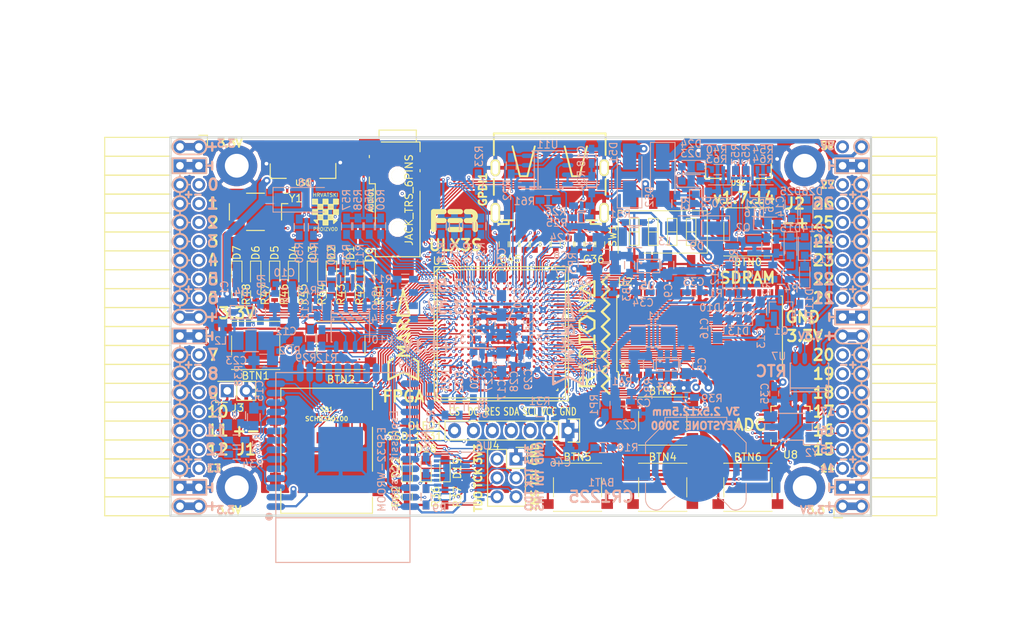
<source format=kicad_pcb>
(kicad_pcb (version 4) (host pcbnew 4.0.7+dfsg1-1)

  (general
    (links 768)
    (no_connects 0)
    (area 93.949999 61.269999 188.230001 112.370001)
    (thickness 1.6)
    (drawings 481)
    (tracks 4734)
    (zones 0)
    (modules 195)
    (nets 266)
  )

  (page A4)
  (layers
    (0 F.Cu signal)
    (1 In1.Cu signal)
    (2 In2.Cu signal)
    (31 B.Cu signal)
    (32 B.Adhes user)
    (33 F.Adhes user)
    (34 B.Paste user)
    (35 F.Paste user)
    (36 B.SilkS user)
    (37 F.SilkS user)
    (38 B.Mask user)
    (39 F.Mask user)
    (40 Dwgs.User user)
    (41 Cmts.User user)
    (42 Eco1.User user)
    (43 Eco2.User user)
    (44 Edge.Cuts user)
    (45 Margin user)
    (46 B.CrtYd user)
    (47 F.CrtYd user)
    (48 B.Fab user)
    (49 F.Fab user)
  )

  (setup
    (last_trace_width 0.3)
    (trace_clearance 0.127)
    (zone_clearance 0.127)
    (zone_45_only no)
    (trace_min 0.127)
    (segment_width 0.2)
    (edge_width 0.2)
    (via_size 0.4)
    (via_drill 0.2)
    (via_min_size 0.4)
    (via_min_drill 0.2)
    (uvia_size 0.3)
    (uvia_drill 0.1)
    (uvias_allowed no)
    (uvia_min_size 0.2)
    (uvia_min_drill 0.1)
    (pcb_text_width 0.3)
    (pcb_text_size 1.5 1.5)
    (mod_edge_width 0.15)
    (mod_text_size 1 1)
    (mod_text_width 0.15)
    (pad_size 1.7272 1.7272)
    (pad_drill 1.016)
    (pad_to_mask_clearance 0.05)
    (aux_axis_origin 94.1 112.22)
    (grid_origin 94.1 112.22)
    (visible_elements 7FFFFFFF)
    (pcbplotparams
      (layerselection 0x310f0_80000007)
      (usegerberextensions true)
      (excludeedgelayer true)
      (linewidth 0.100000)
      (plotframeref false)
      (viasonmask false)
      (mode 1)
      (useauxorigin false)
      (hpglpennumber 1)
      (hpglpenspeed 20)
      (hpglpendiameter 15)
      (hpglpenoverlay 2)
      (psnegative false)
      (psa4output false)
      (plotreference true)
      (plotvalue true)
      (plotinvisibletext false)
      (padsonsilk false)
      (subtractmaskfromsilk false)
      (outputformat 1)
      (mirror false)
      (drillshape 0)
      (scaleselection 1)
      (outputdirectory plot))
  )

  (net 0 "")
  (net 1 GND)
  (net 2 +5V)
  (net 3 /gpio/IN5V)
  (net 4 /gpio/OUT5V)
  (net 5 +3V3)
  (net 6 BTN_D)
  (net 7 BTN_F1)
  (net 8 BTN_F2)
  (net 9 BTN_L)
  (net 10 BTN_R)
  (net 11 BTN_U)
  (net 12 /power/FB1)
  (net 13 +2V5)
  (net 14 /power/PWREN)
  (net 15 /power/FB3)
  (net 16 /power/FB2)
  (net 17 "Net-(D9-Pad1)")
  (net 18 /power/VBAT)
  (net 19 JTAG_TDI)
  (net 20 JTAG_TCK)
  (net 21 JTAG_TMS)
  (net 22 JTAG_TDO)
  (net 23 /power/WAKEUPn)
  (net 24 /power/WKUP)
  (net 25 /power/SHUT)
  (net 26 /power/WAKE)
  (net 27 /power/HOLD)
  (net 28 /power/WKn)
  (net 29 /power/OSCI_32k)
  (net 30 /power/OSCO_32k)
  (net 31 "Net-(Q2-Pad3)")
  (net 32 SHUTDOWN)
  (net 33 /analog/AUDIO_L)
  (net 34 /analog/AUDIO_R)
  (net 35 GPDI_SDA)
  (net 36 GPDI_SCL)
  (net 37 /gpdi/VREF2)
  (net 38 SD_CMD)
  (net 39 SD_CLK)
  (net 40 SD_D0)
  (net 41 SD_D1)
  (net 42 USB5V)
  (net 43 GPDI_CEC)
  (net 44 nRESET)
  (net 45 FTDI_nDTR)
  (net 46 SDRAM_CKE)
  (net 47 SDRAM_A7)
  (net 48 SDRAM_D15)
  (net 49 SDRAM_BA1)
  (net 50 SDRAM_D7)
  (net 51 SDRAM_A6)
  (net 52 SDRAM_CLK)
  (net 53 SDRAM_D13)
  (net 54 SDRAM_BA0)
  (net 55 SDRAM_D6)
  (net 56 SDRAM_A5)
  (net 57 SDRAM_D14)
  (net 58 SDRAM_A11)
  (net 59 SDRAM_D12)
  (net 60 SDRAM_D5)
  (net 61 SDRAM_A4)
  (net 62 SDRAM_A10)
  (net 63 SDRAM_D11)
  (net 64 SDRAM_A3)
  (net 65 SDRAM_D4)
  (net 66 SDRAM_D10)
  (net 67 SDRAM_D9)
  (net 68 SDRAM_A9)
  (net 69 SDRAM_D3)
  (net 70 SDRAM_D8)
  (net 71 SDRAM_A8)
  (net 72 SDRAM_A2)
  (net 73 SDRAM_A1)
  (net 74 SDRAM_A0)
  (net 75 SDRAM_D2)
  (net 76 SDRAM_D1)
  (net 77 SDRAM_D0)
  (net 78 SDRAM_DQM0)
  (net 79 SDRAM_nCS)
  (net 80 SDRAM_nRAS)
  (net 81 SDRAM_DQM1)
  (net 82 SDRAM_nCAS)
  (net 83 SDRAM_nWE)
  (net 84 /flash/FLASH_nWP)
  (net 85 /flash/FLASH_nHOLD)
  (net 86 /flash/FLASH_MOSI)
  (net 87 /flash/FLASH_MISO)
  (net 88 /flash/FLASH_SCK)
  (net 89 /flash/FLASH_nCS)
  (net 90 /flash/FPGA_PROGRAMN)
  (net 91 /flash/FPGA_DONE)
  (net 92 /flash/FPGA_INITN)
  (net 93 OLED_RES)
  (net 94 OLED_DC)
  (net 95 OLED_CS)
  (net 96 WIFI_EN)
  (net 97 FTDI_nRTS)
  (net 98 FTDI_TXD)
  (net 99 FTDI_RXD)
  (net 100 WIFI_RXD)
  (net 101 WIFI_GPIO0)
  (net 102 WIFI_TXD)
  (net 103 USB_FTDI_D+)
  (net 104 USB_FTDI_D-)
  (net 105 SD_D3)
  (net 106 AUDIO_L3)
  (net 107 AUDIO_L2)
  (net 108 AUDIO_L1)
  (net 109 AUDIO_L0)
  (net 110 AUDIO_R3)
  (net 111 AUDIO_R2)
  (net 112 AUDIO_R1)
  (net 113 AUDIO_R0)
  (net 114 OLED_CLK)
  (net 115 OLED_MOSI)
  (net 116 LED0)
  (net 117 LED1)
  (net 118 LED2)
  (net 119 LED3)
  (net 120 LED4)
  (net 121 LED5)
  (net 122 LED6)
  (net 123 LED7)
  (net 124 BTN_PWRn)
  (net 125 FTDI_nTXLED)
  (net 126 FTDI_nSLEEP)
  (net 127 /blinkey/LED_PWREN)
  (net 128 /blinkey/LED_TXLED)
  (net 129 /sdcard/SD3V3)
  (net 130 SD_D2)
  (net 131 CLK_25MHz)
  (net 132 /blinkey/BTNPUL)
  (net 133 /blinkey/BTNPUR)
  (net 134 USB_FPGA_D+)
  (net 135 /power/FTDI_nSUSPEND)
  (net 136 /blinkey/ALED0)
  (net 137 /blinkey/ALED1)
  (net 138 /blinkey/ALED2)
  (net 139 /blinkey/ALED3)
  (net 140 /blinkey/ALED4)
  (net 141 /blinkey/ALED5)
  (net 142 /blinkey/ALED6)
  (net 143 /blinkey/ALED7)
  (net 144 /usb/FTD-)
  (net 145 /usb/FTD+)
  (net 146 ADC_MISO)
  (net 147 ADC_MOSI)
  (net 148 ADC_CSn)
  (net 149 ADC_SCLK)
  (net 150 SW3)
  (net 151 SW2)
  (net 152 SW1)
  (net 153 USB_FPGA_D-)
  (net 154 /usb/FPD+)
  (net 155 /usb/FPD-)
  (net 156 WIFI_GPIO16)
  (net 157 /usb/ANT_433MHz)
  (net 158 /power/PWRBTn)
  (net 159 PROG_DONE)
  (net 160 /power/P3V3)
  (net 161 /power/P2V5)
  (net 162 /power/L1)
  (net 163 /power/L3)
  (net 164 /power/L2)
  (net 165 FTDI_TXDEN)
  (net 166 SDRAM_A12)
  (net 167 /analog/AUDIO_V)
  (net 168 AUDIO_V3)
  (net 169 AUDIO_V2)
  (net 170 AUDIO_V1)
  (net 171 AUDIO_V0)
  (net 172 /blinkey/LED_WIFI)
  (net 173 /power/P1V1)
  (net 174 +1V1)
  (net 175 SW4)
  (net 176 /blinkey/SWPU)
  (net 177 /wifi/WIFIEN)
  (net 178 FT2V5)
  (net 179 GN0)
  (net 180 GP0)
  (net 181 GN1)
  (net 182 GP1)
  (net 183 GN2)
  (net 184 GP2)
  (net 185 GN3)
  (net 186 GP3)
  (net 187 GN4)
  (net 188 GP4)
  (net 189 GN5)
  (net 190 GP5)
  (net 191 GN6)
  (net 192 GP6)
  (net 193 GN14)
  (net 194 GP14)
  (net 195 GN15)
  (net 196 GP15)
  (net 197 GN16)
  (net 198 GP16)
  (net 199 GN17)
  (net 200 GP17)
  (net 201 GN18)
  (net 202 GP18)
  (net 203 GN19)
  (net 204 GP19)
  (net 205 GN20)
  (net 206 GP20)
  (net 207 GN21)
  (net 208 GP21)
  (net 209 GN22)
  (net 210 GP22)
  (net 211 GN23)
  (net 212 GP23)
  (net 213 GN24)
  (net 214 GP24)
  (net 215 GN25)
  (net 216 GP25)
  (net 217 GN26)
  (net 218 GP26)
  (net 219 GN27)
  (net 220 GP27)
  (net 221 GN7)
  (net 222 GP7)
  (net 223 GN8)
  (net 224 GP8)
  (net 225 GN9)
  (net 226 GP9)
  (net 227 GN10)
  (net 228 GP10)
  (net 229 GN11)
  (net 230 GP11)
  (net 231 GN12)
  (net 232 GP12)
  (net 233 GN13)
  (net 234 GP13)
  (net 235 WIFI_GPIO5)
  (net 236 WIFI_GPIO17)
  (net 237 USB_FPGA_PULL_D+)
  (net 238 USB_FPGA_PULL_D-)
  (net 239 "Net-(D23-Pad2)")
  (net 240 "Net-(D24-Pad1)")
  (net 241 "Net-(D25-Pad2)")
  (net 242 "Net-(D26-Pad1)")
  (net 243 /gpdi/GPDI_ETH+)
  (net 244 FPDI_ETH+)
  (net 245 /gpdi/GPDI_ETH-)
  (net 246 FPDI_ETH-)
  (net 247 /gpdi/GPDI_D2-)
  (net 248 FPDI_D2-)
  (net 249 /gpdi/GPDI_D1-)
  (net 250 FPDI_D1-)
  (net 251 /gpdi/GPDI_D0-)
  (net 252 FPDI_D0-)
  (net 253 /gpdi/GPDI_CLK-)
  (net 254 FPDI_CLK-)
  (net 255 /gpdi/GPDI_D2+)
  (net 256 FPDI_D2+)
  (net 257 /gpdi/GPDI_D1+)
  (net 258 FPDI_D1+)
  (net 259 /gpdi/GPDI_D0+)
  (net 260 FPDI_D0+)
  (net 261 /gpdi/GPDI_CLK+)
  (net 262 FPDI_CLK+)
  (net 263 FPDI_SDA)
  (net 264 FPDI_SCL)
  (net 265 /gpdi/FPDI_CEC)

  (net_class Default "This is the default net class."
    (clearance 0.127)
    (trace_width 0.3)
    (via_dia 0.4)
    (via_drill 0.2)
    (uvia_dia 0.3)
    (uvia_drill 0.1)
    (add_net +1V1)
    (add_net +2V5)
    (add_net +3V3)
    (add_net +5V)
    (add_net /analog/AUDIO_L)
    (add_net /analog/AUDIO_R)
    (add_net /analog/AUDIO_V)
    (add_net /blinkey/ALED0)
    (add_net /blinkey/ALED1)
    (add_net /blinkey/ALED2)
    (add_net /blinkey/ALED3)
    (add_net /blinkey/ALED4)
    (add_net /blinkey/ALED5)
    (add_net /blinkey/ALED6)
    (add_net /blinkey/ALED7)
    (add_net /blinkey/BTNPUL)
    (add_net /blinkey/BTNPUR)
    (add_net /blinkey/LED_PWREN)
    (add_net /blinkey/LED_TXLED)
    (add_net /blinkey/LED_WIFI)
    (add_net /blinkey/SWPU)
    (add_net /gpdi/FPDI_CEC)
    (add_net /gpdi/GPDI_CLK+)
    (add_net /gpdi/GPDI_CLK-)
    (add_net /gpdi/GPDI_D0+)
    (add_net /gpdi/GPDI_D0-)
    (add_net /gpdi/GPDI_D1+)
    (add_net /gpdi/GPDI_D1-)
    (add_net /gpdi/GPDI_D2+)
    (add_net /gpdi/GPDI_D2-)
    (add_net /gpdi/GPDI_ETH+)
    (add_net /gpdi/GPDI_ETH-)
    (add_net /gpdi/VREF2)
    (add_net /gpio/IN5V)
    (add_net /gpio/OUT5V)
    (add_net /power/FB1)
    (add_net /power/FB2)
    (add_net /power/FB3)
    (add_net /power/FTDI_nSUSPEND)
    (add_net /power/HOLD)
    (add_net /power/L1)
    (add_net /power/L2)
    (add_net /power/L3)
    (add_net /power/OSCI_32k)
    (add_net /power/OSCO_32k)
    (add_net /power/P1V1)
    (add_net /power/P2V5)
    (add_net /power/P3V3)
    (add_net /power/PWRBTn)
    (add_net /power/PWREN)
    (add_net /power/SHUT)
    (add_net /power/VBAT)
    (add_net /power/WAKE)
    (add_net /power/WAKEUPn)
    (add_net /power/WKUP)
    (add_net /power/WKn)
    (add_net /sdcard/SD3V3)
    (add_net /usb/ANT_433MHz)
    (add_net /usb/FPD+)
    (add_net /usb/FPD-)
    (add_net /usb/FTD+)
    (add_net /usb/FTD-)
    (add_net /wifi/WIFIEN)
    (add_net FPDI_CLK+)
    (add_net FPDI_CLK-)
    (add_net FPDI_D0+)
    (add_net FPDI_D0-)
    (add_net FPDI_D1+)
    (add_net FPDI_D1-)
    (add_net FPDI_D2+)
    (add_net FPDI_D2-)
    (add_net FPDI_ETH+)
    (add_net FPDI_ETH-)
    (add_net FPDI_SCL)
    (add_net FPDI_SDA)
    (add_net FT2V5)
    (add_net GND)
    (add_net "Net-(D23-Pad2)")
    (add_net "Net-(D24-Pad1)")
    (add_net "Net-(D25-Pad2)")
    (add_net "Net-(D26-Pad1)")
    (add_net "Net-(D9-Pad1)")
    (add_net "Net-(Q2-Pad3)")
    (add_net SW4)
    (add_net USB5V)
  )

  (net_class BGA ""
    (clearance 0.127)
    (trace_width 0.19)
    (via_dia 0.4)
    (via_drill 0.2)
    (uvia_dia 0.3)
    (uvia_drill 0.1)
    (add_net /flash/FLASH_MISO)
    (add_net /flash/FLASH_MOSI)
    (add_net /flash/FLASH_SCK)
    (add_net /flash/FLASH_nCS)
    (add_net /flash/FLASH_nHOLD)
    (add_net /flash/FLASH_nWP)
    (add_net /flash/FPGA_DONE)
    (add_net /flash/FPGA_INITN)
    (add_net /flash/FPGA_PROGRAMN)
    (add_net ADC_CSn)
    (add_net ADC_MISO)
    (add_net ADC_MOSI)
    (add_net ADC_SCLK)
    (add_net AUDIO_L0)
    (add_net AUDIO_L1)
    (add_net AUDIO_L2)
    (add_net AUDIO_L3)
    (add_net AUDIO_R0)
    (add_net AUDIO_R1)
    (add_net AUDIO_R2)
    (add_net AUDIO_R3)
    (add_net AUDIO_V0)
    (add_net AUDIO_V1)
    (add_net AUDIO_V2)
    (add_net AUDIO_V3)
    (add_net BTN_D)
    (add_net BTN_F1)
    (add_net BTN_F2)
    (add_net BTN_L)
    (add_net BTN_PWRn)
    (add_net BTN_R)
    (add_net BTN_U)
    (add_net CLK_25MHz)
    (add_net FTDI_RXD)
    (add_net FTDI_TXD)
    (add_net FTDI_TXDEN)
    (add_net FTDI_nDTR)
    (add_net FTDI_nRTS)
    (add_net FTDI_nSLEEP)
    (add_net FTDI_nTXLED)
    (add_net GN0)
    (add_net GN1)
    (add_net GN10)
    (add_net GN11)
    (add_net GN12)
    (add_net GN13)
    (add_net GN14)
    (add_net GN15)
    (add_net GN16)
    (add_net GN17)
    (add_net GN18)
    (add_net GN19)
    (add_net GN2)
    (add_net GN20)
    (add_net GN21)
    (add_net GN22)
    (add_net GN23)
    (add_net GN24)
    (add_net GN25)
    (add_net GN26)
    (add_net GN27)
    (add_net GN3)
    (add_net GN4)
    (add_net GN5)
    (add_net GN6)
    (add_net GN7)
    (add_net GN8)
    (add_net GN9)
    (add_net GP0)
    (add_net GP1)
    (add_net GP10)
    (add_net GP11)
    (add_net GP12)
    (add_net GP13)
    (add_net GP14)
    (add_net GP15)
    (add_net GP16)
    (add_net GP17)
    (add_net GP18)
    (add_net GP19)
    (add_net GP2)
    (add_net GP20)
    (add_net GP21)
    (add_net GP22)
    (add_net GP23)
    (add_net GP24)
    (add_net GP25)
    (add_net GP26)
    (add_net GP27)
    (add_net GP3)
    (add_net GP4)
    (add_net GP5)
    (add_net GP6)
    (add_net GP7)
    (add_net GP8)
    (add_net GP9)
    (add_net GPDI_CEC)
    (add_net GPDI_SCL)
    (add_net GPDI_SDA)
    (add_net JTAG_TCK)
    (add_net JTAG_TDI)
    (add_net JTAG_TDO)
    (add_net JTAG_TMS)
    (add_net LED0)
    (add_net LED1)
    (add_net LED2)
    (add_net LED3)
    (add_net LED4)
    (add_net LED5)
    (add_net LED6)
    (add_net LED7)
    (add_net OLED_CLK)
    (add_net OLED_CS)
    (add_net OLED_DC)
    (add_net OLED_MOSI)
    (add_net OLED_RES)
    (add_net PROG_DONE)
    (add_net SDRAM_A0)
    (add_net SDRAM_A1)
    (add_net SDRAM_A10)
    (add_net SDRAM_A11)
    (add_net SDRAM_A12)
    (add_net SDRAM_A2)
    (add_net SDRAM_A3)
    (add_net SDRAM_A4)
    (add_net SDRAM_A5)
    (add_net SDRAM_A6)
    (add_net SDRAM_A7)
    (add_net SDRAM_A8)
    (add_net SDRAM_A9)
    (add_net SDRAM_BA0)
    (add_net SDRAM_BA1)
    (add_net SDRAM_CKE)
    (add_net SDRAM_CLK)
    (add_net SDRAM_D0)
    (add_net SDRAM_D1)
    (add_net SDRAM_D10)
    (add_net SDRAM_D11)
    (add_net SDRAM_D12)
    (add_net SDRAM_D13)
    (add_net SDRAM_D14)
    (add_net SDRAM_D15)
    (add_net SDRAM_D2)
    (add_net SDRAM_D3)
    (add_net SDRAM_D4)
    (add_net SDRAM_D5)
    (add_net SDRAM_D6)
    (add_net SDRAM_D7)
    (add_net SDRAM_D8)
    (add_net SDRAM_D9)
    (add_net SDRAM_DQM0)
    (add_net SDRAM_DQM1)
    (add_net SDRAM_nCAS)
    (add_net SDRAM_nCS)
    (add_net SDRAM_nRAS)
    (add_net SDRAM_nWE)
    (add_net SD_CLK)
    (add_net SD_CMD)
    (add_net SD_D0)
    (add_net SD_D1)
    (add_net SD_D2)
    (add_net SD_D3)
    (add_net SHUTDOWN)
    (add_net SW1)
    (add_net SW2)
    (add_net SW3)
    (add_net USB_FPGA_D+)
    (add_net USB_FPGA_D-)
    (add_net USB_FPGA_PULL_D+)
    (add_net USB_FPGA_PULL_D-)
    (add_net USB_FTDI_D+)
    (add_net USB_FTDI_D-)
    (add_net WIFI_EN)
    (add_net WIFI_GPIO0)
    (add_net WIFI_GPIO16)
    (add_net WIFI_GPIO17)
    (add_net WIFI_GPIO5)
    (add_net WIFI_RXD)
    (add_net WIFI_TXD)
    (add_net nRESET)
  )

  (net_class Minimal ""
    (clearance 0.127)
    (trace_width 0.127)
    (via_dia 0.4)
    (via_drill 0.2)
    (uvia_dia 0.3)
    (uvia_drill 0.1)
  )

  (module Socket_Strips:Socket_Strip_Angled_2x20 (layer F.Cu) (tedit 5A2B354F) (tstamp 58E6BE3D)
    (at 97.91 62.69 270)
    (descr "Through hole socket strip")
    (tags "socket strip")
    (path /56AC389C/58E6B835)
    (fp_text reference J1 (at 40.64 -6.35 360) (layer F.SilkS)
      (effects (font (size 1.5 1.5) (thickness 0.3)))
    )
    (fp_text value CONN_02X20 (at 0 -2.6 270) (layer F.Fab) hide
      (effects (font (size 1 1) (thickness 0.15)))
    )
    (fp_line (start -1.75 -1.35) (end -1.75 13.15) (layer F.CrtYd) (width 0.05))
    (fp_line (start 50.05 -1.35) (end 50.05 13.15) (layer F.CrtYd) (width 0.05))
    (fp_line (start -1.75 -1.35) (end 50.05 -1.35) (layer F.CrtYd) (width 0.05))
    (fp_line (start -1.75 13.15) (end 50.05 13.15) (layer F.CrtYd) (width 0.05))
    (fp_line (start 49.53 12.64) (end 49.53 3.81) (layer F.SilkS) (width 0.15))
    (fp_line (start 46.99 12.64) (end 49.53 12.64) (layer F.SilkS) (width 0.15))
    (fp_line (start 46.99 3.81) (end 49.53 3.81) (layer F.SilkS) (width 0.15))
    (fp_line (start 49.53 3.81) (end 49.53 12.64) (layer F.SilkS) (width 0.15))
    (fp_line (start 46.99 3.81) (end 46.99 12.64) (layer F.SilkS) (width 0.15))
    (fp_line (start 44.45 3.81) (end 46.99 3.81) (layer F.SilkS) (width 0.15))
    (fp_line (start 44.45 12.64) (end 46.99 12.64) (layer F.SilkS) (width 0.15))
    (fp_line (start 46.99 12.64) (end 46.99 3.81) (layer F.SilkS) (width 0.15))
    (fp_line (start 29.21 12.64) (end 29.21 3.81) (layer F.SilkS) (width 0.15))
    (fp_line (start 26.67 12.64) (end 29.21 12.64) (layer F.SilkS) (width 0.15))
    (fp_line (start 26.67 3.81) (end 29.21 3.81) (layer F.SilkS) (width 0.15))
    (fp_line (start 29.21 3.81) (end 29.21 12.64) (layer F.SilkS) (width 0.15))
    (fp_line (start 31.75 3.81) (end 31.75 12.64) (layer F.SilkS) (width 0.15))
    (fp_line (start 29.21 3.81) (end 31.75 3.81) (layer F.SilkS) (width 0.15))
    (fp_line (start 29.21 12.64) (end 31.75 12.64) (layer F.SilkS) (width 0.15))
    (fp_line (start 31.75 12.64) (end 31.75 3.81) (layer F.SilkS) (width 0.15))
    (fp_line (start 44.45 12.64) (end 44.45 3.81) (layer F.SilkS) (width 0.15))
    (fp_line (start 41.91 12.64) (end 44.45 12.64) (layer F.SilkS) (width 0.15))
    (fp_line (start 41.91 3.81) (end 44.45 3.81) (layer F.SilkS) (width 0.15))
    (fp_line (start 44.45 3.81) (end 44.45 12.64) (layer F.SilkS) (width 0.15))
    (fp_line (start 41.91 3.81) (end 41.91 12.64) (layer F.SilkS) (width 0.15))
    (fp_line (start 39.37 3.81) (end 41.91 3.81) (layer F.SilkS) (width 0.15))
    (fp_line (start 39.37 12.64) (end 41.91 12.64) (layer F.SilkS) (width 0.15))
    (fp_line (start 41.91 12.64) (end 41.91 3.81) (layer F.SilkS) (width 0.15))
    (fp_line (start 39.37 12.64) (end 39.37 3.81) (layer F.SilkS) (width 0.15))
    (fp_line (start 36.83 12.64) (end 39.37 12.64) (layer F.SilkS) (width 0.15))
    (fp_line (start 36.83 3.81) (end 39.37 3.81) (layer F.SilkS) (width 0.15))
    (fp_line (start 39.37 3.81) (end 39.37 12.64) (layer F.SilkS) (width 0.15))
    (fp_line (start 36.83 3.81) (end 36.83 12.64) (layer F.SilkS) (width 0.15))
    (fp_line (start 34.29 3.81) (end 36.83 3.81) (layer F.SilkS) (width 0.15))
    (fp_line (start 34.29 12.64) (end 36.83 12.64) (layer F.SilkS) (width 0.15))
    (fp_line (start 36.83 12.64) (end 36.83 3.81) (layer F.SilkS) (width 0.15))
    (fp_line (start 34.29 12.64) (end 34.29 3.81) (layer F.SilkS) (width 0.15))
    (fp_line (start 31.75 12.64) (end 34.29 12.64) (layer F.SilkS) (width 0.15))
    (fp_line (start 31.75 3.81) (end 34.29 3.81) (layer F.SilkS) (width 0.15))
    (fp_line (start 34.29 3.81) (end 34.29 12.64) (layer F.SilkS) (width 0.15))
    (fp_line (start 16.51 3.81) (end 16.51 12.64) (layer F.SilkS) (width 0.15))
    (fp_line (start 13.97 3.81) (end 16.51 3.81) (layer F.SilkS) (width 0.15))
    (fp_line (start 13.97 12.64) (end 16.51 12.64) (layer F.SilkS) (width 0.15))
    (fp_line (start 16.51 12.64) (end 16.51 3.81) (layer F.SilkS) (width 0.15))
    (fp_line (start 19.05 12.64) (end 19.05 3.81) (layer F.SilkS) (width 0.15))
    (fp_line (start 16.51 12.64) (end 19.05 12.64) (layer F.SilkS) (width 0.15))
    (fp_line (start 16.51 3.81) (end 19.05 3.81) (layer F.SilkS) (width 0.15))
    (fp_line (start 19.05 3.81) (end 19.05 12.64) (layer F.SilkS) (width 0.15))
    (fp_line (start 21.59 3.81) (end 21.59 12.64) (layer F.SilkS) (width 0.15))
    (fp_line (start 19.05 3.81) (end 21.59 3.81) (layer F.SilkS) (width 0.15))
    (fp_line (start 19.05 12.64) (end 21.59 12.64) (layer F.SilkS) (width 0.15))
    (fp_line (start 21.59 12.64) (end 21.59 3.81) (layer F.SilkS) (width 0.15))
    (fp_line (start 24.13 12.64) (end 24.13 3.81) (layer F.SilkS) (width 0.15))
    (fp_line (start 21.59 12.64) (end 24.13 12.64) (layer F.SilkS) (width 0.15))
    (fp_line (start 21.59 3.81) (end 24.13 3.81) (layer F.SilkS) (width 0.15))
    (fp_line (start 24.13 3.81) (end 24.13 12.64) (layer F.SilkS) (width 0.15))
    (fp_line (start 26.67 3.81) (end 26.67 12.64) (layer F.SilkS) (width 0.15))
    (fp_line (start 24.13 3.81) (end 26.67 3.81) (layer F.SilkS) (width 0.15))
    (fp_line (start 24.13 12.64) (end 26.67 12.64) (layer F.SilkS) (width 0.15))
    (fp_line (start 26.67 12.64) (end 26.67 3.81) (layer F.SilkS) (width 0.15))
    (fp_line (start 13.97 12.64) (end 13.97 3.81) (layer F.SilkS) (width 0.15))
    (fp_line (start 11.43 12.64) (end 13.97 12.64) (layer F.SilkS) (width 0.15))
    (fp_line (start 11.43 3.81) (end 13.97 3.81) (layer F.SilkS) (width 0.15))
    (fp_line (start 13.97 3.81) (end 13.97 12.64) (layer F.SilkS) (width 0.15))
    (fp_line (start 11.43 3.81) (end 11.43 12.64) (layer F.SilkS) (width 0.15))
    (fp_line (start 8.89 3.81) (end 11.43 3.81) (layer F.SilkS) (width 0.15))
    (fp_line (start 8.89 12.64) (end 11.43 12.64) (layer F.SilkS) (width 0.15))
    (fp_line (start 11.43 12.64) (end 11.43 3.81) (layer F.SilkS) (width 0.15))
    (fp_line (start 8.89 12.64) (end 8.89 3.81) (layer F.SilkS) (width 0.15))
    (fp_line (start 6.35 12.64) (end 8.89 12.64) (layer F.SilkS) (width 0.15))
    (fp_line (start 6.35 3.81) (end 8.89 3.81) (layer F.SilkS) (width 0.15))
    (fp_line (start 8.89 3.81) (end 8.89 12.64) (layer F.SilkS) (width 0.15))
    (fp_line (start 6.35 3.81) (end 6.35 12.64) (layer F.SilkS) (width 0.15))
    (fp_line (start 3.81 3.81) (end 6.35 3.81) (layer F.SilkS) (width 0.15))
    (fp_line (start 3.81 12.64) (end 6.35 12.64) (layer F.SilkS) (width 0.15))
    (fp_line (start 6.35 12.64) (end 6.35 3.81) (layer F.SilkS) (width 0.15))
    (fp_line (start 3.81 12.64) (end 3.81 3.81) (layer F.SilkS) (width 0.15))
    (fp_line (start 1.27 12.64) (end 3.81 12.64) (layer F.SilkS) (width 0.15))
    (fp_line (start 1.27 3.81) (end 3.81 3.81) (layer F.SilkS) (width 0.15))
    (fp_line (start 3.81 3.81) (end 3.81 12.64) (layer F.SilkS) (width 0.15))
    (fp_line (start 1.27 3.81) (end 1.27 12.64) (layer F.SilkS) (width 0.15))
    (fp_line (start -1.27 3.81) (end 1.27 3.81) (layer F.SilkS) (width 0.15))
    (fp_line (start 0 -1.15) (end -1.55 -1.15) (layer F.SilkS) (width 0.15))
    (fp_line (start -1.55 -1.15) (end -1.55 0) (layer F.SilkS) (width 0.15))
    (fp_line (start -1.27 3.81) (end -1.27 12.64) (layer F.SilkS) (width 0.15))
    (fp_line (start -1.27 12.64) (end 1.27 12.64) (layer F.SilkS) (width 0.15))
    (fp_line (start 1.27 12.64) (end 1.27 3.81) (layer F.SilkS) (width 0.15))
    (pad 1 thru_hole oval (at 0 0 270) (size 1.7272 1.7272) (drill 1.016) (layers *.Cu *.Mask)
      (net 5 +3V3))
    (pad 2 thru_hole oval (at 0 2.54 270) (size 1.7272 1.7272) (drill 1.016) (layers *.Cu *.Mask)
      (net 5 +3V3))
    (pad 3 thru_hole rect (at 2.54 0 270) (size 1.7272 1.7272) (drill 1.016) (layers *.Cu *.Mask)
      (net 1 GND))
    (pad 4 thru_hole rect (at 2.54 2.54 270) (size 1.7272 1.7272) (drill 1.016) (layers *.Cu *.Mask)
      (net 1 GND))
    (pad 5 thru_hole oval (at 5.08 0 270) (size 1.7272 1.7272) (drill 1.016) (layers *.Cu *.Mask)
      (net 179 GN0))
    (pad 6 thru_hole oval (at 5.08 2.54 270) (size 1.7272 1.7272) (drill 1.016) (layers *.Cu *.Mask)
      (net 180 GP0))
    (pad 7 thru_hole oval (at 7.62 0 270) (size 1.7272 1.7272) (drill 1.016) (layers *.Cu *.Mask)
      (net 181 GN1))
    (pad 8 thru_hole oval (at 7.62 2.54 270) (size 1.7272 1.7272) (drill 1.016) (layers *.Cu *.Mask)
      (net 182 GP1))
    (pad 9 thru_hole oval (at 10.16 0 270) (size 1.7272 1.7272) (drill 1.016) (layers *.Cu *.Mask)
      (net 183 GN2))
    (pad 10 thru_hole oval (at 10.16 2.54 270) (size 1.7272 1.7272) (drill 1.016) (layers *.Cu *.Mask)
      (net 184 GP2))
    (pad 11 thru_hole oval (at 12.7 0 270) (size 1.7272 1.7272) (drill 1.016) (layers *.Cu *.Mask)
      (net 185 GN3))
    (pad 12 thru_hole oval (at 12.7 2.54 270) (size 1.7272 1.7272) (drill 1.016) (layers *.Cu *.Mask)
      (net 186 GP3))
    (pad 13 thru_hole oval (at 15.24 0 270) (size 1.7272 1.7272) (drill 1.016) (layers *.Cu *.Mask)
      (net 187 GN4))
    (pad 14 thru_hole oval (at 15.24 2.54 270) (size 1.7272 1.7272) (drill 1.016) (layers *.Cu *.Mask)
      (net 188 GP4))
    (pad 15 thru_hole oval (at 17.78 0 270) (size 1.7272 1.7272) (drill 1.016) (layers *.Cu *.Mask)
      (net 189 GN5))
    (pad 16 thru_hole oval (at 17.78 2.54 270) (size 1.7272 1.7272) (drill 1.016) (layers *.Cu *.Mask)
      (net 190 GP5))
    (pad 17 thru_hole oval (at 20.32 0 270) (size 1.7272 1.7272) (drill 1.016) (layers *.Cu *.Mask)
      (net 191 GN6))
    (pad 18 thru_hole oval (at 20.32 2.54 270) (size 1.7272 1.7272) (drill 1.016) (layers *.Cu *.Mask)
      (net 192 GP6))
    (pad 19 thru_hole oval (at 22.86 0 270) (size 1.7272 1.7272) (drill 1.016) (layers *.Cu *.Mask)
      (net 5 +3V3))
    (pad 20 thru_hole oval (at 22.86 2.54 270) (size 1.7272 1.7272) (drill 1.016) (layers *.Cu *.Mask)
      (net 5 +3V3))
    (pad 21 thru_hole rect (at 25.4 0 270) (size 1.7272 1.7272) (drill 1.016) (layers *.Cu *.Mask)
      (net 1 GND))
    (pad 22 thru_hole rect (at 25.4 2.54 270) (size 1.7272 1.7272) (drill 1.016) (layers *.Cu *.Mask)
      (net 1 GND))
    (pad 23 thru_hole oval (at 27.94 0 270) (size 1.7272 1.7272) (drill 1.016) (layers *.Cu *.Mask)
      (net 221 GN7))
    (pad 24 thru_hole oval (at 27.94 2.54 270) (size 1.7272 1.7272) (drill 1.016) (layers *.Cu *.Mask)
      (net 222 GP7))
    (pad 25 thru_hole oval (at 30.48 0 270) (size 1.7272 1.7272) (drill 1.016) (layers *.Cu *.Mask)
      (net 223 GN8))
    (pad 26 thru_hole oval (at 30.48 2.54 270) (size 1.7272 1.7272) (drill 1.016) (layers *.Cu *.Mask)
      (net 224 GP8))
    (pad 27 thru_hole oval (at 33.02 0 270) (size 1.7272 1.7272) (drill 1.016) (layers *.Cu *.Mask)
      (net 225 GN9))
    (pad 28 thru_hole oval (at 33.02 2.54 270) (size 1.7272 1.7272) (drill 1.016) (layers *.Cu *.Mask)
      (net 226 GP9))
    (pad 29 thru_hole oval (at 35.56 0 270) (size 1.7272 1.7272) (drill 1.016) (layers *.Cu *.Mask)
      (net 227 GN10))
    (pad 30 thru_hole oval (at 35.56 2.54 270) (size 1.7272 1.7272) (drill 1.016) (layers *.Cu *.Mask)
      (net 228 GP10))
    (pad 31 thru_hole oval (at 38.1 0 270) (size 1.7272 1.7272) (drill 1.016) (layers *.Cu *.Mask)
      (net 229 GN11))
    (pad 32 thru_hole oval (at 38.1 2.54 270) (size 1.7272 1.7272) (drill 1.016) (layers *.Cu *.Mask)
      (net 230 GP11))
    (pad 33 thru_hole oval (at 40.64 0 270) (size 1.7272 1.7272) (drill 1.016) (layers *.Cu *.Mask)
      (net 231 GN12))
    (pad 34 thru_hole oval (at 40.64 2.54 270) (size 1.7272 1.7272) (drill 1.016) (layers *.Cu *.Mask)
      (net 232 GP12))
    (pad 35 thru_hole oval (at 43.18 0 270) (size 1.7272 1.7272) (drill 1.016) (layers *.Cu *.Mask)
      (net 233 GN13))
    (pad 36 thru_hole oval (at 43.18 2.54 270) (size 1.7272 1.7272) (drill 1.016) (layers *.Cu *.Mask)
      (net 234 GP13))
    (pad 37 thru_hole rect (at 45.72 0 270) (size 1.7272 1.7272) (drill 1.016) (layers *.Cu *.Mask)
      (net 1 GND))
    (pad 38 thru_hole rect (at 45.72 2.54 270) (size 1.7272 1.7272) (drill 1.016) (layers *.Cu *.Mask)
      (net 1 GND))
    (pad 39 thru_hole oval (at 48.26 0 270) (size 1.7272 1.7272) (drill 1.016) (layers *.Cu *.Mask)
      (net 5 +3V3))
    (pad 40 thru_hole oval (at 48.26 2.54 270) (size 1.7272 1.7272) (drill 1.016) (layers *.Cu *.Mask)
      (net 5 +3V3))
    (model Socket_Strips.3dshapes/Socket_Strip_Angled_2x20.wrl
      (at (xyz 0.95 -0.05 0))
      (scale (xyz 1 1 1))
      (rotate (xyz 0 0 180))
    )
  )

  (module SMD_Packages:1Pin (layer F.Cu) (tedit 59F891E7) (tstamp 59C3DCCD)
    (at 182.67515 111.637626)
    (descr "module 1 pin (ou trou mecanique de percage)")
    (tags DEV)
    (path /58D6BF46/59C3AE47)
    (fp_text reference AE1 (at -3.236 3.798) (layer F.SilkS) hide
      (effects (font (size 1 1) (thickness 0.15)))
    )
    (fp_text value 433MHz (at 2.606 3.798) (layer F.Fab) hide
      (effects (font (size 1 1) (thickness 0.15)))
    )
    (pad 1 smd rect (at 0 0) (size 0.5 0.5) (layers B.Cu F.Paste F.Mask)
      (net 157 /usb/ANT_433MHz))
  )

  (module Resistors_SMD:R_0603_HandSoldering (layer B.Cu) (tedit 58307AEF) (tstamp 590C5C33)
    (at 103.498 98.758 90)
    (descr "Resistor SMD 0603, hand soldering")
    (tags "resistor 0603")
    (path /58DA7327/590C5D62)
    (attr smd)
    (fp_text reference R38 (at 5.334 -0.254 90) (layer B.SilkS)
      (effects (font (size 1 1) (thickness 0.15)) (justify mirror))
    )
    (fp_text value 0.47 (at 3.386 0 90) (layer B.Fab)
      (effects (font (size 1 1) (thickness 0.15)) (justify mirror))
    )
    (fp_line (start -0.8 -0.4) (end -0.8 0.4) (layer B.Fab) (width 0.1))
    (fp_line (start 0.8 -0.4) (end -0.8 -0.4) (layer B.Fab) (width 0.1))
    (fp_line (start 0.8 0.4) (end 0.8 -0.4) (layer B.Fab) (width 0.1))
    (fp_line (start -0.8 0.4) (end 0.8 0.4) (layer B.Fab) (width 0.1))
    (fp_line (start -2 0.8) (end 2 0.8) (layer B.CrtYd) (width 0.05))
    (fp_line (start -2 -0.8) (end 2 -0.8) (layer B.CrtYd) (width 0.05))
    (fp_line (start -2 0.8) (end -2 -0.8) (layer B.CrtYd) (width 0.05))
    (fp_line (start 2 0.8) (end 2 -0.8) (layer B.CrtYd) (width 0.05))
    (fp_line (start 0.5 -0.675) (end -0.5 -0.675) (layer B.SilkS) (width 0.15))
    (fp_line (start -0.5 0.675) (end 0.5 0.675) (layer B.SilkS) (width 0.15))
    (pad 1 smd rect (at -1.1 0 90) (size 1.2 0.9) (layers B.Cu B.Paste B.Mask)
      (net 129 /sdcard/SD3V3))
    (pad 2 smd rect (at 1.1 0 90) (size 1.2 0.9) (layers B.Cu B.Paste B.Mask)
      (net 5 +3V3))
    (model Resistors_SMD.3dshapes/R_0603_HandSoldering.wrl
      (at (xyz 0 0 0))
      (scale (xyz 1 1 1))
      (rotate (xyz 0 0 0))
    )
    (model Resistors_SMD.3dshapes/R_0603.wrl
      (at (xyz 0 0 0))
      (scale (xyz 1 1 1))
      (rotate (xyz 0 0 0))
    )
  )

  (module Diodes_SMD:D_SMA_Handsoldering (layer B.Cu) (tedit 59D564F6) (tstamp 59D3C50D)
    (at 155.695 66.5 90)
    (descr "Diode SMA (DO-214AC) Handsoldering")
    (tags "Diode SMA (DO-214AC) Handsoldering")
    (path /56AC389C/56AC483B)
    (attr smd)
    (fp_text reference D51 (at 3.048 -2.159 90) (layer B.SilkS)
      (effects (font (size 1 1) (thickness 0.15)) (justify mirror))
    )
    (fp_text value STPS2L30AF (at 0 -2.6 90) (layer B.Fab) hide
      (effects (font (size 1 1) (thickness 0.15)) (justify mirror))
    )
    (fp_text user %R (at 3.048 -2.159 90) (layer B.Fab) hide
      (effects (font (size 1 1) (thickness 0.15)) (justify mirror))
    )
    (fp_line (start -4.4 1.65) (end -4.4 -1.65) (layer B.SilkS) (width 0.12))
    (fp_line (start 2.3 -1.5) (end -2.3 -1.5) (layer B.Fab) (width 0.1))
    (fp_line (start -2.3 -1.5) (end -2.3 1.5) (layer B.Fab) (width 0.1))
    (fp_line (start 2.3 1.5) (end 2.3 -1.5) (layer B.Fab) (width 0.1))
    (fp_line (start 2.3 1.5) (end -2.3 1.5) (layer B.Fab) (width 0.1))
    (fp_line (start -4.5 1.75) (end 4.5 1.75) (layer B.CrtYd) (width 0.05))
    (fp_line (start 4.5 1.75) (end 4.5 -1.75) (layer B.CrtYd) (width 0.05))
    (fp_line (start 4.5 -1.75) (end -4.5 -1.75) (layer B.CrtYd) (width 0.05))
    (fp_line (start -4.5 -1.75) (end -4.5 1.75) (layer B.CrtYd) (width 0.05))
    (fp_line (start -0.64944 -0.00102) (end -1.55114 -0.00102) (layer B.Fab) (width 0.1))
    (fp_line (start 0.50118 -0.00102) (end 1.4994 -0.00102) (layer B.Fab) (width 0.1))
    (fp_line (start -0.64944 0.79908) (end -0.64944 -0.80112) (layer B.Fab) (width 0.1))
    (fp_line (start 0.50118 -0.75032) (end 0.50118 0.79908) (layer B.Fab) (width 0.1))
    (fp_line (start -0.64944 -0.00102) (end 0.50118 -0.75032) (layer B.Fab) (width 0.1))
    (fp_line (start -0.64944 -0.00102) (end 0.50118 0.79908) (layer B.Fab) (width 0.1))
    (fp_line (start -4.4 -1.65) (end 2.5 -1.65) (layer B.SilkS) (width 0.12))
    (fp_line (start -4.4 1.65) (end 2.5 1.65) (layer B.SilkS) (width 0.12))
    (pad 1 smd rect (at -2.5 0 90) (size 3.5 1.8) (layers B.Cu B.Paste B.Mask)
      (net 2 +5V))
    (pad 2 smd rect (at 2.5 0 90) (size 3.5 1.8) (layers B.Cu B.Paste B.Mask)
      (net 3 /gpio/IN5V))
    (model ${KISYS3DMOD}/Diodes_SMD.3dshapes/D_SMA.wrl
      (at (xyz 0 0 0))
      (scale (xyz 1 1 1))
      (rotate (xyz 0 0 0))
    )
  )

  (module Resistors_SMD:R_0603_HandSoldering (layer B.Cu) (tedit 58307AEF) (tstamp 595B8F7A)
    (at 156.33 72.85 180)
    (descr "Resistor SMD 0603, hand soldering")
    (tags "resistor 0603")
    (path /58D6547C/595B9C2F)
    (attr smd)
    (fp_text reference R51 (at 1.905 1.143 180) (layer B.SilkS)
      (effects (font (size 1 1) (thickness 0.15)) (justify mirror))
    )
    (fp_text value 150 (at 3.556 -0.508 180) (layer B.Fab)
      (effects (font (size 1 1) (thickness 0.15)) (justify mirror))
    )
    (fp_line (start -0.8 -0.4) (end -0.8 0.4) (layer B.Fab) (width 0.1))
    (fp_line (start 0.8 -0.4) (end -0.8 -0.4) (layer B.Fab) (width 0.1))
    (fp_line (start 0.8 0.4) (end 0.8 -0.4) (layer B.Fab) (width 0.1))
    (fp_line (start -0.8 0.4) (end 0.8 0.4) (layer B.Fab) (width 0.1))
    (fp_line (start -2 0.8) (end 2 0.8) (layer B.CrtYd) (width 0.05))
    (fp_line (start -2 -0.8) (end 2 -0.8) (layer B.CrtYd) (width 0.05))
    (fp_line (start -2 0.8) (end -2 -0.8) (layer B.CrtYd) (width 0.05))
    (fp_line (start 2 0.8) (end 2 -0.8) (layer B.CrtYd) (width 0.05))
    (fp_line (start 0.5 -0.675) (end -0.5 -0.675) (layer B.SilkS) (width 0.15))
    (fp_line (start -0.5 0.675) (end 0.5 0.675) (layer B.SilkS) (width 0.15))
    (pad 1 smd rect (at -1.1 0 180) (size 1.2 0.9) (layers B.Cu B.Paste B.Mask)
      (net 5 +3V3))
    (pad 2 smd rect (at 1.1 0 180) (size 1.2 0.9) (layers B.Cu B.Paste B.Mask)
      (net 176 /blinkey/SWPU))
    (model Resistors_SMD.3dshapes/R_0603.wrl
      (at (xyz 0 0 0))
      (scale (xyz 1 1 1))
      (rotate (xyz 0 0 0))
    )
  )

  (module Resistors_SMD:R_1210_HandSoldering (layer B.Cu) (tedit 58307C8D) (tstamp 58D58A37)
    (at 158.87 88.09 180)
    (descr "Resistor SMD 1210, hand soldering")
    (tags "resistor 1210")
    (path /58D51CAD/5A73C9EB)
    (attr smd)
    (fp_text reference L1 (at 0 2.7 180) (layer B.SilkS)
      (effects (font (size 1 1) (thickness 0.15)) (justify mirror))
    )
    (fp_text value 2.2uH (at 0 2.032 180) (layer B.Fab)
      (effects (font (size 1 1) (thickness 0.15)) (justify mirror))
    )
    (fp_line (start -1.6 -1.25) (end -1.6 1.25) (layer B.Fab) (width 0.1))
    (fp_line (start 1.6 -1.25) (end -1.6 -1.25) (layer B.Fab) (width 0.1))
    (fp_line (start 1.6 1.25) (end 1.6 -1.25) (layer B.Fab) (width 0.1))
    (fp_line (start -1.6 1.25) (end 1.6 1.25) (layer B.Fab) (width 0.1))
    (fp_line (start -3.3 1.6) (end 3.3 1.6) (layer B.CrtYd) (width 0.05))
    (fp_line (start -3.3 -1.6) (end 3.3 -1.6) (layer B.CrtYd) (width 0.05))
    (fp_line (start -3.3 1.6) (end -3.3 -1.6) (layer B.CrtYd) (width 0.05))
    (fp_line (start 3.3 1.6) (end 3.3 -1.6) (layer B.CrtYd) (width 0.05))
    (fp_line (start 1 -1.475) (end -1 -1.475) (layer B.SilkS) (width 0.15))
    (fp_line (start -1 1.475) (end 1 1.475) (layer B.SilkS) (width 0.15))
    (pad 1 smd rect (at -2 0 180) (size 2 2.5) (layers B.Cu B.Paste B.Mask)
      (net 162 /power/L1))
    (pad 2 smd rect (at 2 0 180) (size 2 2.5) (layers B.Cu B.Paste B.Mask)
      (net 173 /power/P1V1))
    (model Inductors_SMD.3dshapes/L_1210.wrl
      (at (xyz 0 0 0))
      (scale (xyz 1 1 1))
      (rotate (xyz 0 0 0))
    )
  )

  (module TSOT-25:TSOT-25 (layer B.Cu) (tedit 59CD7E8F) (tstamp 58D5976E)
    (at 160.775 91.9)
    (path /58D51CAD/5A57BFD7)
    (attr smd)
    (fp_text reference U3 (at -0.381 3.048) (layer B.SilkS)
      (effects (font (size 1 1) (thickness 0.2)) (justify mirror))
    )
    (fp_text value TLV62569DBV (at 0 2.286) (layer B.Fab)
      (effects (font (size 0.4 0.4) (thickness 0.1)) (justify mirror))
    )
    (fp_circle (center -1 -0.4) (end -0.95 -0.5) (layer B.SilkS) (width 0.15))
    (fp_line (start -1.5 0.9) (end 1.5 0.9) (layer B.SilkS) (width 0.15))
    (fp_line (start 1.5 0.9) (end 1.5 -0.9) (layer B.SilkS) (width 0.15))
    (fp_line (start 1.5 -0.9) (end -1.5 -0.9) (layer B.SilkS) (width 0.15))
    (fp_line (start -1.5 -0.9) (end -1.5 0.9) (layer B.SilkS) (width 0.15))
    (pad 1 smd rect (at -0.95 -1.3) (size 0.7 1.2) (layers B.Cu B.Paste B.Mask)
      (net 14 /power/PWREN))
    (pad 2 smd rect (at 0 -1.3) (size 0.7 1.2) (layers B.Cu B.Paste B.Mask)
      (net 1 GND))
    (pad 3 smd rect (at 0.95 -1.3) (size 0.7 1.2) (layers B.Cu B.Paste B.Mask)
      (net 162 /power/L1))
    (pad 4 smd rect (at 0.95 1.3) (size 0.7 1.2) (layers B.Cu B.Paste B.Mask)
      (net 2 +5V))
    (pad 5 smd rect (at -0.95 1.3) (size 0.7 1.2) (layers B.Cu B.Paste B.Mask)
      (net 12 /power/FB1))
    (model TO_SOT_Packages_SMD.3dshapes/SOT-23-5.wrl
      (at (xyz 0 0 0))
      (scale (xyz 1 1 1))
      (rotate (xyz 0 0 -90))
    )
  )

  (module Resistors_SMD:R_1210_HandSoldering (layer B.Cu) (tedit 58307C8D) (tstamp 58D599B2)
    (at 104.895 88.725)
    (descr "Resistor SMD 1210, hand soldering")
    (tags "resistor 1210")
    (path /58D51CAD/58D67BD8)
    (attr smd)
    (fp_text reference L2 (at -4.064 0) (layer B.SilkS)
      (effects (font (size 1 1) (thickness 0.15)) (justify mirror))
    )
    (fp_text value 2.2uH (at -1.016 2.159) (layer B.Fab)
      (effects (font (size 1 1) (thickness 0.15)) (justify mirror))
    )
    (fp_line (start -1.6 -1.25) (end -1.6 1.25) (layer B.Fab) (width 0.1))
    (fp_line (start 1.6 -1.25) (end -1.6 -1.25) (layer B.Fab) (width 0.1))
    (fp_line (start 1.6 1.25) (end 1.6 -1.25) (layer B.Fab) (width 0.1))
    (fp_line (start -1.6 1.25) (end 1.6 1.25) (layer B.Fab) (width 0.1))
    (fp_line (start -3.3 1.6) (end 3.3 1.6) (layer B.CrtYd) (width 0.05))
    (fp_line (start -3.3 -1.6) (end 3.3 -1.6) (layer B.CrtYd) (width 0.05))
    (fp_line (start -3.3 1.6) (end -3.3 -1.6) (layer B.CrtYd) (width 0.05))
    (fp_line (start 3.3 1.6) (end 3.3 -1.6) (layer B.CrtYd) (width 0.05))
    (fp_line (start 1 -1.475) (end -1 -1.475) (layer B.SilkS) (width 0.15))
    (fp_line (start -1 1.475) (end 1 1.475) (layer B.SilkS) (width 0.15))
    (pad 1 smd rect (at -2 0) (size 2 2.5) (layers B.Cu B.Paste B.Mask)
      (net 164 /power/L2))
    (pad 2 smd rect (at 2 0) (size 2 2.5) (layers B.Cu B.Paste B.Mask)
      (net 161 /power/P2V5))
    (model Inductors_SMD.3dshapes/L_1210.wrl
      (at (xyz 0 0 0))
      (scale (xyz 1 1 1))
      (rotate (xyz 0 0 0))
    )
  )

  (module TSOT-25:TSOT-25 (layer B.Cu) (tedit 59CD7E82) (tstamp 58D599CD)
    (at 103.625 84.915 180)
    (path /58D51CAD/5A57BC36)
    (attr smd)
    (fp_text reference U4 (at 0 2.697 180) (layer B.SilkS)
      (effects (font (size 1 1) (thickness 0.2)) (justify mirror))
    )
    (fp_text value TLV62569DBV (at 0 2.443 180) (layer B.Fab)
      (effects (font (size 0.4 0.4) (thickness 0.1)) (justify mirror))
    )
    (fp_circle (center -1 -0.4) (end -0.95 -0.5) (layer B.SilkS) (width 0.15))
    (fp_line (start -1.5 0.9) (end 1.5 0.9) (layer B.SilkS) (width 0.15))
    (fp_line (start 1.5 0.9) (end 1.5 -0.9) (layer B.SilkS) (width 0.15))
    (fp_line (start 1.5 -0.9) (end -1.5 -0.9) (layer B.SilkS) (width 0.15))
    (fp_line (start -1.5 -0.9) (end -1.5 0.9) (layer B.SilkS) (width 0.15))
    (pad 1 smd rect (at -0.95 -1.3 180) (size 0.7 1.2) (layers B.Cu B.Paste B.Mask)
      (net 14 /power/PWREN))
    (pad 2 smd rect (at 0 -1.3 180) (size 0.7 1.2) (layers B.Cu B.Paste B.Mask)
      (net 1 GND))
    (pad 3 smd rect (at 0.95 -1.3 180) (size 0.7 1.2) (layers B.Cu B.Paste B.Mask)
      (net 164 /power/L2))
    (pad 4 smd rect (at 0.95 1.3 180) (size 0.7 1.2) (layers B.Cu B.Paste B.Mask)
      (net 2 +5V))
    (pad 5 smd rect (at -0.95 1.3 180) (size 0.7 1.2) (layers B.Cu B.Paste B.Mask)
      (net 16 /power/FB2))
    (model TO_SOT_Packages_SMD.3dshapes/SOT-23-5.wrl
      (at (xyz 0 0 0))
      (scale (xyz 1 1 1))
      (rotate (xyz 0 0 -90))
    )
  )

  (module Resistors_SMD:R_1210_HandSoldering (layer B.Cu) (tedit 58307C8D) (tstamp 58D66E7E)
    (at 156.33 74.755 180)
    (descr "Resistor SMD 1210, hand soldering")
    (tags "resistor 1210")
    (path /58D51CAD/5A73CDB3)
    (attr smd)
    (fp_text reference L3 (at -4.064 -0.635 180) (layer B.SilkS)
      (effects (font (size 1 1) (thickness 0.15)) (justify mirror))
    )
    (fp_text value 2.2uH (at 5.842 0.381 180) (layer B.Fab)
      (effects (font (size 1 1) (thickness 0.15)) (justify mirror))
    )
    (fp_line (start -1.6 -1.25) (end -1.6 1.25) (layer B.Fab) (width 0.1))
    (fp_line (start 1.6 -1.25) (end -1.6 -1.25) (layer B.Fab) (width 0.1))
    (fp_line (start 1.6 1.25) (end 1.6 -1.25) (layer B.Fab) (width 0.1))
    (fp_line (start -1.6 1.25) (end 1.6 1.25) (layer B.Fab) (width 0.1))
    (fp_line (start -3.3 1.6) (end 3.3 1.6) (layer B.CrtYd) (width 0.05))
    (fp_line (start -3.3 -1.6) (end 3.3 -1.6) (layer B.CrtYd) (width 0.05))
    (fp_line (start -3.3 1.6) (end -3.3 -1.6) (layer B.CrtYd) (width 0.05))
    (fp_line (start 3.3 1.6) (end 3.3 -1.6) (layer B.CrtYd) (width 0.05))
    (fp_line (start 1 -1.475) (end -1 -1.475) (layer B.SilkS) (width 0.15))
    (fp_line (start -1 1.475) (end 1 1.475) (layer B.SilkS) (width 0.15))
    (pad 1 smd rect (at -2 0 180) (size 2 2.5) (layers B.Cu B.Paste B.Mask)
      (net 163 /power/L3))
    (pad 2 smd rect (at 2 0 180) (size 2 2.5) (layers B.Cu B.Paste B.Mask)
      (net 160 /power/P3V3))
    (model Inductors_SMD.3dshapes/L_1210.wrl
      (at (xyz 0 0 0))
      (scale (xyz 1 1 1))
      (rotate (xyz 0 0 0))
    )
  )

  (module TSOT-25:TSOT-25 (layer B.Cu) (tedit 59CD7D98) (tstamp 58D66E99)
    (at 158.235 78.692)
    (path /58D51CAD/58D67BBA)
    (attr smd)
    (fp_text reference U5 (at -0.127 2.667) (layer B.SilkS)
      (effects (font (size 1 1) (thickness 0.2)) (justify mirror))
    )
    (fp_text value TLV62569DBV (at 0 2.413) (layer B.Fab)
      (effects (font (size 0.4 0.4) (thickness 0.1)) (justify mirror))
    )
    (fp_circle (center -1 -0.4) (end -0.95 -0.5) (layer B.SilkS) (width 0.15))
    (fp_line (start -1.5 0.9) (end 1.5 0.9) (layer B.SilkS) (width 0.15))
    (fp_line (start 1.5 0.9) (end 1.5 -0.9) (layer B.SilkS) (width 0.15))
    (fp_line (start 1.5 -0.9) (end -1.5 -0.9) (layer B.SilkS) (width 0.15))
    (fp_line (start -1.5 -0.9) (end -1.5 0.9) (layer B.SilkS) (width 0.15))
    (pad 1 smd rect (at -0.95 -1.3) (size 0.7 1.2) (layers B.Cu B.Paste B.Mask)
      (net 14 /power/PWREN))
    (pad 2 smd rect (at 0 -1.3) (size 0.7 1.2) (layers B.Cu B.Paste B.Mask)
      (net 1 GND))
    (pad 3 smd rect (at 0.95 -1.3) (size 0.7 1.2) (layers B.Cu B.Paste B.Mask)
      (net 163 /power/L3))
    (pad 4 smd rect (at 0.95 1.3) (size 0.7 1.2) (layers B.Cu B.Paste B.Mask)
      (net 2 +5V))
    (pad 5 smd rect (at -0.95 1.3) (size 0.7 1.2) (layers B.Cu B.Paste B.Mask)
      (net 15 /power/FB3))
    (model TO_SOT_Packages_SMD.3dshapes/SOT-23-5.wrl
      (at (xyz 0 0 0))
      (scale (xyz 1 1 1))
      (rotate (xyz 0 0 -90))
    )
  )

  (module Capacitors_SMD:C_0805_HandSoldering (layer B.Cu) (tedit 541A9B8D) (tstamp 58D68B19)
    (at 101.085 84.915 270)
    (descr "Capacitor SMD 0805, hand soldering")
    (tags "capacitor 0805")
    (path /58D51CAD/58D598B7)
    (attr smd)
    (fp_text reference C1 (at -3.302 -0.254 270) (layer B.SilkS)
      (effects (font (size 1 1) (thickness 0.15)) (justify mirror))
    )
    (fp_text value 22uF (at -3.429 -0.127 270) (layer B.Fab)
      (effects (font (size 1 1) (thickness 0.15)) (justify mirror))
    )
    (fp_line (start -1 -0.625) (end -1 0.625) (layer B.Fab) (width 0.15))
    (fp_line (start 1 -0.625) (end -1 -0.625) (layer B.Fab) (width 0.15))
    (fp_line (start 1 0.625) (end 1 -0.625) (layer B.Fab) (width 0.15))
    (fp_line (start -1 0.625) (end 1 0.625) (layer B.Fab) (width 0.15))
    (fp_line (start -2.3 1) (end 2.3 1) (layer B.CrtYd) (width 0.05))
    (fp_line (start -2.3 -1) (end 2.3 -1) (layer B.CrtYd) (width 0.05))
    (fp_line (start -2.3 1) (end -2.3 -1) (layer B.CrtYd) (width 0.05))
    (fp_line (start 2.3 1) (end 2.3 -1) (layer B.CrtYd) (width 0.05))
    (fp_line (start 0.5 0.85) (end -0.5 0.85) (layer B.SilkS) (width 0.15))
    (fp_line (start -0.5 -0.85) (end 0.5 -0.85) (layer B.SilkS) (width 0.15))
    (pad 1 smd rect (at -1.25 0 270) (size 1.5 1.25) (layers B.Cu B.Paste B.Mask)
      (net 2 +5V))
    (pad 2 smd rect (at 1.25 0 270) (size 1.5 1.25) (layers B.Cu B.Paste B.Mask)
      (net 1 GND))
    (model Capacitors_SMD.3dshapes/C_0805.wrl
      (at (xyz 0 0 0))
      (scale (xyz 1 1 1))
      (rotate (xyz 0 0 0))
    )
  )

  (module Capacitors_SMD:C_0805_HandSoldering (layer B.Cu) (tedit 541A9B8D) (tstamp 58D68B1E)
    (at 155.06 90.63)
    (descr "Capacitor SMD 0805, hand soldering")
    (tags "capacitor 0805")
    (path /58D51CAD/58D5AE64)
    (attr smd)
    (fp_text reference C3 (at -3.048 0) (layer B.SilkS)
      (effects (font (size 1 1) (thickness 0.15)) (justify mirror))
    )
    (fp_text value 22uF (at -4.064 0) (layer B.Fab)
      (effects (font (size 1 1) (thickness 0.15)) (justify mirror))
    )
    (fp_line (start -1 -0.625) (end -1 0.625) (layer B.Fab) (width 0.15))
    (fp_line (start 1 -0.625) (end -1 -0.625) (layer B.Fab) (width 0.15))
    (fp_line (start 1 0.625) (end 1 -0.625) (layer B.Fab) (width 0.15))
    (fp_line (start -1 0.625) (end 1 0.625) (layer B.Fab) (width 0.15))
    (fp_line (start -2.3 1) (end 2.3 1) (layer B.CrtYd) (width 0.05))
    (fp_line (start -2.3 -1) (end 2.3 -1) (layer B.CrtYd) (width 0.05))
    (fp_line (start -2.3 1) (end -2.3 -1) (layer B.CrtYd) (width 0.05))
    (fp_line (start 2.3 1) (end 2.3 -1) (layer B.CrtYd) (width 0.05))
    (fp_line (start 0.5 0.85) (end -0.5 0.85) (layer B.SilkS) (width 0.15))
    (fp_line (start -0.5 -0.85) (end 0.5 -0.85) (layer B.SilkS) (width 0.15))
    (pad 1 smd rect (at -1.25 0) (size 1.5 1.25) (layers B.Cu B.Paste B.Mask)
      (net 173 /power/P1V1))
    (pad 2 smd rect (at 1.25 0) (size 1.5 1.25) (layers B.Cu B.Paste B.Mask)
      (net 1 GND))
    (model Capacitors_SMD.3dshapes/C_0805.wrl
      (at (xyz 0 0 0))
      (scale (xyz 1 1 1))
      (rotate (xyz 0 0 0))
    )
  )

  (module Capacitors_SMD:C_0805_HandSoldering (layer B.Cu) (tedit 541A9B8D) (tstamp 58D68B23)
    (at 155.06 92.535)
    (descr "Capacitor SMD 0805, hand soldering")
    (tags "capacitor 0805")
    (path /58D51CAD/58D5AEB3)
    (attr smd)
    (fp_text reference C4 (at -3.048 0.127) (layer B.SilkS)
      (effects (font (size 1 1) (thickness 0.15)) (justify mirror))
    )
    (fp_text value 22uF (at -4.064 0.127) (layer B.Fab)
      (effects (font (size 1 1) (thickness 0.15)) (justify mirror))
    )
    (fp_line (start -1 -0.625) (end -1 0.625) (layer B.Fab) (width 0.15))
    (fp_line (start 1 -0.625) (end -1 -0.625) (layer B.Fab) (width 0.15))
    (fp_line (start 1 0.625) (end 1 -0.625) (layer B.Fab) (width 0.15))
    (fp_line (start -1 0.625) (end 1 0.625) (layer B.Fab) (width 0.15))
    (fp_line (start -2.3 1) (end 2.3 1) (layer B.CrtYd) (width 0.05))
    (fp_line (start -2.3 -1) (end 2.3 -1) (layer B.CrtYd) (width 0.05))
    (fp_line (start -2.3 1) (end -2.3 -1) (layer B.CrtYd) (width 0.05))
    (fp_line (start 2.3 1) (end 2.3 -1) (layer B.CrtYd) (width 0.05))
    (fp_line (start 0.5 0.85) (end -0.5 0.85) (layer B.SilkS) (width 0.15))
    (fp_line (start -0.5 -0.85) (end 0.5 -0.85) (layer B.SilkS) (width 0.15))
    (pad 1 smd rect (at -1.25 0) (size 1.5 1.25) (layers B.Cu B.Paste B.Mask)
      (net 173 /power/P1V1))
    (pad 2 smd rect (at 1.25 0) (size 1.5 1.25) (layers B.Cu B.Paste B.Mask)
      (net 1 GND))
    (model Capacitors_SMD.3dshapes/C_0805.wrl
      (at (xyz 0 0 0))
      (scale (xyz 1 1 1))
      (rotate (xyz 0 0 0))
    )
  )

  (module Capacitors_SMD:C_0805_HandSoldering (layer B.Cu) (tedit 541A9B8D) (tstamp 58D68B28)
    (at 163.315 91.9 90)
    (descr "Capacitor SMD 0805, hand soldering")
    (tags "capacitor 0805")
    (path /58D51CAD/58D6295E)
    (attr smd)
    (fp_text reference C5 (at 0 2.1 90) (layer B.SilkS)
      (effects (font (size 1 1) (thickness 0.15)) (justify mirror))
    )
    (fp_text value 22uF (at 0.254 1.651 90) (layer B.Fab)
      (effects (font (size 1 1) (thickness 0.15)) (justify mirror))
    )
    (fp_line (start -1 -0.625) (end -1 0.625) (layer B.Fab) (width 0.15))
    (fp_line (start 1 -0.625) (end -1 -0.625) (layer B.Fab) (width 0.15))
    (fp_line (start 1 0.625) (end 1 -0.625) (layer B.Fab) (width 0.15))
    (fp_line (start -1 0.625) (end 1 0.625) (layer B.Fab) (width 0.15))
    (fp_line (start -2.3 1) (end 2.3 1) (layer B.CrtYd) (width 0.05))
    (fp_line (start -2.3 -1) (end 2.3 -1) (layer B.CrtYd) (width 0.05))
    (fp_line (start -2.3 1) (end -2.3 -1) (layer B.CrtYd) (width 0.05))
    (fp_line (start 2.3 1) (end 2.3 -1) (layer B.CrtYd) (width 0.05))
    (fp_line (start 0.5 0.85) (end -0.5 0.85) (layer B.SilkS) (width 0.15))
    (fp_line (start -0.5 -0.85) (end 0.5 -0.85) (layer B.SilkS) (width 0.15))
    (pad 1 smd rect (at -1.25 0 90) (size 1.5 1.25) (layers B.Cu B.Paste B.Mask)
      (net 2 +5V))
    (pad 2 smd rect (at 1.25 0 90) (size 1.5 1.25) (layers B.Cu B.Paste B.Mask)
      (net 1 GND))
    (model Capacitors_SMD.3dshapes/C_0805.wrl
      (at (xyz 0 0 0))
      (scale (xyz 1 1 1))
      (rotate (xyz 0 0 0))
    )
  )

  (module Capacitors_SMD:C_0805_HandSoldering (layer B.Cu) (tedit 541A9B8D) (tstamp 58D68B2D)
    (at 152.52 79.2)
    (descr "Capacitor SMD 0805, hand soldering")
    (tags "capacitor 0805")
    (path /58D51CAD/58D62988)
    (attr smd)
    (fp_text reference C7 (at -6.096 0) (layer B.SilkS)
      (effects (font (size 1 1) (thickness 0.15)) (justify mirror))
    )
    (fp_text value 22uF (at -4.318 0) (layer B.Fab)
      (effects (font (size 1 1) (thickness 0.15)) (justify mirror))
    )
    (fp_line (start -1 -0.625) (end -1 0.625) (layer B.Fab) (width 0.15))
    (fp_line (start 1 -0.625) (end -1 -0.625) (layer B.Fab) (width 0.15))
    (fp_line (start 1 0.625) (end 1 -0.625) (layer B.Fab) (width 0.15))
    (fp_line (start -1 0.625) (end 1 0.625) (layer B.Fab) (width 0.15))
    (fp_line (start -2.3 1) (end 2.3 1) (layer B.CrtYd) (width 0.05))
    (fp_line (start -2.3 -1) (end 2.3 -1) (layer B.CrtYd) (width 0.05))
    (fp_line (start -2.3 1) (end -2.3 -1) (layer B.CrtYd) (width 0.05))
    (fp_line (start 2.3 1) (end 2.3 -1) (layer B.CrtYd) (width 0.05))
    (fp_line (start 0.5 0.85) (end -0.5 0.85) (layer B.SilkS) (width 0.15))
    (fp_line (start -0.5 -0.85) (end 0.5 -0.85) (layer B.SilkS) (width 0.15))
    (pad 1 smd rect (at -1.25 0) (size 1.5 1.25) (layers B.Cu B.Paste B.Mask)
      (net 160 /power/P3V3))
    (pad 2 smd rect (at 1.25 0) (size 1.5 1.25) (layers B.Cu B.Paste B.Mask)
      (net 1 GND))
    (model Capacitors_SMD.3dshapes/C_0805.wrl
      (at (xyz 0 0 0))
      (scale (xyz 1 1 1))
      (rotate (xyz 0 0 0))
    )
  )

  (module Capacitors_SMD:C_0805_HandSoldering (layer B.Cu) (tedit 541A9B8D) (tstamp 58D68B32)
    (at 152.52 77.295)
    (descr "Capacitor SMD 0805, hand soldering")
    (tags "capacitor 0805")
    (path /58D51CAD/58D6298E)
    (attr smd)
    (fp_text reference C8 (at -6.096 0) (layer B.SilkS)
      (effects (font (size 1 1) (thickness 0.15)) (justify mirror))
    )
    (fp_text value 22uF (at -4.572 -0.127) (layer B.Fab)
      (effects (font (size 1 1) (thickness 0.15)) (justify mirror))
    )
    (fp_line (start -1 -0.625) (end -1 0.625) (layer B.Fab) (width 0.15))
    (fp_line (start 1 -0.625) (end -1 -0.625) (layer B.Fab) (width 0.15))
    (fp_line (start 1 0.625) (end 1 -0.625) (layer B.Fab) (width 0.15))
    (fp_line (start -1 0.625) (end 1 0.625) (layer B.Fab) (width 0.15))
    (fp_line (start -2.3 1) (end 2.3 1) (layer B.CrtYd) (width 0.05))
    (fp_line (start -2.3 -1) (end 2.3 -1) (layer B.CrtYd) (width 0.05))
    (fp_line (start -2.3 1) (end -2.3 -1) (layer B.CrtYd) (width 0.05))
    (fp_line (start 2.3 1) (end 2.3 -1) (layer B.CrtYd) (width 0.05))
    (fp_line (start 0.5 0.85) (end -0.5 0.85) (layer B.SilkS) (width 0.15))
    (fp_line (start -0.5 -0.85) (end 0.5 -0.85) (layer B.SilkS) (width 0.15))
    (pad 1 smd rect (at -1.25 0) (size 1.5 1.25) (layers B.Cu B.Paste B.Mask)
      (net 160 /power/P3V3))
    (pad 2 smd rect (at 1.25 0) (size 1.5 1.25) (layers B.Cu B.Paste B.Mask)
      (net 1 GND))
    (model Capacitors_SMD.3dshapes/C_0805.wrl
      (at (xyz 0 0 0))
      (scale (xyz 1 1 1))
      (rotate (xyz 0 0 0))
    )
  )

  (module Capacitors_SMD:C_0805_HandSoldering (layer B.Cu) (tedit 541A9B8D) (tstamp 58D68B37)
    (at 160.775 78.565 90)
    (descr "Capacitor SMD 0805, hand soldering")
    (tags "capacitor 0805")
    (path /58D51CAD/58D67BD2)
    (attr smd)
    (fp_text reference C9 (at -3.429 0.127 90) (layer B.SilkS)
      (effects (font (size 1 1) (thickness 0.15)) (justify mirror))
    )
    (fp_text value 22uF (at -4.699 0.127 90) (layer B.Fab)
      (effects (font (size 1 1) (thickness 0.15)) (justify mirror))
    )
    (fp_line (start -1 -0.625) (end -1 0.625) (layer B.Fab) (width 0.15))
    (fp_line (start 1 -0.625) (end -1 -0.625) (layer B.Fab) (width 0.15))
    (fp_line (start 1 0.625) (end 1 -0.625) (layer B.Fab) (width 0.15))
    (fp_line (start -1 0.625) (end 1 0.625) (layer B.Fab) (width 0.15))
    (fp_line (start -2.3 1) (end 2.3 1) (layer B.CrtYd) (width 0.05))
    (fp_line (start -2.3 -1) (end 2.3 -1) (layer B.CrtYd) (width 0.05))
    (fp_line (start -2.3 1) (end -2.3 -1) (layer B.CrtYd) (width 0.05))
    (fp_line (start 2.3 1) (end 2.3 -1) (layer B.CrtYd) (width 0.05))
    (fp_line (start 0.5 0.85) (end -0.5 0.85) (layer B.SilkS) (width 0.15))
    (fp_line (start -0.5 -0.85) (end 0.5 -0.85) (layer B.SilkS) (width 0.15))
    (pad 1 smd rect (at -1.25 0 90) (size 1.5 1.25) (layers B.Cu B.Paste B.Mask)
      (net 2 +5V))
    (pad 2 smd rect (at 1.25 0 90) (size 1.5 1.25) (layers B.Cu B.Paste B.Mask)
      (net 1 GND))
    (model Capacitors_SMD.3dshapes/C_0805.wrl
      (at (xyz 0 0 0))
      (scale (xyz 1 1 1))
      (rotate (xyz 0 0 0))
    )
  )

  (module Capacitors_SMD:C_0805_HandSoldering (layer B.Cu) (tedit 541A9B8D) (tstamp 58D68B3C)
    (at 109.34 84.28 180)
    (descr "Capacitor SMD 0805, hand soldering")
    (tags "capacitor 0805")
    (path /58D51CAD/58D67BF6)
    (attr smd)
    (fp_text reference C11 (at -2.794 -0.254 270) (layer B.SilkS)
      (effects (font (size 1 1) (thickness 0.15)) (justify mirror))
    )
    (fp_text value 22uF (at -2.794 -1.016 270) (layer B.Fab)
      (effects (font (size 1 1) (thickness 0.15)) (justify mirror))
    )
    (fp_line (start -1 -0.625) (end -1 0.625) (layer B.Fab) (width 0.15))
    (fp_line (start 1 -0.625) (end -1 -0.625) (layer B.Fab) (width 0.15))
    (fp_line (start 1 0.625) (end 1 -0.625) (layer B.Fab) (width 0.15))
    (fp_line (start -1 0.625) (end 1 0.625) (layer B.Fab) (width 0.15))
    (fp_line (start -2.3 1) (end 2.3 1) (layer B.CrtYd) (width 0.05))
    (fp_line (start -2.3 -1) (end 2.3 -1) (layer B.CrtYd) (width 0.05))
    (fp_line (start -2.3 1) (end -2.3 -1) (layer B.CrtYd) (width 0.05))
    (fp_line (start 2.3 1) (end 2.3 -1) (layer B.CrtYd) (width 0.05))
    (fp_line (start 0.5 0.85) (end -0.5 0.85) (layer B.SilkS) (width 0.15))
    (fp_line (start -0.5 -0.85) (end 0.5 -0.85) (layer B.SilkS) (width 0.15))
    (pad 1 smd rect (at -1.25 0 180) (size 1.5 1.25) (layers B.Cu B.Paste B.Mask)
      (net 161 /power/P2V5))
    (pad 2 smd rect (at 1.25 0 180) (size 1.5 1.25) (layers B.Cu B.Paste B.Mask)
      (net 1 GND))
    (model Capacitors_SMD.3dshapes/C_0805.wrl
      (at (xyz 0 0 0))
      (scale (xyz 1 1 1))
      (rotate (xyz 0 0 0))
    )
  )

  (module Capacitors_SMD:C_0805_HandSoldering (layer B.Cu) (tedit 541A9B8D) (tstamp 58D68B41)
    (at 109.34 86.185 180)
    (descr "Capacitor SMD 0805, hand soldering")
    (tags "capacitor 0805")
    (path /58D51CAD/58D67BFC)
    (attr smd)
    (fp_text reference C12 (at -0.254 -1.27 360) (layer B.SilkS)
      (effects (font (size 1 1) (thickness 0.15)) (justify mirror))
    )
    (fp_text value 22uF (at -1.27 -1.651 360) (layer B.Fab)
      (effects (font (size 1 1) (thickness 0.15)) (justify mirror))
    )
    (fp_line (start -1 -0.625) (end -1 0.625) (layer B.Fab) (width 0.15))
    (fp_line (start 1 -0.625) (end -1 -0.625) (layer B.Fab) (width 0.15))
    (fp_line (start 1 0.625) (end 1 -0.625) (layer B.Fab) (width 0.15))
    (fp_line (start -1 0.625) (end 1 0.625) (layer B.Fab) (width 0.15))
    (fp_line (start -2.3 1) (end 2.3 1) (layer B.CrtYd) (width 0.05))
    (fp_line (start -2.3 -1) (end 2.3 -1) (layer B.CrtYd) (width 0.05))
    (fp_line (start -2.3 1) (end -2.3 -1) (layer B.CrtYd) (width 0.05))
    (fp_line (start 2.3 1) (end 2.3 -1) (layer B.CrtYd) (width 0.05))
    (fp_line (start 0.5 0.85) (end -0.5 0.85) (layer B.SilkS) (width 0.15))
    (fp_line (start -0.5 -0.85) (end 0.5 -0.85) (layer B.SilkS) (width 0.15))
    (pad 1 smd rect (at -1.25 0 180) (size 1.5 1.25) (layers B.Cu B.Paste B.Mask)
      (net 161 /power/P2V5))
    (pad 2 smd rect (at 1.25 0 180) (size 1.5 1.25) (layers B.Cu B.Paste B.Mask)
      (net 1 GND))
    (model Capacitors_SMD.3dshapes/C_0805.wrl
      (at (xyz 0 0 0))
      (scale (xyz 1 1 1))
      (rotate (xyz 0 0 0))
    )
  )

  (module Capacitors_SMD:C_0805_HandSoldering (layer B.Cu) (tedit 541A9B8D) (tstamp 58D79A6F)
    (at 173.221 84.788 90)
    (descr "Capacitor SMD 0805, hand soldering")
    (tags "capacitor 0805")
    (path /58D51CAD/58D7A3F0)
    (attr smd)
    (fp_text reference C13 (at -3.556 0.127 90) (layer B.SilkS)
      (effects (font (size 1 1) (thickness 0.15)) (justify mirror))
    )
    (fp_text value 2.2uF (at -4.318 0.127 90) (layer B.Fab)
      (effects (font (size 1 1) (thickness 0.15)) (justify mirror))
    )
    (fp_line (start -1 -0.625) (end -1 0.625) (layer B.Fab) (width 0.15))
    (fp_line (start 1 -0.625) (end -1 -0.625) (layer B.Fab) (width 0.15))
    (fp_line (start 1 0.625) (end 1 -0.625) (layer B.Fab) (width 0.15))
    (fp_line (start -1 0.625) (end 1 0.625) (layer B.Fab) (width 0.15))
    (fp_line (start -2.3 1) (end 2.3 1) (layer B.CrtYd) (width 0.05))
    (fp_line (start -2.3 -1) (end 2.3 -1) (layer B.CrtYd) (width 0.05))
    (fp_line (start -2.3 1) (end -2.3 -1) (layer B.CrtYd) (width 0.05))
    (fp_line (start 2.3 1) (end 2.3 -1) (layer B.CrtYd) (width 0.05))
    (fp_line (start 0.5 0.85) (end -0.5 0.85) (layer B.SilkS) (width 0.15))
    (fp_line (start -0.5 -0.85) (end 0.5 -0.85) (layer B.SilkS) (width 0.15))
    (pad 1 smd rect (at -1.25 0 90) (size 1.5 1.25) (layers B.Cu B.Paste B.Mask)
      (net 2 +5V))
    (pad 2 smd rect (at 1.25 0 90) (size 1.5 1.25) (layers B.Cu B.Paste B.Mask)
      (net 24 /power/WKUP))
    (model Capacitors_SMD.3dshapes/C_0805.wrl
      (at (xyz 0 0 0))
      (scale (xyz 1 1 1))
      (rotate (xyz 0 0 0))
    )
  )

  (module TO_SOT_Packages_SMD:SOT-23_Handsoldering (layer B.Cu) (tedit 583F3954) (tstamp 58D86548)
    (at 176.015 84.28 90)
    (descr "SOT-23, Handsoldering")
    (tags SOT-23)
    (path /58D51CAD/58D89315)
    (attr smd)
    (fp_text reference Q1 (at -3.1115 0 180) (layer B.SilkS)
      (effects (font (size 1 1) (thickness 0.15)) (justify mirror))
    )
    (fp_text value BC857 (at -3.302 4.699 180) (layer B.Fab)
      (effects (font (size 1 1) (thickness 0.15)) (justify mirror))
    )
    (fp_line (start 0.76 -1.58) (end 0.76 -0.65) (layer B.SilkS) (width 0.12))
    (fp_line (start 0.76 1.58) (end 0.76 0.65) (layer B.SilkS) (width 0.12))
    (fp_line (start 0.7 1.52) (end 0.7 -1.52) (layer B.Fab) (width 0.15))
    (fp_line (start -0.7 -1.52) (end 0.7 -1.52) (layer B.Fab) (width 0.15))
    (fp_line (start -2.7 1.75) (end 2.7 1.75) (layer B.CrtYd) (width 0.05))
    (fp_line (start 2.7 1.75) (end 2.7 -1.75) (layer B.CrtYd) (width 0.05))
    (fp_line (start 2.7 -1.75) (end -2.7 -1.75) (layer B.CrtYd) (width 0.05))
    (fp_line (start -2.7 -1.75) (end -2.7 1.75) (layer B.CrtYd) (width 0.05))
    (fp_line (start 0.76 1.58) (end -2.4 1.58) (layer B.SilkS) (width 0.12))
    (fp_line (start -0.7 1.52) (end 0.7 1.52) (layer B.Fab) (width 0.15))
    (fp_line (start -0.7 1.52) (end -0.7 -1.52) (layer B.Fab) (width 0.15))
    (fp_line (start 0.76 -1.58) (end -0.7 -1.58) (layer B.SilkS) (width 0.12))
    (pad 1 smd rect (at -1.5 0.95 90) (size 1.9 0.8) (layers B.Cu B.Paste B.Mask)
      (net 28 /power/WKn))
    (pad 2 smd rect (at -1.5 -0.95 90) (size 1.9 0.8) (layers B.Cu B.Paste B.Mask)
      (net 2 +5V))
    (pad 3 smd rect (at 1.5 0 90) (size 1.9 0.8) (layers B.Cu B.Paste B.Mask)
      (net 24 /power/WKUP))
    (model TO_SOT_Packages_SMD.3dshapes/SOT-23.wrl
      (at (xyz 0 0 0))
      (scale (xyz 1 1 1))
      (rotate (xyz 0 0 0))
    )
  )

  (module TO_SOT_Packages_SMD:SOT-23_Handsoldering (layer B.Cu) (tedit 583F3954) (tstamp 58D8654F)
    (at 170.935 76.025 180)
    (descr "SOT-23, Handsoldering")
    (tags SOT-23)
    (path /58D51CAD/58D883BD)
    (attr smd)
    (fp_text reference Q2 (at 0 2.5 180) (layer B.SilkS)
      (effects (font (size 1 1) (thickness 0.15)) (justify mirror))
    )
    (fp_text value 2N7002 (at 3.683 -1.397 180) (layer B.Fab)
      (effects (font (size 1 1) (thickness 0.15)) (justify mirror))
    )
    (fp_line (start 0.76 -1.58) (end 0.76 -0.65) (layer B.SilkS) (width 0.12))
    (fp_line (start 0.76 1.58) (end 0.76 0.65) (layer B.SilkS) (width 0.12))
    (fp_line (start 0.7 1.52) (end 0.7 -1.52) (layer B.Fab) (width 0.15))
    (fp_line (start -0.7 -1.52) (end 0.7 -1.52) (layer B.Fab) (width 0.15))
    (fp_line (start -2.7 1.75) (end 2.7 1.75) (layer B.CrtYd) (width 0.05))
    (fp_line (start 2.7 1.75) (end 2.7 -1.75) (layer B.CrtYd) (width 0.05))
    (fp_line (start 2.7 -1.75) (end -2.7 -1.75) (layer B.CrtYd) (width 0.05))
    (fp_line (start -2.7 -1.75) (end -2.7 1.75) (layer B.CrtYd) (width 0.05))
    (fp_line (start 0.76 1.58) (end -2.4 1.58) (layer B.SilkS) (width 0.12))
    (fp_line (start -0.7 1.52) (end 0.7 1.52) (layer B.Fab) (width 0.15))
    (fp_line (start -0.7 1.52) (end -0.7 -1.52) (layer B.Fab) (width 0.15))
    (fp_line (start 0.76 -1.58) (end -0.7 -1.58) (layer B.SilkS) (width 0.12))
    (pad 1 smd rect (at -1.5 0.95 180) (size 1.9 0.8) (layers B.Cu B.Paste B.Mask)
      (net 25 /power/SHUT))
    (pad 2 smd rect (at -1.5 -0.95 180) (size 1.9 0.8) (layers B.Cu B.Paste B.Mask)
      (net 1 GND))
    (pad 3 smd rect (at 1.5 0 180) (size 1.9 0.8) (layers B.Cu B.Paste B.Mask)
      (net 31 "Net-(Q2-Pad3)"))
    (model TO_SOT_Packages_SMD.3dshapes/SOT-23.wrl
      (at (xyz 0 0 0))
      (scale (xyz 1 1 1))
      (rotate (xyz 0 0 0))
    )
  )

  (module Capacitors_SMD:C_0603_HandSoldering (layer B.Cu) (tedit 541A9B4D) (tstamp 58D8EBBE)
    (at 154.86 96.91)
    (descr "Capacitor SMD 0603, hand soldering")
    (tags "capacitor 0603")
    (path /58D51CAD/58D5A146)
    (attr smd)
    (fp_text reference C2 (at 2.74 0.197) (layer B.SilkS)
      (effects (font (size 1 1) (thickness 0.15)) (justify mirror))
    )
    (fp_text value 470pF (at -4.118 0.07) (layer B.Fab)
      (effects (font (size 1 1) (thickness 0.15)) (justify mirror))
    )
    (fp_line (start -0.8 -0.4) (end -0.8 0.4) (layer B.Fab) (width 0.15))
    (fp_line (start 0.8 -0.4) (end -0.8 -0.4) (layer B.Fab) (width 0.15))
    (fp_line (start 0.8 0.4) (end 0.8 -0.4) (layer B.Fab) (width 0.15))
    (fp_line (start -0.8 0.4) (end 0.8 0.4) (layer B.Fab) (width 0.15))
    (fp_line (start -1.85 0.75) (end 1.85 0.75) (layer B.CrtYd) (width 0.05))
    (fp_line (start -1.85 -0.75) (end 1.85 -0.75) (layer B.CrtYd) (width 0.05))
    (fp_line (start -1.85 0.75) (end -1.85 -0.75) (layer B.CrtYd) (width 0.05))
    (fp_line (start 1.85 0.75) (end 1.85 -0.75) (layer B.CrtYd) (width 0.05))
    (fp_line (start -0.35 0.6) (end 0.35 0.6) (layer B.SilkS) (width 0.15))
    (fp_line (start 0.35 -0.6) (end -0.35 -0.6) (layer B.SilkS) (width 0.15))
    (pad 1 smd rect (at -0.95 0) (size 1.2 0.75) (layers B.Cu B.Paste B.Mask)
      (net 173 /power/P1V1))
    (pad 2 smd rect (at 0.95 0) (size 1.2 0.75) (layers B.Cu B.Paste B.Mask)
      (net 12 /power/FB1))
    (model Capacitors_SMD.3dshapes/C_0603.wrl
      (at (xyz 0 0 0))
      (scale (xyz 1 1 1))
      (rotate (xyz 0 0 0))
    )
  )

  (module Capacitors_SMD:C_0603_HandSoldering (layer B.Cu) (tedit 541A9B4D) (tstamp 58D8EBC3)
    (at 152.52 82.375)
    (descr "Capacitor SMD 0603, hand soldering")
    (tags "capacitor 0603")
    (path /58D51CAD/58D6296A)
    (attr smd)
    (fp_text reference C6 (at -2.794 0.127) (layer B.SilkS)
      (effects (font (size 1 1) (thickness 0.15)) (justify mirror))
    )
    (fp_text value 470pF (at -4.064 0.127) (layer B.Fab)
      (effects (font (size 1 1) (thickness 0.15)) (justify mirror))
    )
    (fp_line (start -0.8 -0.4) (end -0.8 0.4) (layer B.Fab) (width 0.15))
    (fp_line (start 0.8 -0.4) (end -0.8 -0.4) (layer B.Fab) (width 0.15))
    (fp_line (start 0.8 0.4) (end 0.8 -0.4) (layer B.Fab) (width 0.15))
    (fp_line (start -0.8 0.4) (end 0.8 0.4) (layer B.Fab) (width 0.15))
    (fp_line (start -1.85 0.75) (end 1.85 0.75) (layer B.CrtYd) (width 0.05))
    (fp_line (start -1.85 -0.75) (end 1.85 -0.75) (layer B.CrtYd) (width 0.05))
    (fp_line (start -1.85 0.75) (end -1.85 -0.75) (layer B.CrtYd) (width 0.05))
    (fp_line (start 1.85 0.75) (end 1.85 -0.75) (layer B.CrtYd) (width 0.05))
    (fp_line (start -0.35 0.6) (end 0.35 0.6) (layer B.SilkS) (width 0.15))
    (fp_line (start 0.35 -0.6) (end -0.35 -0.6) (layer B.SilkS) (width 0.15))
    (pad 1 smd rect (at -0.95 0) (size 1.2 0.75) (layers B.Cu B.Paste B.Mask)
      (net 160 /power/P3V3))
    (pad 2 smd rect (at 0.95 0) (size 1.2 0.75) (layers B.Cu B.Paste B.Mask)
      (net 15 /power/FB3))
    (model Capacitors_SMD.3dshapes/C_0603.wrl
      (at (xyz 0 0 0))
      (scale (xyz 1 1 1))
      (rotate (xyz 0 0 0))
    )
  )

  (module Capacitors_SMD:C_0603_HandSoldering (layer B.Cu) (tedit 541A9B4D) (tstamp 58D8EBC8)
    (at 109.34 81.105 180)
    (descr "Capacitor SMD 0603, hand soldering")
    (tags "capacitor 0603")
    (path /58D51CAD/58D67BDE)
    (attr smd)
    (fp_text reference C10 (at -0.04 1.505 180) (layer B.SilkS)
      (effects (font (size 1 1) (thickness 0.15)) (justify mirror))
    )
    (fp_text value 470pF (at 0 1.651 180) (layer B.Fab)
      (effects (font (size 1 1) (thickness 0.15)) (justify mirror))
    )
    (fp_line (start -0.8 -0.4) (end -0.8 0.4) (layer B.Fab) (width 0.15))
    (fp_line (start 0.8 -0.4) (end -0.8 -0.4) (layer B.Fab) (width 0.15))
    (fp_line (start 0.8 0.4) (end 0.8 -0.4) (layer B.Fab) (width 0.15))
    (fp_line (start -0.8 0.4) (end 0.8 0.4) (layer B.Fab) (width 0.15))
    (fp_line (start -1.85 0.75) (end 1.85 0.75) (layer B.CrtYd) (width 0.05))
    (fp_line (start -1.85 -0.75) (end 1.85 -0.75) (layer B.CrtYd) (width 0.05))
    (fp_line (start -1.85 0.75) (end -1.85 -0.75) (layer B.CrtYd) (width 0.05))
    (fp_line (start 1.85 0.75) (end 1.85 -0.75) (layer B.CrtYd) (width 0.05))
    (fp_line (start -0.35 0.6) (end 0.35 0.6) (layer B.SilkS) (width 0.15))
    (fp_line (start 0.35 -0.6) (end -0.35 -0.6) (layer B.SilkS) (width 0.15))
    (pad 1 smd rect (at -0.95 0 180) (size 1.2 0.75) (layers B.Cu B.Paste B.Mask)
      (net 161 /power/P2V5))
    (pad 2 smd rect (at 0.95 0 180) (size 1.2 0.75) (layers B.Cu B.Paste B.Mask)
      (net 16 /power/FB2))
    (model Capacitors_SMD.3dshapes/C_0603.wrl
      (at (xyz 0 0 0))
      (scale (xyz 1 1 1))
      (rotate (xyz 0 0 0))
    )
  )

  (module Capacitors_SMD:C_0603_HandSoldering (layer B.Cu) (tedit 541A9B4D) (tstamp 58D8EBCD)
    (at 175.38 76.025 270)
    (descr "Capacitor SMD 0603, hand soldering")
    (tags "capacitor 0603")
    (path /58D51CAD/58D84952)
    (attr smd)
    (fp_text reference C14 (at -5.334 -0.508 270) (layer B.SilkS)
      (effects (font (size 1 1) (thickness 0.15)) (justify mirror))
    )
    (fp_text value 100nF (at -4.191 0 270) (layer B.Fab)
      (effects (font (size 1 1) (thickness 0.15)) (justify mirror))
    )
    (fp_line (start -0.8 -0.4) (end -0.8 0.4) (layer B.Fab) (width 0.15))
    (fp_line (start 0.8 -0.4) (end -0.8 -0.4) (layer B.Fab) (width 0.15))
    (fp_line (start 0.8 0.4) (end 0.8 -0.4) (layer B.Fab) (width 0.15))
    (fp_line (start -0.8 0.4) (end 0.8 0.4) (layer B.Fab) (width 0.15))
    (fp_line (start -1.85 0.75) (end 1.85 0.75) (layer B.CrtYd) (width 0.05))
    (fp_line (start -1.85 -0.75) (end 1.85 -0.75) (layer B.CrtYd) (width 0.05))
    (fp_line (start -1.85 0.75) (end -1.85 -0.75) (layer B.CrtYd) (width 0.05))
    (fp_line (start 1.85 0.75) (end 1.85 -0.75) (layer B.CrtYd) (width 0.05))
    (fp_line (start -0.35 0.6) (end 0.35 0.6) (layer B.SilkS) (width 0.15))
    (fp_line (start 0.35 -0.6) (end -0.35 -0.6) (layer B.SilkS) (width 0.15))
    (pad 1 smd rect (at -0.95 0 270) (size 1.2 0.75) (layers B.Cu B.Paste B.Mask)
      (net 25 /power/SHUT))
    (pad 2 smd rect (at 0.95 0 270) (size 1.2 0.75) (layers B.Cu B.Paste B.Mask)
      (net 1 GND))
    (model Capacitors_SMD.3dshapes/C_0603.wrl
      (at (xyz 0 0 0))
      (scale (xyz 1 1 1))
      (rotate (xyz 0 0 0))
    )
  )

  (module Resistors_SMD:R_0603_HandSoldering (layer B.Cu) (tedit 58307AEF) (tstamp 58D8ED64)
    (at 170.3 82.375)
    (descr "Resistor SMD 0603, hand soldering")
    (tags "resistor 0603")
    (path /58D51CAD/58D67C1D)
    (attr smd)
    (fp_text reference R1 (at -3.048 0) (layer B.SilkS)
      (effects (font (size 1 1) (thickness 0.15)) (justify mirror))
    )
    (fp_text value 15k (at -3.302 0.127) (layer B.Fab)
      (effects (font (size 1 1) (thickness 0.15)) (justify mirror))
    )
    (fp_line (start -0.8 -0.4) (end -0.8 0.4) (layer B.Fab) (width 0.1))
    (fp_line (start 0.8 -0.4) (end -0.8 -0.4) (layer B.Fab) (width 0.1))
    (fp_line (start 0.8 0.4) (end 0.8 -0.4) (layer B.Fab) (width 0.1))
    (fp_line (start -0.8 0.4) (end 0.8 0.4) (layer B.Fab) (width 0.1))
    (fp_line (start -2 0.8) (end 2 0.8) (layer B.CrtYd) (width 0.05))
    (fp_line (start -2 -0.8) (end 2 -0.8) (layer B.CrtYd) (width 0.05))
    (fp_line (start -2 0.8) (end -2 -0.8) (layer B.CrtYd) (width 0.05))
    (fp_line (start 2 0.8) (end 2 -0.8) (layer B.CrtYd) (width 0.05))
    (fp_line (start 0.5 -0.675) (end -0.5 -0.675) (layer B.SilkS) (width 0.15))
    (fp_line (start -0.5 0.675) (end 0.5 0.675) (layer B.SilkS) (width 0.15))
    (pad 1 smd rect (at -1.1 0) (size 1.2 0.9) (layers B.Cu B.Paste B.Mask)
      (net 26 /power/WAKE))
    (pad 2 smd rect (at 1.1 0) (size 1.2 0.9) (layers B.Cu B.Paste B.Mask)
      (net 14 /power/PWREN))
    (model Resistors_SMD.3dshapes/R_0603.wrl
      (at (xyz 0 0 0))
      (scale (xyz 1 1 1))
      (rotate (xyz 0 0 0))
    )
  )

  (module Resistors_SMD:R_0603_HandSoldering (layer B.Cu) (tedit 58307AEF) (tstamp 58D8ED69)
    (at 172.84 79.835 90)
    (descr "Resistor SMD 0603, hand soldering")
    (tags "resistor 0603")
    (path /58D51CAD/58D7BDD9)
    (attr smd)
    (fp_text reference R2 (at -1.905 1.27 90) (layer B.SilkS)
      (effects (font (size 1 1) (thickness 0.15)) (justify mirror))
    )
    (fp_text value 47k (at -2.413 1.27 180) (layer B.Fab)
      (effects (font (size 1 1) (thickness 0.15)) (justify mirror))
    )
    (fp_line (start -0.8 -0.4) (end -0.8 0.4) (layer B.Fab) (width 0.1))
    (fp_line (start 0.8 -0.4) (end -0.8 -0.4) (layer B.Fab) (width 0.1))
    (fp_line (start 0.8 0.4) (end 0.8 -0.4) (layer B.Fab) (width 0.1))
    (fp_line (start -0.8 0.4) (end 0.8 0.4) (layer B.Fab) (width 0.1))
    (fp_line (start -2 0.8) (end 2 0.8) (layer B.CrtYd) (width 0.05))
    (fp_line (start -2 -0.8) (end 2 -0.8) (layer B.CrtYd) (width 0.05))
    (fp_line (start -2 0.8) (end -2 -0.8) (layer B.CrtYd) (width 0.05))
    (fp_line (start 2 0.8) (end 2 -0.8) (layer B.CrtYd) (width 0.05))
    (fp_line (start 0.5 -0.675) (end -0.5 -0.675) (layer B.SilkS) (width 0.15))
    (fp_line (start -0.5 0.675) (end 0.5 0.675) (layer B.SilkS) (width 0.15))
    (pad 1 smd rect (at -1.1 0 90) (size 1.2 0.9) (layers B.Cu B.Paste B.Mask)
      (net 14 /power/PWREN))
    (pad 2 smd rect (at 1.1 0 90) (size 1.2 0.9) (layers B.Cu B.Paste B.Mask)
      (net 1 GND))
    (model Resistors_SMD.3dshapes/R_0603.wrl
      (at (xyz 0 0 0))
      (scale (xyz 1 1 1))
      (rotate (xyz 0 0 0))
    )
  )

  (module Resistors_SMD:R_0603_HandSoldering (layer B.Cu) (tedit 58307AEF) (tstamp 58D8ED73)
    (at 176.015 80.47 180)
    (descr "Resistor SMD 0603, hand soldering")
    (tags "resistor 0603")
    (path /58D51CAD/58D7CBD5)
    (attr smd)
    (fp_text reference R4 (at -1.397 -1.27 360) (layer B.SilkS)
      (effects (font (size 1 1) (thickness 0.15)) (justify mirror))
    )
    (fp_text value 4.7k (at -5.461 0 180) (layer B.Fab)
      (effects (font (size 1 1) (thickness 0.15)) (justify mirror))
    )
    (fp_line (start -0.8 -0.4) (end -0.8 0.4) (layer B.Fab) (width 0.1))
    (fp_line (start 0.8 -0.4) (end -0.8 -0.4) (layer B.Fab) (width 0.1))
    (fp_line (start 0.8 0.4) (end 0.8 -0.4) (layer B.Fab) (width 0.1))
    (fp_line (start -0.8 0.4) (end 0.8 0.4) (layer B.Fab) (width 0.1))
    (fp_line (start -2 0.8) (end 2 0.8) (layer B.CrtYd) (width 0.05))
    (fp_line (start -2 -0.8) (end 2 -0.8) (layer B.CrtYd) (width 0.05))
    (fp_line (start -2 0.8) (end -2 -0.8) (layer B.CrtYd) (width 0.05))
    (fp_line (start 2 0.8) (end 2 -0.8) (layer B.CrtYd) (width 0.05))
    (fp_line (start 0.5 -0.675) (end -0.5 -0.675) (layer B.SilkS) (width 0.15))
    (fp_line (start -0.5 0.675) (end 0.5 0.675) (layer B.SilkS) (width 0.15))
    (pad 1 smd rect (at -1.1 0 180) (size 1.2 0.9) (layers B.Cu B.Paste B.Mask)
      (net 27 /power/HOLD))
    (pad 2 smd rect (at 1.1 0 180) (size 1.2 0.9) (layers B.Cu B.Paste B.Mask)
      (net 14 /power/PWREN))
    (model Resistors_SMD.3dshapes/R_0603.wrl
      (at (xyz 0 0 0))
      (scale (xyz 1 1 1))
      (rotate (xyz 0 0 0))
    )
  )

  (module Resistors_SMD:R_0603_HandSoldering (layer B.Cu) (tedit 58307AEF) (tstamp 58D8ED78)
    (at 174.11 76.025 270)
    (descr "Resistor SMD 0603, hand soldering")
    (tags "resistor 0603")
    (path /58D51CAD/58D85B68)
    (attr smd)
    (fp_text reference R5 (at -5.461 -0.381 270) (layer B.SilkS)
      (effects (font (size 1 1) (thickness 0.15)) (justify mirror))
    )
    (fp_text value 4.7M (at -3.683 0 450) (layer B.Fab)
      (effects (font (size 1 1) (thickness 0.15)) (justify mirror))
    )
    (fp_line (start -0.8 -0.4) (end -0.8 0.4) (layer B.Fab) (width 0.1))
    (fp_line (start 0.8 -0.4) (end -0.8 -0.4) (layer B.Fab) (width 0.1))
    (fp_line (start 0.8 0.4) (end 0.8 -0.4) (layer B.Fab) (width 0.1))
    (fp_line (start -0.8 0.4) (end 0.8 0.4) (layer B.Fab) (width 0.1))
    (fp_line (start -2 0.8) (end 2 0.8) (layer B.CrtYd) (width 0.05))
    (fp_line (start -2 -0.8) (end 2 -0.8) (layer B.CrtYd) (width 0.05))
    (fp_line (start -2 0.8) (end -2 -0.8) (layer B.CrtYd) (width 0.05))
    (fp_line (start 2 0.8) (end 2 -0.8) (layer B.CrtYd) (width 0.05))
    (fp_line (start 0.5 -0.675) (end -0.5 -0.675) (layer B.SilkS) (width 0.15))
    (fp_line (start -0.5 0.675) (end 0.5 0.675) (layer B.SilkS) (width 0.15))
    (pad 1 smd rect (at -1.1 0 270) (size 1.2 0.9) (layers B.Cu B.Paste B.Mask)
      (net 25 /power/SHUT))
    (pad 2 smd rect (at 1.1 0 270) (size 1.2 0.9) (layers B.Cu B.Paste B.Mask)
      (net 1 GND))
    (model Resistors_SMD.3dshapes/R_0603.wrl
      (at (xyz 0 0 0))
      (scale (xyz 1 1 1))
      (rotate (xyz 0 0 0))
    )
  )

  (module Resistors_SMD:R_0603_HandSoldering (layer B.Cu) (tedit 58307AEF) (tstamp 58D8ED7D)
    (at 178.555 84.915 270)
    (descr "Resistor SMD 0603, hand soldering")
    (tags "resistor 0603")
    (path /58D51CAD/58D7B291)
    (attr smd)
    (fp_text reference R6 (at 0.762 -1.397 270) (layer B.SilkS)
      (effects (font (size 1 1) (thickness 0.15)) (justify mirror))
    )
    (fp_text value 1k (at 0 -1.397 270) (layer B.Fab)
      (effects (font (size 1 1) (thickness 0.15)) (justify mirror))
    )
    (fp_line (start -0.8 -0.4) (end -0.8 0.4) (layer B.Fab) (width 0.1))
    (fp_line (start 0.8 -0.4) (end -0.8 -0.4) (layer B.Fab) (width 0.1))
    (fp_line (start 0.8 0.4) (end 0.8 -0.4) (layer B.Fab) (width 0.1))
    (fp_line (start -0.8 0.4) (end 0.8 0.4) (layer B.Fab) (width 0.1))
    (fp_line (start -2 0.8) (end 2 0.8) (layer B.CrtYd) (width 0.05))
    (fp_line (start -2 -0.8) (end 2 -0.8) (layer B.CrtYd) (width 0.05))
    (fp_line (start -2 0.8) (end -2 -0.8) (layer B.CrtYd) (width 0.05))
    (fp_line (start 2 0.8) (end 2 -0.8) (layer B.CrtYd) (width 0.05))
    (fp_line (start 0.5 -0.675) (end -0.5 -0.675) (layer B.SilkS) (width 0.15))
    (fp_line (start -0.5 0.675) (end 0.5 0.675) (layer B.SilkS) (width 0.15))
    (pad 1 smd rect (at -1.1 0 270) (size 1.2 0.9) (layers B.Cu B.Paste B.Mask)
      (net 28 /power/WKn))
    (pad 2 smd rect (at 1.1 0 270) (size 1.2 0.9) (layers B.Cu B.Paste B.Mask)
      (net 23 /power/WAKEUPn))
    (model Resistors_SMD.3dshapes/R_0603.wrl
      (at (xyz 0 0 0))
      (scale (xyz 1 1 1))
      (rotate (xyz 0 0 0))
    )
  )

  (module Resistors_SMD:R_0603_HandSoldering (layer B.Cu) (tedit 58307AEF) (tstamp 58D8ED82)
    (at 113.785 84.28 270)
    (descr "Resistor SMD 0603, hand soldering")
    (tags "resistor 0603")
    (path /58D6547C/58D6605D)
    (attr smd)
    (fp_text reference R7 (at -2.794 -0.635 270) (layer B.SilkS)
      (effects (font (size 1 1) (thickness 0.15)) (justify mirror))
    )
    (fp_text value 150 (at 0 -1.397 270) (layer B.Fab)
      (effects (font (size 1 1) (thickness 0.15)) (justify mirror))
    )
    (fp_line (start -0.8 -0.4) (end -0.8 0.4) (layer B.Fab) (width 0.1))
    (fp_line (start 0.8 -0.4) (end -0.8 -0.4) (layer B.Fab) (width 0.1))
    (fp_line (start 0.8 0.4) (end 0.8 -0.4) (layer B.Fab) (width 0.1))
    (fp_line (start -0.8 0.4) (end 0.8 0.4) (layer B.Fab) (width 0.1))
    (fp_line (start -2 0.8) (end 2 0.8) (layer B.CrtYd) (width 0.05))
    (fp_line (start -2 -0.8) (end 2 -0.8) (layer B.CrtYd) (width 0.05))
    (fp_line (start -2 0.8) (end -2 -0.8) (layer B.CrtYd) (width 0.05))
    (fp_line (start 2 0.8) (end 2 -0.8) (layer B.CrtYd) (width 0.05))
    (fp_line (start 0.5 -0.675) (end -0.5 -0.675) (layer B.SilkS) (width 0.15))
    (fp_line (start -0.5 0.675) (end 0.5 0.675) (layer B.SilkS) (width 0.15))
    (pad 1 smd rect (at -1.1 0 270) (size 1.2 0.9) (layers B.Cu B.Paste B.Mask)
      (net 5 +3V3))
    (pad 2 smd rect (at 1.1 0 270) (size 1.2 0.9) (layers B.Cu B.Paste B.Mask)
      (net 132 /blinkey/BTNPUL))
    (model Resistors_SMD.3dshapes/R_0603.wrl
      (at (xyz 0 0 0))
      (scale (xyz 1 1 1))
      (rotate (xyz 0 0 0))
    )
  )

  (module Resistors_SMD:R_0603_HandSoldering (layer B.Cu) (tedit 58307AEF) (tstamp 58D8ED87)
    (at 170.935 79.835 90)
    (descr "Resistor SMD 0603, hand soldering")
    (tags "resistor 0603")
    (path /58D51CAD/58D8111E)
    (attr smd)
    (fp_text reference R8 (at 2.54 -1.27 90) (layer B.SilkS)
      (effects (font (size 1 1) (thickness 0.15)) (justify mirror))
    )
    (fp_text value 1k (at 0.127 -3.429 90) (layer B.Fab)
      (effects (font (size 1 1) (thickness 0.15)) (justify mirror))
    )
    (fp_line (start -0.8 -0.4) (end -0.8 0.4) (layer B.Fab) (width 0.1))
    (fp_line (start 0.8 -0.4) (end -0.8 -0.4) (layer B.Fab) (width 0.1))
    (fp_line (start 0.8 0.4) (end 0.8 -0.4) (layer B.Fab) (width 0.1))
    (fp_line (start -0.8 0.4) (end 0.8 0.4) (layer B.Fab) (width 0.1))
    (fp_line (start -2 0.8) (end 2 0.8) (layer B.CrtYd) (width 0.05))
    (fp_line (start -2 -0.8) (end 2 -0.8) (layer B.CrtYd) (width 0.05))
    (fp_line (start -2 0.8) (end -2 -0.8) (layer B.CrtYd) (width 0.05))
    (fp_line (start 2 0.8) (end 2 -0.8) (layer B.CrtYd) (width 0.05))
    (fp_line (start 0.5 -0.675) (end -0.5 -0.675) (layer B.SilkS) (width 0.15))
    (fp_line (start -0.5 0.675) (end 0.5 0.675) (layer B.SilkS) (width 0.15))
    (pad 1 smd rect (at -1.1 0 90) (size 1.2 0.9) (layers B.Cu B.Paste B.Mask)
      (net 14 /power/PWREN))
    (pad 2 smd rect (at 1.1 0 90) (size 1.2 0.9) (layers B.Cu B.Paste B.Mask)
      (net 31 "Net-(Q2-Pad3)"))
    (model Resistors_SMD.3dshapes/R_0603.wrl
      (at (xyz 0 0 0))
      (scale (xyz 1 1 1))
      (rotate (xyz 0 0 0))
    )
  )

  (module Resistors_SMD:R_0603_HandSoldering (layer B.Cu) (tedit 58307AEF) (tstamp 58D8ED8C)
    (at 128.39 109.68 270)
    (descr "Resistor SMD 0603, hand soldering")
    (tags "resistor 0603")
    (path /58D6BF46/58EB9CB5)
    (attr smd)
    (fp_text reference R9 (at 1.524 -1.778 360) (layer B.SilkS)
      (effects (font (size 1 1) (thickness 0.15)) (justify mirror))
    )
    (fp_text value 15k (at -3.384 0.128 270) (layer B.Fab)
      (effects (font (size 1 1) (thickness 0.15)) (justify mirror))
    )
    (fp_line (start -0.8 -0.4) (end -0.8 0.4) (layer B.Fab) (width 0.1))
    (fp_line (start 0.8 -0.4) (end -0.8 -0.4) (layer B.Fab) (width 0.1))
    (fp_line (start 0.8 0.4) (end 0.8 -0.4) (layer B.Fab) (width 0.1))
    (fp_line (start -0.8 0.4) (end 0.8 0.4) (layer B.Fab) (width 0.1))
    (fp_line (start -2 0.8) (end 2 0.8) (layer B.CrtYd) (width 0.05))
    (fp_line (start -2 -0.8) (end 2 -0.8) (layer B.CrtYd) (width 0.05))
    (fp_line (start -2 0.8) (end -2 -0.8) (layer B.CrtYd) (width 0.05))
    (fp_line (start 2 0.8) (end 2 -0.8) (layer B.CrtYd) (width 0.05))
    (fp_line (start 0.5 -0.675) (end -0.5 -0.675) (layer B.SilkS) (width 0.15))
    (fp_line (start -0.5 0.675) (end 0.5 0.675) (layer B.SilkS) (width 0.15))
    (pad 1 smd rect (at -1.1 0 270) (size 1.2 0.9) (layers B.Cu B.Paste B.Mask)
      (net 44 nRESET))
    (pad 2 smd rect (at 1.1 0 270) (size 1.2 0.9) (layers B.Cu B.Paste B.Mask)
      (net 178 FT2V5))
    (model Resistors_SMD.3dshapes/R_0603.wrl
      (at (xyz 0 0 0))
      (scale (xyz 1 1 1))
      (rotate (xyz 0 0 0))
    )
  )

  (module Resistors_SMD:R_0603_HandSoldering (layer B.Cu) (tedit 58307AEF) (tstamp 58D8ED91)
    (at 152.139 103.076 180)
    (descr "Resistor SMD 0603, hand soldering")
    (tags "resistor 0603")
    (path /58D51CAD/591E4865)
    (attr smd)
    (fp_text reference R10 (at -3.302 0 180) (layer B.SilkS)
      (effects (font (size 1 1) (thickness 0.15)) (justify mirror))
    )
    (fp_text value 150 (at 0 -1.9 180) (layer B.Fab)
      (effects (font (size 1 1) (thickness 0.15)) (justify mirror))
    )
    (fp_line (start -0.8 -0.4) (end -0.8 0.4) (layer B.Fab) (width 0.1))
    (fp_line (start 0.8 -0.4) (end -0.8 -0.4) (layer B.Fab) (width 0.1))
    (fp_line (start 0.8 0.4) (end 0.8 -0.4) (layer B.Fab) (width 0.1))
    (fp_line (start -0.8 0.4) (end 0.8 0.4) (layer B.Fab) (width 0.1))
    (fp_line (start -2 0.8) (end 2 0.8) (layer B.CrtYd) (width 0.05))
    (fp_line (start -2 -0.8) (end 2 -0.8) (layer B.CrtYd) (width 0.05))
    (fp_line (start -2 0.8) (end -2 -0.8) (layer B.CrtYd) (width 0.05))
    (fp_line (start 2 0.8) (end 2 -0.8) (layer B.CrtYd) (width 0.05))
    (fp_line (start 0.5 -0.675) (end -0.5 -0.675) (layer B.SilkS) (width 0.15))
    (fp_line (start -0.5 0.675) (end 0.5 0.675) (layer B.SilkS) (width 0.15))
    (pad 1 smd rect (at -1.1 0 180) (size 1.2 0.9) (layers B.Cu B.Paste B.Mask)
      (net 135 /power/FTDI_nSUSPEND))
    (pad 2 smd rect (at 1.1 0 180) (size 1.2 0.9) (layers B.Cu B.Paste B.Mask)
      (net 126 FTDI_nSLEEP))
    (model Resistors_SMD.3dshapes/R_0603.wrl
      (at (xyz 0 0 0))
      (scale (xyz 1 1 1))
      (rotate (xyz 0 0 0))
    )
  )

  (module Resistors_SMD:R_0603_HandSoldering (layer B.Cu) (tedit 58307AEF) (tstamp 58D8EDA0)
    (at 176.015 78.565 180)
    (descr "Resistor SMD 0603, hand soldering")
    (tags "resistor 0603")
    (path /58D51CAD/58DA1F4D)
    (attr smd)
    (fp_text reference R13 (at -5.588 0.762 180) (layer B.SilkS)
      (effects (font (size 1 1) (thickness 0.15)) (justify mirror))
    )
    (fp_text value 15k (at -5.461 0.127 360) (layer B.Fab)
      (effects (font (size 1 1) (thickness 0.15)) (justify mirror))
    )
    (fp_line (start -0.8 -0.4) (end -0.8 0.4) (layer B.Fab) (width 0.1))
    (fp_line (start 0.8 -0.4) (end -0.8 -0.4) (layer B.Fab) (width 0.1))
    (fp_line (start 0.8 0.4) (end 0.8 -0.4) (layer B.Fab) (width 0.1))
    (fp_line (start -0.8 0.4) (end 0.8 0.4) (layer B.Fab) (width 0.1))
    (fp_line (start -2 0.8) (end 2 0.8) (layer B.CrtYd) (width 0.05))
    (fp_line (start -2 -0.8) (end 2 -0.8) (layer B.CrtYd) (width 0.05))
    (fp_line (start -2 0.8) (end -2 -0.8) (layer B.CrtYd) (width 0.05))
    (fp_line (start 2 0.8) (end 2 -0.8) (layer B.CrtYd) (width 0.05))
    (fp_line (start 0.5 -0.675) (end -0.5 -0.675) (layer B.SilkS) (width 0.15))
    (fp_line (start -0.5 0.675) (end 0.5 0.675) (layer B.SilkS) (width 0.15))
    (pad 1 smd rect (at -1.1 0 180) (size 1.2 0.9) (layers B.Cu B.Paste B.Mask)
      (net 32 SHUTDOWN))
    (pad 2 smd rect (at 1.1 0 180) (size 1.2 0.9) (layers B.Cu B.Paste B.Mask)
      (net 1 GND))
    (model Resistors_SMD.3dshapes/R_0603.wrl
      (at (xyz 0 0 0))
      (scale (xyz 1 1 1))
      (rotate (xyz 0 0 0))
    )
  )

  (module Resistors_SMD:R_0603_HandSoldering (layer B.Cu) (tedit 58307AEF) (tstamp 58D8EDA5)
    (at 154.86 95.64)
    (descr "Resistor SMD 0603, hand soldering")
    (tags "resistor 0603")
    (path /58D51CAD/58D5A193)
    (attr smd)
    (fp_text reference RA1 (at -0.181 -1.454) (layer B.SilkS)
      (effects (font (size 1 1) (thickness 0.15)) (justify mirror))
    )
    (fp_text value 15k (at -3.356 0.07) (layer B.Fab)
      (effects (font (size 1 1) (thickness 0.15)) (justify mirror))
    )
    (fp_line (start -0.8 -0.4) (end -0.8 0.4) (layer B.Fab) (width 0.1))
    (fp_line (start 0.8 -0.4) (end -0.8 -0.4) (layer B.Fab) (width 0.1))
    (fp_line (start 0.8 0.4) (end 0.8 -0.4) (layer B.Fab) (width 0.1))
    (fp_line (start -0.8 0.4) (end 0.8 0.4) (layer B.Fab) (width 0.1))
    (fp_line (start -2 0.8) (end 2 0.8) (layer B.CrtYd) (width 0.05))
    (fp_line (start -2 -0.8) (end 2 -0.8) (layer B.CrtYd) (width 0.05))
    (fp_line (start -2 0.8) (end -2 -0.8) (layer B.CrtYd) (width 0.05))
    (fp_line (start 2 0.8) (end 2 -0.8) (layer B.CrtYd) (width 0.05))
    (fp_line (start 0.5 -0.675) (end -0.5 -0.675) (layer B.SilkS) (width 0.15))
    (fp_line (start -0.5 0.675) (end 0.5 0.675) (layer B.SilkS) (width 0.15))
    (pad 1 smd rect (at -1.1 0) (size 1.2 0.9) (layers B.Cu B.Paste B.Mask)
      (net 173 /power/P1V1))
    (pad 2 smd rect (at 1.1 0) (size 1.2 0.9) (layers B.Cu B.Paste B.Mask)
      (net 12 /power/FB1))
    (model Resistors_SMD.3dshapes/R_0603.wrl
      (at (xyz 0 0 0))
      (scale (xyz 1 1 1))
      (rotate (xyz 0 0 0))
    )
  )

  (module Resistors_SMD:R_0603_HandSoldering (layer B.Cu) (tedit 58307AEF) (tstamp 58D8EDAA)
    (at 109.34 82.375 180)
    (descr "Resistor SMD 0603, hand soldering")
    (tags "resistor 0603")
    (path /58D51CAD/58D67BE4)
    (attr smd)
    (fp_text reference RA2 (at -3.048 0.381 360) (layer B.SilkS)
      (effects (font (size 1 1) (thickness 0.15)) (justify mirror))
    )
    (fp_text value 15k (at -3.302 0.635 180) (layer B.Fab)
      (effects (font (size 1 1) (thickness 0.15)) (justify mirror))
    )
    (fp_line (start -0.8 -0.4) (end -0.8 0.4) (layer B.Fab) (width 0.1))
    (fp_line (start 0.8 -0.4) (end -0.8 -0.4) (layer B.Fab) (width 0.1))
    (fp_line (start 0.8 0.4) (end 0.8 -0.4) (layer B.Fab) (width 0.1))
    (fp_line (start -0.8 0.4) (end 0.8 0.4) (layer B.Fab) (width 0.1))
    (fp_line (start -2 0.8) (end 2 0.8) (layer B.CrtYd) (width 0.05))
    (fp_line (start -2 -0.8) (end 2 -0.8) (layer B.CrtYd) (width 0.05))
    (fp_line (start -2 0.8) (end -2 -0.8) (layer B.CrtYd) (width 0.05))
    (fp_line (start 2 0.8) (end 2 -0.8) (layer B.CrtYd) (width 0.05))
    (fp_line (start 0.5 -0.675) (end -0.5 -0.675) (layer B.SilkS) (width 0.15))
    (fp_line (start -0.5 0.675) (end 0.5 0.675) (layer B.SilkS) (width 0.15))
    (pad 1 smd rect (at -1.1 0 180) (size 1.2 0.9) (layers B.Cu B.Paste B.Mask)
      (net 161 /power/P2V5))
    (pad 2 smd rect (at 1.1 0 180) (size 1.2 0.9) (layers B.Cu B.Paste B.Mask)
      (net 16 /power/FB2))
    (model Resistors_SMD.3dshapes/R_0603.wrl
      (at (xyz 0 0 0))
      (scale (xyz 1 1 1))
      (rotate (xyz 0 0 0))
    )
  )

  (module Resistors_SMD:R_0603_HandSoldering (layer B.Cu) (tedit 58307AEF) (tstamp 58D8EDAF)
    (at 152.52 81.105)
    (descr "Resistor SMD 0603, hand soldering")
    (tags "resistor 0603")
    (path /58D51CAD/58D62970)
    (attr smd)
    (fp_text reference RA3 (at -3.302 -0.127) (layer B.SilkS)
      (effects (font (size 1 1) (thickness 0.15)) (justify mirror))
    )
    (fp_text value 15k (at -3.302 -0.127) (layer B.Fab)
      (effects (font (size 1 1) (thickness 0.15)) (justify mirror))
    )
    (fp_line (start -0.8 -0.4) (end -0.8 0.4) (layer B.Fab) (width 0.1))
    (fp_line (start 0.8 -0.4) (end -0.8 -0.4) (layer B.Fab) (width 0.1))
    (fp_line (start 0.8 0.4) (end 0.8 -0.4) (layer B.Fab) (width 0.1))
    (fp_line (start -0.8 0.4) (end 0.8 0.4) (layer B.Fab) (width 0.1))
    (fp_line (start -2 0.8) (end 2 0.8) (layer B.CrtYd) (width 0.05))
    (fp_line (start -2 -0.8) (end 2 -0.8) (layer B.CrtYd) (width 0.05))
    (fp_line (start -2 0.8) (end -2 -0.8) (layer B.CrtYd) (width 0.05))
    (fp_line (start 2 0.8) (end 2 -0.8) (layer B.CrtYd) (width 0.05))
    (fp_line (start 0.5 -0.675) (end -0.5 -0.675) (layer B.SilkS) (width 0.15))
    (fp_line (start -0.5 0.675) (end 0.5 0.675) (layer B.SilkS) (width 0.15))
    (pad 1 smd rect (at -1.1 0) (size 1.2 0.9) (layers B.Cu B.Paste B.Mask)
      (net 160 /power/P3V3))
    (pad 2 smd rect (at 1.1 0) (size 1.2 0.9) (layers B.Cu B.Paste B.Mask)
      (net 15 /power/FB3))
    (model Resistors_SMD.3dshapes/R_0603.wrl
      (at (xyz 0 0 0))
      (scale (xyz 1 1 1))
      (rotate (xyz 0 0 0))
    )
  )

  (module Resistors_SMD:R_0603_HandSoldering (layer B.Cu) (tedit 58307AEF) (tstamp 58D8EDB4)
    (at 158.235 91.9 270)
    (descr "Resistor SMD 0603, hand soldering")
    (tags "resistor 0603")
    (path /58D51CAD/58D5A1E5)
    (attr smd)
    (fp_text reference RB1 (at 3.302 0 270) (layer B.SilkS)
      (effects (font (size 1 1) (thickness 0.15)) (justify mirror))
    )
    (fp_text value 18k (at 3.302 -0.127 270) (layer B.Fab)
      (effects (font (size 1 1) (thickness 0.15)) (justify mirror))
    )
    (fp_line (start -0.8 -0.4) (end -0.8 0.4) (layer B.Fab) (width 0.1))
    (fp_line (start 0.8 -0.4) (end -0.8 -0.4) (layer B.Fab) (width 0.1))
    (fp_line (start 0.8 0.4) (end 0.8 -0.4) (layer B.Fab) (width 0.1))
    (fp_line (start -0.8 0.4) (end 0.8 0.4) (layer B.Fab) (width 0.1))
    (fp_line (start -2 0.8) (end 2 0.8) (layer B.CrtYd) (width 0.05))
    (fp_line (start -2 -0.8) (end 2 -0.8) (layer B.CrtYd) (width 0.05))
    (fp_line (start -2 0.8) (end -2 -0.8) (layer B.CrtYd) (width 0.05))
    (fp_line (start 2 0.8) (end 2 -0.8) (layer B.CrtYd) (width 0.05))
    (fp_line (start 0.5 -0.675) (end -0.5 -0.675) (layer B.SilkS) (width 0.15))
    (fp_line (start -0.5 0.675) (end 0.5 0.675) (layer B.SilkS) (width 0.15))
    (pad 1 smd rect (at -1.1 0 270) (size 1.2 0.9) (layers B.Cu B.Paste B.Mask)
      (net 1 GND))
    (pad 2 smd rect (at 1.1 0 270) (size 1.2 0.9) (layers B.Cu B.Paste B.Mask)
      (net 12 /power/FB1))
    (model Resistors_SMD.3dshapes/R_0603.wrl
      (at (xyz 0 0 0))
      (scale (xyz 1 1 1))
      (rotate (xyz 0 0 0))
    )
  )

  (module Resistors_SMD:R_0603_HandSoldering (layer B.Cu) (tedit 58307AEF) (tstamp 58D8EDB9)
    (at 106.165 84.915 90)
    (descr "Resistor SMD 0603, hand soldering")
    (tags "resistor 0603")
    (path /58D51CAD/58D67BEA)
    (attr smd)
    (fp_text reference RB2 (at 3.683 0.127 90) (layer B.SilkS)
      (effects (font (size 1 1) (thickness 0.15)) (justify mirror))
    )
    (fp_text value 4.7k (at 3.429 -0.127 90) (layer B.Fab)
      (effects (font (size 1 1) (thickness 0.15)) (justify mirror))
    )
    (fp_line (start -0.8 -0.4) (end -0.8 0.4) (layer B.Fab) (width 0.1))
    (fp_line (start 0.8 -0.4) (end -0.8 -0.4) (layer B.Fab) (width 0.1))
    (fp_line (start 0.8 0.4) (end 0.8 -0.4) (layer B.Fab) (width 0.1))
    (fp_line (start -0.8 0.4) (end 0.8 0.4) (layer B.Fab) (width 0.1))
    (fp_line (start -2 0.8) (end 2 0.8) (layer B.CrtYd) (width 0.05))
    (fp_line (start -2 -0.8) (end 2 -0.8) (layer B.CrtYd) (width 0.05))
    (fp_line (start -2 0.8) (end -2 -0.8) (layer B.CrtYd) (width 0.05))
    (fp_line (start 2 0.8) (end 2 -0.8) (layer B.CrtYd) (width 0.05))
    (fp_line (start 0.5 -0.675) (end -0.5 -0.675) (layer B.SilkS) (width 0.15))
    (fp_line (start -0.5 0.675) (end 0.5 0.675) (layer B.SilkS) (width 0.15))
    (pad 1 smd rect (at -1.1 0 90) (size 1.2 0.9) (layers B.Cu B.Paste B.Mask)
      (net 1 GND))
    (pad 2 smd rect (at 1.1 0 90) (size 1.2 0.9) (layers B.Cu B.Paste B.Mask)
      (net 16 /power/FB2))
    (model Resistors_SMD.3dshapes/R_0603_HandSoldering.wrl
      (at (xyz 0 0 0))
      (scale (xyz 1 1 1))
      (rotate (xyz 0 0 0))
    )
    (model Resistors_SMD.3dshapes/R_0603.wrl
      (at (xyz 0 0 0))
      (scale (xyz 1 1 1))
      (rotate (xyz 0 0 0))
    )
  )

  (module Resistors_SMD:R_0603_HandSoldering (layer B.Cu) (tedit 58307AEF) (tstamp 58D8EDBE)
    (at 155.695 78.565 270)
    (descr "Resistor SMD 0603, hand soldering")
    (tags "resistor 0603")
    (path /58D51CAD/58D62976)
    (attr smd)
    (fp_text reference RB3 (at 3.429 0.395 270) (layer B.SilkS)
      (effects (font (size 1 1) (thickness 0.15)) (justify mirror))
    )
    (fp_text value 3.3k (at 3.683 -0.127 270) (layer B.Fab)
      (effects (font (size 1 1) (thickness 0.15)) (justify mirror))
    )
    (fp_line (start -0.8 -0.4) (end -0.8 0.4) (layer B.Fab) (width 0.1))
    (fp_line (start 0.8 -0.4) (end -0.8 -0.4) (layer B.Fab) (width 0.1))
    (fp_line (start 0.8 0.4) (end 0.8 -0.4) (layer B.Fab) (width 0.1))
    (fp_line (start -0.8 0.4) (end 0.8 0.4) (layer B.Fab) (width 0.1))
    (fp_line (start -2 0.8) (end 2 0.8) (layer B.CrtYd) (width 0.05))
    (fp_line (start -2 -0.8) (end 2 -0.8) (layer B.CrtYd) (width 0.05))
    (fp_line (start -2 0.8) (end -2 -0.8) (layer B.CrtYd) (width 0.05))
    (fp_line (start 2 0.8) (end 2 -0.8) (layer B.CrtYd) (width 0.05))
    (fp_line (start 0.5 -0.675) (end -0.5 -0.675) (layer B.SilkS) (width 0.15))
    (fp_line (start -0.5 0.675) (end 0.5 0.675) (layer B.SilkS) (width 0.15))
    (pad 1 smd rect (at -1.1 0 270) (size 1.2 0.9) (layers B.Cu B.Paste B.Mask)
      (net 1 GND))
    (pad 2 smd rect (at 1.1 0 270) (size 1.2 0.9) (layers B.Cu B.Paste B.Mask)
      (net 15 /power/FB3))
    (model Resistors_SMD.3dshapes/R_0603.wrl
      (at (xyz 0 0 0))
      (scale (xyz 1 1 1))
      (rotate (xyz 0 0 0))
    )
  )

  (module Resistors_SMD:R_0603_HandSoldering (layer B.Cu) (tedit 58307AEF) (tstamp 58D8FA8A)
    (at 125.596 85.804 180)
    (descr "Resistor SMD 0603, hand soldering")
    (tags "resistor 0603")
    (path /58D82BD0/58D90500)
    (attr smd)
    (fp_text reference R14 (at 3.175 0 180) (layer B.SilkS)
      (effects (font (size 1 1) (thickness 0.15)) (justify mirror))
    )
    (fp_text value 1.2k (at -3.724 0 180) (layer B.Fab)
      (effects (font (size 1 1) (thickness 0.15)) (justify mirror))
    )
    (fp_line (start -0.8 -0.4) (end -0.8 0.4) (layer B.Fab) (width 0.1))
    (fp_line (start 0.8 -0.4) (end -0.8 -0.4) (layer B.Fab) (width 0.1))
    (fp_line (start 0.8 0.4) (end 0.8 -0.4) (layer B.Fab) (width 0.1))
    (fp_line (start -0.8 0.4) (end 0.8 0.4) (layer B.Fab) (width 0.1))
    (fp_line (start -2 0.8) (end 2 0.8) (layer B.CrtYd) (width 0.05))
    (fp_line (start -2 -0.8) (end 2 -0.8) (layer B.CrtYd) (width 0.05))
    (fp_line (start -2 0.8) (end -2 -0.8) (layer B.CrtYd) (width 0.05))
    (fp_line (start 2 0.8) (end 2 -0.8) (layer B.CrtYd) (width 0.05))
    (fp_line (start 0.5 -0.675) (end -0.5 -0.675) (layer B.SilkS) (width 0.15))
    (fp_line (start -0.5 0.675) (end 0.5 0.675) (layer B.SilkS) (width 0.15))
    (pad 1 smd rect (at -1.1 0 180) (size 1.2 0.9) (layers B.Cu B.Paste B.Mask)
      (net 109 AUDIO_L0))
    (pad 2 smd rect (at 1.1 0 180) (size 1.2 0.9) (layers B.Cu B.Paste B.Mask)
      (net 33 /analog/AUDIO_L))
    (model Resistors_SMD.3dshapes/R_0603.wrl
      (at (xyz 0 0 0))
      (scale (xyz 1 1 1))
      (rotate (xyz 0 0 0))
    )
  )

  (module Resistors_SMD:R_0603_HandSoldering (layer B.Cu) (tedit 58307AEF) (tstamp 58D8FA90)
    (at 125.596 84.026 180)
    (descr "Resistor SMD 0603, hand soldering")
    (tags "resistor 0603")
    (path /58D82BD0/58D904D5)
    (attr smd)
    (fp_text reference R15 (at 3.175 -0.001 180) (layer B.SilkS)
      (effects (font (size 1 1) (thickness 0.15)) (justify mirror))
    )
    (fp_text value 680 (at -3.724 0 180) (layer B.Fab)
      (effects (font (size 1 1) (thickness 0.15)) (justify mirror))
    )
    (fp_line (start -0.8 -0.4) (end -0.8 0.4) (layer B.Fab) (width 0.1))
    (fp_line (start 0.8 -0.4) (end -0.8 -0.4) (layer B.Fab) (width 0.1))
    (fp_line (start 0.8 0.4) (end 0.8 -0.4) (layer B.Fab) (width 0.1))
    (fp_line (start -0.8 0.4) (end 0.8 0.4) (layer B.Fab) (width 0.1))
    (fp_line (start -2 0.8) (end 2 0.8) (layer B.CrtYd) (width 0.05))
    (fp_line (start -2 -0.8) (end 2 -0.8) (layer B.CrtYd) (width 0.05))
    (fp_line (start -2 0.8) (end -2 -0.8) (layer B.CrtYd) (width 0.05))
    (fp_line (start 2 0.8) (end 2 -0.8) (layer B.CrtYd) (width 0.05))
    (fp_line (start 0.5 -0.675) (end -0.5 -0.675) (layer B.SilkS) (width 0.15))
    (fp_line (start -0.5 0.675) (end 0.5 0.675) (layer B.SilkS) (width 0.15))
    (pad 1 smd rect (at -1.1 0 180) (size 1.2 0.9) (layers B.Cu B.Paste B.Mask)
      (net 108 AUDIO_L1))
    (pad 2 smd rect (at 1.1 0 180) (size 1.2 0.9) (layers B.Cu B.Paste B.Mask)
      (net 33 /analog/AUDIO_L))
    (model Resistors_SMD.3dshapes/R_0603.wrl
      (at (xyz 0 0 0))
      (scale (xyz 1 1 1))
      (rotate (xyz 0 0 0))
    )
  )

  (module Resistors_SMD:R_0603_HandSoldering (layer B.Cu) (tedit 58307AEF) (tstamp 58D8FA96)
    (at 125.596 82.248 180)
    (descr "Resistor SMD 0603, hand soldering")
    (tags "resistor 0603")
    (path /58D82BD0/58D904AE)
    (attr smd)
    (fp_text reference R16 (at 3.175 0 180) (layer B.SilkS)
      (effects (font (size 1 1) (thickness 0.15)) (justify mirror))
    )
    (fp_text value 330 (at -3.724 0 180) (layer B.Fab)
      (effects (font (size 1 1) (thickness 0.15)) (justify mirror))
    )
    (fp_line (start -0.8 -0.4) (end -0.8 0.4) (layer B.Fab) (width 0.1))
    (fp_line (start 0.8 -0.4) (end -0.8 -0.4) (layer B.Fab) (width 0.1))
    (fp_line (start 0.8 0.4) (end 0.8 -0.4) (layer B.Fab) (width 0.1))
    (fp_line (start -0.8 0.4) (end 0.8 0.4) (layer B.Fab) (width 0.1))
    (fp_line (start -2 0.8) (end 2 0.8) (layer B.CrtYd) (width 0.05))
    (fp_line (start -2 -0.8) (end 2 -0.8) (layer B.CrtYd) (width 0.05))
    (fp_line (start -2 0.8) (end -2 -0.8) (layer B.CrtYd) (width 0.05))
    (fp_line (start 2 0.8) (end 2 -0.8) (layer B.CrtYd) (width 0.05))
    (fp_line (start 0.5 -0.675) (end -0.5 -0.675) (layer B.SilkS) (width 0.15))
    (fp_line (start -0.5 0.675) (end 0.5 0.675) (layer B.SilkS) (width 0.15))
    (pad 1 smd rect (at -1.1 0 180) (size 1.2 0.9) (layers B.Cu B.Paste B.Mask)
      (net 107 AUDIO_L2))
    (pad 2 smd rect (at 1.1 0 180) (size 1.2 0.9) (layers B.Cu B.Paste B.Mask)
      (net 33 /analog/AUDIO_L))
    (model Resistors_SMD.3dshapes/R_0603.wrl
      (at (xyz 0 0 0))
      (scale (xyz 1 1 1))
      (rotate (xyz 0 0 0))
    )
  )

  (module Resistors_SMD:R_0603_HandSoldering (layer B.Cu) (tedit 58307AEF) (tstamp 58D8FA9C)
    (at 125.596 80.47 180)
    (descr "Resistor SMD 0603, hand soldering")
    (tags "resistor 0603")
    (path /58D82BD0/58D90455)
    (attr smd)
    (fp_text reference R17 (at 3.175 0 180) (layer B.SilkS)
      (effects (font (size 1 1) (thickness 0.15)) (justify mirror))
    )
    (fp_text value 150 (at -3.724 0 180) (layer B.Fab)
      (effects (font (size 1 1) (thickness 0.15)) (justify mirror))
    )
    (fp_line (start -0.8 -0.4) (end -0.8 0.4) (layer B.Fab) (width 0.1))
    (fp_line (start 0.8 -0.4) (end -0.8 -0.4) (layer B.Fab) (width 0.1))
    (fp_line (start 0.8 0.4) (end 0.8 -0.4) (layer B.Fab) (width 0.1))
    (fp_line (start -0.8 0.4) (end 0.8 0.4) (layer B.Fab) (width 0.1))
    (fp_line (start -2 0.8) (end 2 0.8) (layer B.CrtYd) (width 0.05))
    (fp_line (start -2 -0.8) (end 2 -0.8) (layer B.CrtYd) (width 0.05))
    (fp_line (start -2 0.8) (end -2 -0.8) (layer B.CrtYd) (width 0.05))
    (fp_line (start 2 0.8) (end 2 -0.8) (layer B.CrtYd) (width 0.05))
    (fp_line (start 0.5 -0.675) (end -0.5 -0.675) (layer B.SilkS) (width 0.15))
    (fp_line (start -0.5 0.675) (end 0.5 0.675) (layer B.SilkS) (width 0.15))
    (pad 1 smd rect (at -1.1 0 180) (size 1.2 0.9) (layers B.Cu B.Paste B.Mask)
      (net 106 AUDIO_L3))
    (pad 2 smd rect (at 1.1 0 180) (size 1.2 0.9) (layers B.Cu B.Paste B.Mask)
      (net 33 /analog/AUDIO_L))
    (model Resistors_SMD.3dshapes/R_0603.wrl
      (at (xyz 0 0 0))
      (scale (xyz 1 1 1))
      (rotate (xyz 0 0 0))
    )
  )

  (module Resistors_SMD:R_0603_HandSoldering (layer B.Cu) (tedit 58307AEF) (tstamp 58D8FAA2)
    (at 130.422 73.358 90)
    (descr "Resistor SMD 0603, hand soldering")
    (tags "resistor 0603")
    (path /58D82BD0/58D907DC)
    (attr smd)
    (fp_text reference R18 (at -3.556 0 90) (layer B.SilkS)
      (effects (font (size 1 1) (thickness 0.15)) (justify mirror))
    )
    (fp_text value 1.2k (at -3.556 0 90) (layer B.Fab)
      (effects (font (size 1 1) (thickness 0.15)) (justify mirror))
    )
    (fp_line (start -0.8 -0.4) (end -0.8 0.4) (layer B.Fab) (width 0.1))
    (fp_line (start 0.8 -0.4) (end -0.8 -0.4) (layer B.Fab) (width 0.1))
    (fp_line (start 0.8 0.4) (end 0.8 -0.4) (layer B.Fab) (width 0.1))
    (fp_line (start -0.8 0.4) (end 0.8 0.4) (layer B.Fab) (width 0.1))
    (fp_line (start -2 0.8) (end 2 0.8) (layer B.CrtYd) (width 0.05))
    (fp_line (start -2 -0.8) (end 2 -0.8) (layer B.CrtYd) (width 0.05))
    (fp_line (start -2 0.8) (end -2 -0.8) (layer B.CrtYd) (width 0.05))
    (fp_line (start 2 0.8) (end 2 -0.8) (layer B.CrtYd) (width 0.05))
    (fp_line (start 0.5 -0.675) (end -0.5 -0.675) (layer B.SilkS) (width 0.15))
    (fp_line (start -0.5 0.675) (end 0.5 0.675) (layer B.SilkS) (width 0.15))
    (pad 1 smd rect (at -1.1 0 90) (size 1.2 0.9) (layers B.Cu B.Paste B.Mask)
      (net 113 AUDIO_R0))
    (pad 2 smd rect (at 1.1 0 90) (size 1.2 0.9) (layers B.Cu B.Paste B.Mask)
      (net 34 /analog/AUDIO_R))
    (model Resistors_SMD.3dshapes/R_0603.wrl
      (at (xyz 0 0 0))
      (scale (xyz 1 1 1))
      (rotate (xyz 0 0 0))
    )
  )

  (module Resistors_SMD:R_0603_HandSoldering (layer B.Cu) (tedit 58307AEF) (tstamp 58D8FAA8)
    (at 132.2 73.358 90)
    (descr "Resistor SMD 0603, hand soldering")
    (tags "resistor 0603")
    (path /58D82BD0/58D907D6)
    (attr smd)
    (fp_text reference R19 (at -3.556 0 90) (layer B.SilkS)
      (effects (font (size 1 1) (thickness 0.15)) (justify mirror))
    )
    (fp_text value 680 (at -3.556 0 90) (layer B.Fab)
      (effects (font (size 1 1) (thickness 0.15)) (justify mirror))
    )
    (fp_line (start -0.8 -0.4) (end -0.8 0.4) (layer B.Fab) (width 0.1))
    (fp_line (start 0.8 -0.4) (end -0.8 -0.4) (layer B.Fab) (width 0.1))
    (fp_line (start 0.8 0.4) (end 0.8 -0.4) (layer B.Fab) (width 0.1))
    (fp_line (start -0.8 0.4) (end 0.8 0.4) (layer B.Fab) (width 0.1))
    (fp_line (start -2 0.8) (end 2 0.8) (layer B.CrtYd) (width 0.05))
    (fp_line (start -2 -0.8) (end 2 -0.8) (layer B.CrtYd) (width 0.05))
    (fp_line (start -2 0.8) (end -2 -0.8) (layer B.CrtYd) (width 0.05))
    (fp_line (start 2 0.8) (end 2 -0.8) (layer B.CrtYd) (width 0.05))
    (fp_line (start 0.5 -0.675) (end -0.5 -0.675) (layer B.SilkS) (width 0.15))
    (fp_line (start -0.5 0.675) (end 0.5 0.675) (layer B.SilkS) (width 0.15))
    (pad 1 smd rect (at -1.1 0 90) (size 1.2 0.9) (layers B.Cu B.Paste B.Mask)
      (net 112 AUDIO_R1))
    (pad 2 smd rect (at 1.1 0 90) (size 1.2 0.9) (layers B.Cu B.Paste B.Mask)
      (net 34 /analog/AUDIO_R))
    (model Resistors_SMD.3dshapes/R_0603.wrl
      (at (xyz 0 0 0))
      (scale (xyz 1 1 1))
      (rotate (xyz 0 0 0))
    )
  )

  (module Resistors_SMD:R_0603_HandSoldering (layer B.Cu) (tedit 58307AEF) (tstamp 58D8FAAE)
    (at 133.978 73.358 90)
    (descr "Resistor SMD 0603, hand soldering")
    (tags "resistor 0603")
    (path /58D82BD0/58D907D0)
    (attr smd)
    (fp_text reference R20 (at -3.556 0 90) (layer B.SilkS)
      (effects (font (size 1 1) (thickness 0.15)) (justify mirror))
    )
    (fp_text value 330 (at -3.556 0 90) (layer B.Fab)
      (effects (font (size 1 1) (thickness 0.15)) (justify mirror))
    )
    (fp_line (start -0.8 -0.4) (end -0.8 0.4) (layer B.Fab) (width 0.1))
    (fp_line (start 0.8 -0.4) (end -0.8 -0.4) (layer B.Fab) (width 0.1))
    (fp_line (start 0.8 0.4) (end 0.8 -0.4) (layer B.Fab) (width 0.1))
    (fp_line (start -0.8 0.4) (end 0.8 0.4) (layer B.Fab) (width 0.1))
    (fp_line (start -2 0.8) (end 2 0.8) (layer B.CrtYd) (width 0.05))
    (fp_line (start -2 -0.8) (end 2 -0.8) (layer B.CrtYd) (width 0.05))
    (fp_line (start -2 0.8) (end -2 -0.8) (layer B.CrtYd) (width 0.05))
    (fp_line (start 2 0.8) (end 2 -0.8) (layer B.CrtYd) (width 0.05))
    (fp_line (start 0.5 -0.675) (end -0.5 -0.675) (layer B.SilkS) (width 0.15))
    (fp_line (start -0.5 0.675) (end 0.5 0.675) (layer B.SilkS) (width 0.15))
    (pad 1 smd rect (at -1.1 0 90) (size 1.2 0.9) (layers B.Cu B.Paste B.Mask)
      (net 111 AUDIO_R2))
    (pad 2 smd rect (at 1.1 0 90) (size 1.2 0.9) (layers B.Cu B.Paste B.Mask)
      (net 34 /analog/AUDIO_R))
    (model Resistors_SMD.3dshapes/R_0603.wrl
      (at (xyz 0 0 0))
      (scale (xyz 1 1 1))
      (rotate (xyz 0 0 0))
    )
  )

  (module Resistors_SMD:R_0603_HandSoldering (layer B.Cu) (tedit 58307AEF) (tstamp 58D8FAB4)
    (at 135.756 73.358 90)
    (descr "Resistor SMD 0603, hand soldering")
    (tags "resistor 0603")
    (path /58D82BD0/58D907CA)
    (attr smd)
    (fp_text reference R21 (at -3.556 0 90) (layer B.SilkS)
      (effects (font (size 1 1) (thickness 0.15)) (justify mirror))
    )
    (fp_text value 150 (at -3.556 0.009999 90) (layer B.Fab)
      (effects (font (size 1 1) (thickness 0.15)) (justify mirror))
    )
    (fp_line (start -0.8 -0.4) (end -0.8 0.4) (layer B.Fab) (width 0.1))
    (fp_line (start 0.8 -0.4) (end -0.8 -0.4) (layer B.Fab) (width 0.1))
    (fp_line (start 0.8 0.4) (end 0.8 -0.4) (layer B.Fab) (width 0.1))
    (fp_line (start -0.8 0.4) (end 0.8 0.4) (layer B.Fab) (width 0.1))
    (fp_line (start -2 0.8) (end 2 0.8) (layer B.CrtYd) (width 0.05))
    (fp_line (start -2 -0.8) (end 2 -0.8) (layer B.CrtYd) (width 0.05))
    (fp_line (start -2 0.8) (end -2 -0.8) (layer B.CrtYd) (width 0.05))
    (fp_line (start 2 0.8) (end 2 -0.8) (layer B.CrtYd) (width 0.05))
    (fp_line (start 0.5 -0.675) (end -0.5 -0.675) (layer B.SilkS) (width 0.15))
    (fp_line (start -0.5 0.675) (end 0.5 0.675) (layer B.SilkS) (width 0.15))
    (pad 1 smd rect (at -1.1 0 90) (size 1.2 0.9) (layers B.Cu B.Paste B.Mask)
      (net 110 AUDIO_R3))
    (pad 2 smd rect (at 1.1 0 90) (size 1.2 0.9) (layers B.Cu B.Paste B.Mask)
      (net 34 /analog/AUDIO_R))
    (model Resistors_SMD.3dshapes/R_0603.wrl
      (at (xyz 0 0 0))
      (scale (xyz 1 1 1))
      (rotate (xyz 0 0 0))
    )
  )

  (module Capacitors_SMD:C_0603_HandSoldering (layer B.Cu) (tedit 541A9B4D) (tstamp 58D91CFD)
    (at 150.5896 63.96 90)
    (descr "Capacitor SMD 0603, hand soldering")
    (tags "capacitor 0603")
    (path /58D686D9/58D92807)
    (attr smd)
    (fp_text reference C18 (at 0 -1.3716 90) (layer B.SilkS)
      (effects (font (size 1 1) (thickness 0.15)) (justify mirror))
    )
    (fp_text value 470pF (at 0 3.2004 90) (layer B.Fab)
      (effects (font (size 1 1) (thickness 0.15)) (justify mirror))
    )
    (fp_line (start -0.8 -0.4) (end -0.8 0.4) (layer B.Fab) (width 0.15))
    (fp_line (start 0.8 -0.4) (end -0.8 -0.4) (layer B.Fab) (width 0.15))
    (fp_line (start 0.8 0.4) (end 0.8 -0.4) (layer B.Fab) (width 0.15))
    (fp_line (start -0.8 0.4) (end 0.8 0.4) (layer B.Fab) (width 0.15))
    (fp_line (start -1.85 0.75) (end 1.85 0.75) (layer B.CrtYd) (width 0.05))
    (fp_line (start -1.85 -0.75) (end 1.85 -0.75) (layer B.CrtYd) (width 0.05))
    (fp_line (start -1.85 0.75) (end -1.85 -0.75) (layer B.CrtYd) (width 0.05))
    (fp_line (start 1.85 0.75) (end 1.85 -0.75) (layer B.CrtYd) (width 0.05))
    (fp_line (start -0.35 0.6) (end 0.35 0.6) (layer B.SilkS) (width 0.15))
    (fp_line (start 0.35 -0.6) (end -0.35 -0.6) (layer B.SilkS) (width 0.15))
    (pad 1 smd rect (at -0.95 0 90) (size 1.2 0.75) (layers B.Cu B.Paste B.Mask)
      (net 37 /gpdi/VREF2))
    (pad 2 smd rect (at 0.95 0 90) (size 1.2 0.75) (layers B.Cu B.Paste B.Mask)
      (net 1 GND))
    (model Capacitors_SMD.3dshapes/C_0603.wrl
      (at (xyz 0 0 0))
      (scale (xyz 1 1 1))
      (rotate (xyz 0 0 0))
    )
  )

  (module Socket_Strips:Socket_Strip_Angled_2x20 (layer F.Cu) (tedit 5A2B35BD) (tstamp 58E6BE69)
    (at 184.27 110.95 90)
    (descr "Through hole socket strip")
    (tags "socket strip")
    (path /56AC389C/58E6B7F6)
    (fp_text reference J2 (at 40.64 -6.35 180) (layer F.SilkS)
      (effects (font (size 1.5 1.5) (thickness 0.3)))
    )
    (fp_text value CONN_02X20 (at 0 -2.6 90) (layer F.Fab) hide
      (effects (font (size 1 1) (thickness 0.15)))
    )
    (fp_line (start -1.75 -1.35) (end -1.75 13.15) (layer F.CrtYd) (width 0.05))
    (fp_line (start 50.05 -1.35) (end 50.05 13.15) (layer F.CrtYd) (width 0.05))
    (fp_line (start -1.75 -1.35) (end 50.05 -1.35) (layer F.CrtYd) (width 0.05))
    (fp_line (start -1.75 13.15) (end 50.05 13.15) (layer F.CrtYd) (width 0.05))
    (fp_line (start 49.53 12.64) (end 49.53 3.81) (layer F.SilkS) (width 0.15))
    (fp_line (start 46.99 12.64) (end 49.53 12.64) (layer F.SilkS) (width 0.15))
    (fp_line (start 46.99 3.81) (end 49.53 3.81) (layer F.SilkS) (width 0.15))
    (fp_line (start 49.53 3.81) (end 49.53 12.64) (layer F.SilkS) (width 0.15))
    (fp_line (start 46.99 3.81) (end 46.99 12.64) (layer F.SilkS) (width 0.15))
    (fp_line (start 44.45 3.81) (end 46.99 3.81) (layer F.SilkS) (width 0.15))
    (fp_line (start 44.45 12.64) (end 46.99 12.64) (layer F.SilkS) (width 0.15))
    (fp_line (start 46.99 12.64) (end 46.99 3.81) (layer F.SilkS) (width 0.15))
    (fp_line (start 29.21 12.64) (end 29.21 3.81) (layer F.SilkS) (width 0.15))
    (fp_line (start 26.67 12.64) (end 29.21 12.64) (layer F.SilkS) (width 0.15))
    (fp_line (start 26.67 3.81) (end 29.21 3.81) (layer F.SilkS) (width 0.15))
    (fp_line (start 29.21 3.81) (end 29.21 12.64) (layer F.SilkS) (width 0.15))
    (fp_line (start 31.75 3.81) (end 31.75 12.64) (layer F.SilkS) (width 0.15))
    (fp_line (start 29.21 3.81) (end 31.75 3.81) (layer F.SilkS) (width 0.15))
    (fp_line (start 29.21 12.64) (end 31.75 12.64) (layer F.SilkS) (width 0.15))
    (fp_line (start 31.75 12.64) (end 31.75 3.81) (layer F.SilkS) (width 0.15))
    (fp_line (start 44.45 12.64) (end 44.45 3.81) (layer F.SilkS) (width 0.15))
    (fp_line (start 41.91 12.64) (end 44.45 12.64) (layer F.SilkS) (width 0.15))
    (fp_line (start 41.91 3.81) (end 44.45 3.81) (layer F.SilkS) (width 0.15))
    (fp_line (start 44.45 3.81) (end 44.45 12.64) (layer F.SilkS) (width 0.15))
    (fp_line (start 41.91 3.81) (end 41.91 12.64) (layer F.SilkS) (width 0.15))
    (fp_line (start 39.37 3.81) (end 41.91 3.81) (layer F.SilkS) (width 0.15))
    (fp_line (start 39.37 12.64) (end 41.91 12.64) (layer F.SilkS) (width 0.15))
    (fp_line (start 41.91 12.64) (end 41.91 3.81) (layer F.SilkS) (width 0.15))
    (fp_line (start 39.37 12.64) (end 39.37 3.81) (layer F.SilkS) (width 0.15))
    (fp_line (start 36.83 12.64) (end 39.37 12.64) (layer F.SilkS) (width 0.15))
    (fp_line (start 36.83 3.81) (end 39.37 3.81) (layer F.SilkS) (width 0.15))
    (fp_line (start 39.37 3.81) (end 39.37 12.64) (layer F.SilkS) (width 0.15))
    (fp_line (start 36.83 3.81) (end 36.83 12.64) (layer F.SilkS) (width 0.15))
    (fp_line (start 34.29 3.81) (end 36.83 3.81) (layer F.SilkS) (width 0.15))
    (fp_line (start 34.29 12.64) (end 36.83 12.64) (layer F.SilkS) (width 0.15))
    (fp_line (start 36.83 12.64) (end 36.83 3.81) (layer F.SilkS) (width 0.15))
    (fp_line (start 34.29 12.64) (end 34.29 3.81) (layer F.SilkS) (width 0.15))
    (fp_line (start 31.75 12.64) (end 34.29 12.64) (layer F.SilkS) (width 0.15))
    (fp_line (start 31.75 3.81) (end 34.29 3.81) (layer F.SilkS) (width 0.15))
    (fp_line (start 34.29 3.81) (end 34.29 12.64) (layer F.SilkS) (width 0.15))
    (fp_line (start 16.51 3.81) (end 16.51 12.64) (layer F.SilkS) (width 0.15))
    (fp_line (start 13.97 3.81) (end 16.51 3.81) (layer F.SilkS) (width 0.15))
    (fp_line (start 13.97 12.64) (end 16.51 12.64) (layer F.SilkS) (width 0.15))
    (fp_line (start 16.51 12.64) (end 16.51 3.81) (layer F.SilkS) (width 0.15))
    (fp_line (start 19.05 12.64) (end 19.05 3.81) (layer F.SilkS) (width 0.15))
    (fp_line (start 16.51 12.64) (end 19.05 12.64) (layer F.SilkS) (width 0.15))
    (fp_line (start 16.51 3.81) (end 19.05 3.81) (layer F.SilkS) (width 0.15))
    (fp_line (start 19.05 3.81) (end 19.05 12.64) (layer F.SilkS) (width 0.15))
    (fp_line (start 21.59 3.81) (end 21.59 12.64) (layer F.SilkS) (width 0.15))
    (fp_line (start 19.05 3.81) (end 21.59 3.81) (layer F.SilkS) (width 0.15))
    (fp_line (start 19.05 12.64) (end 21.59 12.64) (layer F.SilkS) (width 0.15))
    (fp_line (start 21.59 12.64) (end 21.59 3.81) (layer F.SilkS) (width 0.15))
    (fp_line (start 24.13 12.64) (end 24.13 3.81) (layer F.SilkS) (width 0.15))
    (fp_line (start 21.59 12.64) (end 24.13 12.64) (layer F.SilkS) (width 0.15))
    (fp_line (start 21.59 3.81) (end 24.13 3.81) (layer F.SilkS) (width 0.15))
    (fp_line (start 24.13 3.81) (end 24.13 12.64) (layer F.SilkS) (width 0.15))
    (fp_line (start 26.67 3.81) (end 26.67 12.64) (layer F.SilkS) (width 0.15))
    (fp_line (start 24.13 3.81) (end 26.67 3.81) (layer F.SilkS) (width 0.15))
    (fp_line (start 24.13 12.64) (end 26.67 12.64) (layer F.SilkS) (width 0.15))
    (fp_line (start 26.67 12.64) (end 26.67 3.81) (layer F.SilkS) (width 0.15))
    (fp_line (start 13.97 12.64) (end 13.97 3.81) (layer F.SilkS) (width 0.15))
    (fp_line (start 11.43 12.64) (end 13.97 12.64) (layer F.SilkS) (width 0.15))
    (fp_line (start 11.43 3.81) (end 13.97 3.81) (layer F.SilkS) (width 0.15))
    (fp_line (start 13.97 3.81) (end 13.97 12.64) (layer F.SilkS) (width 0.15))
    (fp_line (start 11.43 3.81) (end 11.43 12.64) (layer F.SilkS) (width 0.15))
    (fp_line (start 8.89 3.81) (end 11.43 3.81) (layer F.SilkS) (width 0.15))
    (fp_line (start 8.89 12.64) (end 11.43 12.64) (layer F.SilkS) (width 0.15))
    (fp_line (start 11.43 12.64) (end 11.43 3.81) (layer F.SilkS) (width 0.15))
    (fp_line (start 8.89 12.64) (end 8.89 3.81) (layer F.SilkS) (width 0.15))
    (fp_line (start 6.35 12.64) (end 8.89 12.64) (layer F.SilkS) (width 0.15))
    (fp_line (start 6.35 3.81) (end 8.89 3.81) (layer F.SilkS) (width 0.15))
    (fp_line (start 8.89 3.81) (end 8.89 12.64) (layer F.SilkS) (width 0.15))
    (fp_line (start 6.35 3.81) (end 6.35 12.64) (layer F.SilkS) (width 0.15))
    (fp_line (start 3.81 3.81) (end 6.35 3.81) (layer F.SilkS) (width 0.15))
    (fp_line (start 3.81 12.64) (end 6.35 12.64) (layer F.SilkS) (width 0.15))
    (fp_line (start 6.35 12.64) (end 6.35 3.81) (layer F.SilkS) (width 0.15))
    (fp_line (start 3.81 12.64) (end 3.81 3.81) (layer F.SilkS) (width 0.15))
    (fp_line (start 1.27 12.64) (end 3.81 12.64) (layer F.SilkS) (width 0.15))
    (fp_line (start 1.27 3.81) (end 3.81 3.81) (layer F.SilkS) (width 0.15))
    (fp_line (start 3.81 3.81) (end 3.81 12.64) (layer F.SilkS) (width 0.15))
    (fp_line (start 1.27 3.81) (end 1.27 12.64) (layer F.SilkS) (width 0.15))
    (fp_line (start -1.27 3.81) (end 1.27 3.81) (layer F.SilkS) (width 0.15))
    (fp_line (start 0 -1.15) (end -1.55 -1.15) (layer F.SilkS) (width 0.15))
    (fp_line (start -1.55 -1.15) (end -1.55 0) (layer F.SilkS) (width 0.15))
    (fp_line (start -1.27 3.81) (end -1.27 12.64) (layer F.SilkS) (width 0.15))
    (fp_line (start -1.27 12.64) (end 1.27 12.64) (layer F.SilkS) (width 0.15))
    (fp_line (start 1.27 12.64) (end 1.27 3.81) (layer F.SilkS) (width 0.15))
    (pad 1 thru_hole oval (at 0 0 90) (size 1.7272 1.7272) (drill 1.016) (layers *.Cu *.Mask)
      (net 5 +3V3))
    (pad 2 thru_hole oval (at 0 2.54 90) (size 1.7272 1.7272) (drill 1.016) (layers *.Cu *.Mask)
      (net 5 +3V3))
    (pad 3 thru_hole rect (at 2.54 0 90) (size 1.7272 1.7272) (drill 1.016) (layers *.Cu *.Mask)
      (net 1 GND))
    (pad 4 thru_hole rect (at 2.54 2.54 90) (size 1.7272 1.7272) (drill 1.016) (layers *.Cu *.Mask)
      (net 1 GND))
    (pad 5 thru_hole oval (at 5.08 0 90) (size 1.7272 1.7272) (drill 1.016) (layers *.Cu *.Mask)
      (net 193 GN14))
    (pad 6 thru_hole oval (at 5.08 2.54 90) (size 1.7272 1.7272) (drill 1.016) (layers *.Cu *.Mask)
      (net 194 GP14))
    (pad 7 thru_hole oval (at 7.62 0 90) (size 1.7272 1.7272) (drill 1.016) (layers *.Cu *.Mask)
      (net 195 GN15))
    (pad 8 thru_hole oval (at 7.62 2.54 90) (size 1.7272 1.7272) (drill 1.016) (layers *.Cu *.Mask)
      (net 196 GP15))
    (pad 9 thru_hole oval (at 10.16 0 90) (size 1.7272 1.7272) (drill 1.016) (layers *.Cu *.Mask)
      (net 197 GN16))
    (pad 10 thru_hole oval (at 10.16 2.54 90) (size 1.7272 1.7272) (drill 1.016) (layers *.Cu *.Mask)
      (net 198 GP16))
    (pad 11 thru_hole oval (at 12.7 0 90) (size 1.7272 1.7272) (drill 1.016) (layers *.Cu *.Mask)
      (net 199 GN17))
    (pad 12 thru_hole oval (at 12.7 2.54 90) (size 1.7272 1.7272) (drill 1.016) (layers *.Cu *.Mask)
      (net 200 GP17))
    (pad 13 thru_hole oval (at 15.24 0 90) (size 1.7272 1.7272) (drill 1.016) (layers *.Cu *.Mask)
      (net 201 GN18))
    (pad 14 thru_hole oval (at 15.24 2.54 90) (size 1.7272 1.7272) (drill 1.016) (layers *.Cu *.Mask)
      (net 202 GP18))
    (pad 15 thru_hole oval (at 17.78 0 90) (size 1.7272 1.7272) (drill 1.016) (layers *.Cu *.Mask)
      (net 203 GN19))
    (pad 16 thru_hole oval (at 17.78 2.54 90) (size 1.7272 1.7272) (drill 1.016) (layers *.Cu *.Mask)
      (net 204 GP19))
    (pad 17 thru_hole oval (at 20.32 0 90) (size 1.7272 1.7272) (drill 1.016) (layers *.Cu *.Mask)
      (net 205 GN20))
    (pad 18 thru_hole oval (at 20.32 2.54 90) (size 1.7272 1.7272) (drill 1.016) (layers *.Cu *.Mask)
      (net 206 GP20))
    (pad 19 thru_hole oval (at 22.86 0 90) (size 1.7272 1.7272) (drill 1.016) (layers *.Cu *.Mask)
      (net 5 +3V3))
    (pad 20 thru_hole oval (at 22.86 2.54 90) (size 1.7272 1.7272) (drill 1.016) (layers *.Cu *.Mask)
      (net 5 +3V3))
    (pad 21 thru_hole rect (at 25.4 0 90) (size 1.7272 1.7272) (drill 1.016) (layers *.Cu *.Mask)
      (net 1 GND))
    (pad 22 thru_hole rect (at 25.4 2.54 90) (size 1.7272 1.7272) (drill 1.016) (layers *.Cu *.Mask)
      (net 1 GND))
    (pad 23 thru_hole oval (at 27.94 0 90) (size 1.7272 1.7272) (drill 1.016) (layers *.Cu *.Mask)
      (net 207 GN21))
    (pad 24 thru_hole oval (at 27.94 2.54 90) (size 1.7272 1.7272) (drill 1.016) (layers *.Cu *.Mask)
      (net 208 GP21))
    (pad 25 thru_hole oval (at 30.48 0 90) (size 1.7272 1.7272) (drill 1.016) (layers *.Cu *.Mask)
      (net 209 GN22))
    (pad 26 thru_hole oval (at 30.48 2.54 90) (size 1.7272 1.7272) (drill 1.016) (layers *.Cu *.Mask)
      (net 210 GP22))
    (pad 27 thru_hole oval (at 33.02 0 90) (size 1.7272 1.7272) (drill 1.016) (layers *.Cu *.Mask)
      (net 211 GN23))
    (pad 28 thru_hole oval (at 33.02 2.54 90) (size 1.7272 1.7272) (drill 1.016) (layers *.Cu *.Mask)
      (net 212 GP23))
    (pad 29 thru_hole oval (at 35.56 0 90) (size 1.7272 1.7272) (drill 1.016) (layers *.Cu *.Mask)
      (net 213 GN24))
    (pad 30 thru_hole oval (at 35.56 2.54 90) (size 1.7272 1.7272) (drill 1.016) (layers *.Cu *.Mask)
      (net 214 GP24))
    (pad 31 thru_hole oval (at 38.1 0 90) (size 1.7272 1.7272) (drill 1.016) (layers *.Cu *.Mask)
      (net 215 GN25))
    (pad 32 thru_hole oval (at 38.1 2.54 90) (size 1.7272 1.7272) (drill 1.016) (layers *.Cu *.Mask)
      (net 216 GP25))
    (pad 33 thru_hole oval (at 40.64 0 90) (size 1.7272 1.7272) (drill 1.016) (layers *.Cu *.Mask)
      (net 217 GN26))
    (pad 34 thru_hole oval (at 40.64 2.54 90) (size 1.7272 1.7272) (drill 1.016) (layers *.Cu *.Mask)
      (net 218 GP26))
    (pad 35 thru_hole oval (at 43.18 0 90) (size 1.7272 1.7272) (drill 1.016) (layers *.Cu *.Mask)
      (net 219 GN27))
    (pad 36 thru_hole oval (at 43.18 2.54 90) (size 1.7272 1.7272) (drill 1.016) (layers *.Cu *.Mask)
      (net 220 GP27))
    (pad 37 thru_hole rect (at 45.72 0 90) (size 1.7272 1.7272) (drill 1.016) (layers *.Cu *.Mask)
      (net 1 GND))
    (pad 38 thru_hole rect (at 45.72 2.54 90) (size 1.7272 1.7272) (drill 1.016) (layers *.Cu *.Mask)
      (net 1 GND))
    (pad 39 thru_hole oval (at 48.26 0 90) (size 1.7272 1.7272) (drill 1.016) (layers *.Cu *.Mask)
      (net 3 /gpio/IN5V))
    (pad 40 thru_hole oval (at 48.26 2.54 90) (size 1.7272 1.7272) (drill 1.016) (layers *.Cu *.Mask)
      (net 4 /gpio/OUT5V))
    (model Socket_Strips.3dshapes/Socket_Strip_Angled_2x20.wrl
      (at (xyz 0.95 -0.05 0))
      (scale (xyz 1 1 1))
      (rotate (xyz 0 0 180))
    )
  )

  (module Mounting_Holes:MountingHole_3.2mm_M3_ISO14580_Pad (layer F.Cu) (tedit 59CCC8F3) (tstamp 58E6B6EC)
    (at 102.99 108.41)
    (descr "Mounting Hole 3.2mm, M3, ISO14580")
    (tags "mounting hole 3.2mm m3 iso14580")
    (path /58E6B981)
    (fp_text reference H1 (at 0 -3.75) (layer F.SilkS) hide
      (effects (font (size 1 1) (thickness 0.15)))
    )
    (fp_text value HOLE (at 0 3.75) (layer F.Fab) hide
      (effects (font (size 1 1) (thickness 0.15)))
    )
    (fp_circle (center 0 0) (end 2.75 0) (layer Cmts.User) (width 0.15))
    (fp_circle (center 0 0) (end 3 0) (layer F.CrtYd) (width 0.05))
    (pad 1 thru_hole circle (at 0 0) (size 5.5 5.5) (drill 3.2) (layers *.Cu *.Mask)
      (net 1 GND))
  )

  (module Mounting_Holes:MountingHole_3.2mm_M3_ISO14580_Pad (layer F.Cu) (tedit 59CCC804) (tstamp 58E6B6F1)
    (at 179.19 108.41)
    (descr "Mounting Hole 3.2mm, M3, ISO14580")
    (tags "mounting hole 3.2mm m3 iso14580")
    (path /58E6BACE)
    (fp_text reference H2 (at 0 -3.75) (layer F.SilkS) hide
      (effects (font (size 1 1) (thickness 0.15)))
    )
    (fp_text value HOLE (at 0 3.75) (layer F.Fab) hide
      (effects (font (size 1 1) (thickness 0.15)))
    )
    (fp_circle (center 0 0) (end 2.75 0) (layer Cmts.User) (width 0.15))
    (fp_circle (center 0 0) (end 3 0) (layer F.CrtYd) (width 0.05))
    (pad 1 thru_hole circle (at 0 0) (size 5.5 5.5) (drill 3.2) (layers *.Cu *.Mask)
      (net 1 GND))
  )

  (module Mounting_Holes:MountingHole_3.2mm_M3_ISO14580_Pad (layer F.Cu) (tedit 59CCC847) (tstamp 58E6B6F6)
    (at 179.19 65.23)
    (descr "Mounting Hole 3.2mm, M3, ISO14580")
    (tags "mounting hole 3.2mm m3 iso14580")
    (path /58E6BAEF)
    (fp_text reference H3 (at 0 -3.75) (layer F.SilkS) hide
      (effects (font (size 1 1) (thickness 0.15)))
    )
    (fp_text value HOLE (at 0 3.75) (layer F.Fab) hide
      (effects (font (size 1 1) (thickness 0.15)))
    )
    (fp_circle (center 0 0) (end 2.75 0) (layer Cmts.User) (width 0.15))
    (fp_circle (center 0 0) (end 3 0) (layer F.CrtYd) (width 0.05))
    (pad 1 thru_hole circle (at 0 0) (size 5.5 5.5) (drill 3.2) (layers *.Cu *.Mask)
      (net 1 GND))
  )

  (module Mounting_Holes:MountingHole_3.2mm_M3_ISO14580_Pad (layer F.Cu) (tedit 59CCC5C4) (tstamp 58E6B6FB)
    (at 102.99 65.23)
    (descr "Mounting Hole 3.2mm, M3, ISO14580")
    (tags "mounting hole 3.2mm m3 iso14580")
    (path /58E6BBE9)
    (fp_text reference H4 (at 0 -3.75) (layer F.SilkS) hide
      (effects (font (size 1 1) (thickness 0.15)))
    )
    (fp_text value HOLE (at 0 3.75) (layer F.Fab) hide
      (effects (font (size 1 1) (thickness 0.15)))
    )
    (fp_circle (center 0 0) (end 2.75 0) (layer Cmts.User) (width 0.15))
    (fp_circle (center 0 0) (end 3 0) (layer F.CrtYd) (width 0.05))
    (pad 1 thru_hole circle (at 0 0) (size 5.5 5.5) (drill 3.2) (layers *.Cu *.Mask)
      (net 1 GND))
  )

  (module Resistors_SMD:R_0603_HandSoldering (layer B.Cu) (tedit 58307AEF) (tstamp 58E794DF)
    (at 162.045 70.31 90)
    (descr "Resistor SMD 0603, hand soldering")
    (tags "resistor 0603")
    (path /58D51CAD/58E810CC)
    (attr smd)
    (fp_text reference R3 (at 0 1.143 90) (layer B.SilkS)
      (effects (font (size 1 1) (thickness 0.15)) (justify mirror))
    )
    (fp_text value 4.7k (at 3.556 0.635 90) (layer B.Fab)
      (effects (font (size 1 1) (thickness 0.15)) (justify mirror))
    )
    (fp_line (start -0.8 -0.4) (end -0.8 0.4) (layer B.Fab) (width 0.1))
    (fp_line (start 0.8 -0.4) (end -0.8 -0.4) (layer B.Fab) (width 0.1))
    (fp_line (start 0.8 0.4) (end 0.8 -0.4) (layer B.Fab) (width 0.1))
    (fp_line (start -0.8 0.4) (end 0.8 0.4) (layer B.Fab) (width 0.1))
    (fp_line (start -2 0.8) (end 2 0.8) (layer B.CrtYd) (width 0.05))
    (fp_line (start -2 -0.8) (end 2 -0.8) (layer B.CrtYd) (width 0.05))
    (fp_line (start -2 0.8) (end -2 -0.8) (layer B.CrtYd) (width 0.05))
    (fp_line (start 2 0.8) (end 2 -0.8) (layer B.CrtYd) (width 0.05))
    (fp_line (start 0.5 -0.675) (end -0.5 -0.675) (layer B.SilkS) (width 0.15))
    (fp_line (start -0.5 0.675) (end 0.5 0.675) (layer B.SilkS) (width 0.15))
    (pad 1 smd rect (at -1.1 0 90) (size 1.2 0.9) (layers B.Cu B.Paste B.Mask)
      (net 2 +5V))
    (pad 2 smd rect (at 1.1 0 90) (size 1.2 0.9) (layers B.Cu B.Paste B.Mask)
      (net 158 /power/PWRBTn))
    (model Resistors_SMD.3dshapes/R_0603.wrl
      (at (xyz 0 0 0))
      (scale (xyz 1 1 1))
      (rotate (xyz 0 0 0))
    )
  )

  (module Resistors_SMD:R_0603_HandSoldering (layer B.Cu) (tedit 58307AEF) (tstamp 58E7970D)
    (at 139.82 65.23 90)
    (descr "Resistor SMD 0603, hand soldering")
    (tags "resistor 0603")
    (path /58D686D9/58D92D93)
    (attr smd)
    (fp_text reference R22 (at -3.27 -0.54 90) (layer B.SilkS)
      (effects (font (size 1 1) (thickness 0.15)) (justify mirror))
    )
    (fp_text value 2.2k (at -3.81 0 90) (layer B.Fab)
      (effects (font (size 1 1) (thickness 0.15)) (justify mirror))
    )
    (fp_line (start -0.8 -0.4) (end -0.8 0.4) (layer B.Fab) (width 0.1))
    (fp_line (start 0.8 -0.4) (end -0.8 -0.4) (layer B.Fab) (width 0.1))
    (fp_line (start 0.8 0.4) (end 0.8 -0.4) (layer B.Fab) (width 0.1))
    (fp_line (start -0.8 0.4) (end 0.8 0.4) (layer B.Fab) (width 0.1))
    (fp_line (start -2 0.8) (end 2 0.8) (layer B.CrtYd) (width 0.05))
    (fp_line (start -2 -0.8) (end 2 -0.8) (layer B.CrtYd) (width 0.05))
    (fp_line (start -2 0.8) (end -2 -0.8) (layer B.CrtYd) (width 0.05))
    (fp_line (start 2 0.8) (end 2 -0.8) (layer B.CrtYd) (width 0.05))
    (fp_line (start 0.5 -0.675) (end -0.5 -0.675) (layer B.SilkS) (width 0.15))
    (fp_line (start -0.5 0.675) (end 0.5 0.675) (layer B.SilkS) (width 0.15))
    (pad 1 smd rect (at -1.1 0 90) (size 1.2 0.9) (layers B.Cu B.Paste B.Mask)
      (net 5 +3V3))
    (pad 2 smd rect (at 1.1 0 90) (size 1.2 0.9) (layers B.Cu B.Paste B.Mask)
      (net 263 FPDI_SDA))
    (model Resistors_SMD.3dshapes/R_0603.wrl
      (at (xyz 0 0 0))
      (scale (xyz 1 1 1))
      (rotate (xyz 0 0 0))
    )
  )

  (module Resistors_SMD:R_0603_HandSoldering (layer B.Cu) (tedit 58307AEF) (tstamp 58E79712)
    (at 135.375 67.432 90)
    (descr "Resistor SMD 0603, hand soldering")
    (tags "resistor 0603")
    (path /58D686D9/58D92CF9)
    (attr smd)
    (fp_text reference R23 (at 3.472 0.127 90) (layer B.SilkS)
      (effects (font (size 1 1) (thickness 0.15)) (justify mirror))
    )
    (fp_text value 2.2k (at 3.472 -0.127 90) (layer B.Fab)
      (effects (font (size 1 1) (thickness 0.15)) (justify mirror))
    )
    (fp_line (start -0.8 -0.4) (end -0.8 0.4) (layer B.Fab) (width 0.1))
    (fp_line (start 0.8 -0.4) (end -0.8 -0.4) (layer B.Fab) (width 0.1))
    (fp_line (start 0.8 0.4) (end 0.8 -0.4) (layer B.Fab) (width 0.1))
    (fp_line (start -0.8 0.4) (end 0.8 0.4) (layer B.Fab) (width 0.1))
    (fp_line (start -2 0.8) (end 2 0.8) (layer B.CrtYd) (width 0.05))
    (fp_line (start -2 -0.8) (end 2 -0.8) (layer B.CrtYd) (width 0.05))
    (fp_line (start -2 0.8) (end -2 -0.8) (layer B.CrtYd) (width 0.05))
    (fp_line (start 2 0.8) (end 2 -0.8) (layer B.CrtYd) (width 0.05))
    (fp_line (start 0.5 -0.675) (end -0.5 -0.675) (layer B.SilkS) (width 0.15))
    (fp_line (start -0.5 0.675) (end 0.5 0.675) (layer B.SilkS) (width 0.15))
    (pad 1 smd rect (at -1.1 0 90) (size 1.2 0.9) (layers B.Cu B.Paste B.Mask)
      (net 5 +3V3))
    (pad 2 smd rect (at 1.1 0 90) (size 1.2 0.9) (layers B.Cu B.Paste B.Mask)
      (net 264 FPDI_SCL))
    (model Resistors_SMD.3dshapes/R_0603.wrl
      (at (xyz 0 0 0))
      (scale (xyz 1 1 1))
      (rotate (xyz 0 0 0))
    )
  )

  (module Resistors_SMD:R_0603_HandSoldering (layer B.Cu) (tedit 58307AEF) (tstamp 58E79717)
    (at 150.615 67.77 90)
    (descr "Resistor SMD 0603, hand soldering")
    (tags "resistor 0603")
    (path /58D686D9/58D92136)
    (attr smd)
    (fp_text reference R24 (at 0.508 -1.397 90) (layer B.SilkS)
      (effects (font (size 1 1) (thickness 0.15)) (justify mirror))
    )
    (fp_text value 100k (at 0 -1.397 90) (layer B.Fab)
      (effects (font (size 1 1) (thickness 0.15)) (justify mirror))
    )
    (fp_line (start -0.8 -0.4) (end -0.8 0.4) (layer B.Fab) (width 0.1))
    (fp_line (start 0.8 -0.4) (end -0.8 -0.4) (layer B.Fab) (width 0.1))
    (fp_line (start 0.8 0.4) (end 0.8 -0.4) (layer B.Fab) (width 0.1))
    (fp_line (start -0.8 0.4) (end 0.8 0.4) (layer B.Fab) (width 0.1))
    (fp_line (start -2 0.8) (end 2 0.8) (layer B.CrtYd) (width 0.05))
    (fp_line (start -2 -0.8) (end 2 -0.8) (layer B.CrtYd) (width 0.05))
    (fp_line (start -2 0.8) (end -2 -0.8) (layer B.CrtYd) (width 0.05))
    (fp_line (start 2 0.8) (end 2 -0.8) (layer B.CrtYd) (width 0.05))
    (fp_line (start 0.5 -0.675) (end -0.5 -0.675) (layer B.SilkS) (width 0.15))
    (fp_line (start -0.5 0.675) (end 0.5 0.675) (layer B.SilkS) (width 0.15))
    (pad 1 smd rect (at -1.1 0 90) (size 1.2 0.9) (layers B.Cu B.Paste B.Mask)
      (net 2 +5V))
    (pad 2 smd rect (at 1.1 0 90) (size 1.2 0.9) (layers B.Cu B.Paste B.Mask)
      (net 37 /gpdi/VREF2))
    (model Resistors_SMD.3dshapes/R_0603.wrl
      (at (xyz 0 0 0))
      (scale (xyz 1 1 1))
      (rotate (xyz 0 0 0))
    )
  )

  (module Resistors_SMD:R_0603_HandSoldering (layer B.Cu) (tedit 58307AEF) (tstamp 58E7971C)
    (at 149.175 72.215 180)
    (descr "Resistor SMD 0603, hand soldering")
    (tags "resistor 0603")
    (path /58D686D9/58D921DD)
    (attr smd)
    (fp_text reference R25 (at 3.259 -0.685 180) (layer B.SilkS)
      (effects (font (size 1 1) (thickness 0.15)) (justify mirror))
    )
    (fp_text value 4.7k (at 3.259 -0.127 180) (layer B.Fab)
      (effects (font (size 1 1) (thickness 0.15)) (justify mirror))
    )
    (fp_line (start -0.8 -0.4) (end -0.8 0.4) (layer B.Fab) (width 0.1))
    (fp_line (start 0.8 -0.4) (end -0.8 -0.4) (layer B.Fab) (width 0.1))
    (fp_line (start 0.8 0.4) (end 0.8 -0.4) (layer B.Fab) (width 0.1))
    (fp_line (start -0.8 0.4) (end 0.8 0.4) (layer B.Fab) (width 0.1))
    (fp_line (start -2 0.8) (end 2 0.8) (layer B.CrtYd) (width 0.05))
    (fp_line (start -2 -0.8) (end 2 -0.8) (layer B.CrtYd) (width 0.05))
    (fp_line (start -2 0.8) (end -2 -0.8) (layer B.CrtYd) (width 0.05))
    (fp_line (start 2 0.8) (end 2 -0.8) (layer B.CrtYd) (width 0.05))
    (fp_line (start 0.5 -0.675) (end -0.5 -0.675) (layer B.SilkS) (width 0.15))
    (fp_line (start -0.5 0.675) (end 0.5 0.675) (layer B.SilkS) (width 0.15))
    (pad 1 smd rect (at -1.1 0 180) (size 1.2 0.9) (layers B.Cu B.Paste B.Mask)
      (net 2 +5V))
    (pad 2 smd rect (at 1.1 0 180) (size 1.2 0.9) (layers B.Cu B.Paste B.Mask)
      (net 36 GPDI_SCL))
    (model Resistors_SMD.3dshapes/R_0603.wrl
      (at (xyz 0 0 0))
      (scale (xyz 1 1 1))
      (rotate (xyz 0 0 0))
    )
  )

  (module Resistors_SMD:R_0603_HandSoldering (layer B.Cu) (tedit 58307AEF) (tstamp 58E79721)
    (at 149.28 70.6 180)
    (descr "Resistor SMD 0603, hand soldering")
    (tags "resistor 0603")
    (path /58D686D9/58D92237)
    (attr smd)
    (fp_text reference R26 (at 3.5 -0.8 180) (layer B.SilkS)
      (effects (font (size 1 1) (thickness 0.15)) (justify mirror))
    )
    (fp_text value 4.7k (at 3.364 0.036 180) (layer B.Fab)
      (effects (font (size 1 1) (thickness 0.15)) (justify mirror))
    )
    (fp_line (start -0.8 -0.4) (end -0.8 0.4) (layer B.Fab) (width 0.1))
    (fp_line (start 0.8 -0.4) (end -0.8 -0.4) (layer B.Fab) (width 0.1))
    (fp_line (start 0.8 0.4) (end 0.8 -0.4) (layer B.Fab) (width 0.1))
    (fp_line (start -0.8 0.4) (end 0.8 0.4) (layer B.Fab) (width 0.1))
    (fp_line (start -2 0.8) (end 2 0.8) (layer B.CrtYd) (width 0.05))
    (fp_line (start -2 -0.8) (end 2 -0.8) (layer B.CrtYd) (width 0.05))
    (fp_line (start -2 0.8) (end -2 -0.8) (layer B.CrtYd) (width 0.05))
    (fp_line (start 2 0.8) (end 2 -0.8) (layer B.CrtYd) (width 0.05))
    (fp_line (start 0.5 -0.675) (end -0.5 -0.675) (layer B.SilkS) (width 0.15))
    (fp_line (start -0.5 0.675) (end 0.5 0.675) (layer B.SilkS) (width 0.15))
    (pad 1 smd rect (at -1.1 0 180) (size 1.2 0.9) (layers B.Cu B.Paste B.Mask)
      (net 2 +5V))
    (pad 2 smd rect (at 1.1 0 180) (size 1.2 0.9) (layers B.Cu B.Paste B.Mask)
      (net 35 GPDI_SDA))
    (model Resistors_SMD.3dshapes/R_0603.wrl
      (at (xyz 0 0 0))
      (scale (xyz 1 1 1))
      (rotate (xyz 0 0 0))
    )
  )

  (module Housings_SSOP:SSOP-20_4.4x6.5mm_Pitch0.65mm (layer B.Cu) (tedit 57AFAF80) (tstamp 58EB6259)
    (at 132.835 107.14 180)
    (descr "SSOP20: plastic shrink small outline package; 20 leads; body width 4.4 mm; (see NXP SSOP-TSSOP-VSO-REFLOW.pdf and sot266-1_po.pdf)")
    (tags "SSOP 0.65")
    (path /58D6BF46/58EB61C6)
    (attr smd)
    (fp_text reference U6 (at -3.175 4.318 180) (layer B.SilkS)
      (effects (font (size 1 1) (thickness 0.15)) (justify mirror))
    )
    (fp_text value FT231XS (at 0 -4.3 180) (layer B.Fab)
      (effects (font (size 1 1) (thickness 0.15)) (justify mirror))
    )
    (fp_line (start -1.2 3.25) (end 2.2 3.25) (layer B.Fab) (width 0.15))
    (fp_line (start 2.2 3.25) (end 2.2 -3.25) (layer B.Fab) (width 0.15))
    (fp_line (start 2.2 -3.25) (end -2.2 -3.25) (layer B.Fab) (width 0.15))
    (fp_line (start -2.2 -3.25) (end -2.2 2.25) (layer B.Fab) (width 0.15))
    (fp_line (start -2.2 2.25) (end -1.2 3.25) (layer B.Fab) (width 0.15))
    (fp_line (start -3.65 3.55) (end -3.65 -3.55) (layer B.CrtYd) (width 0.05))
    (fp_line (start 3.65 3.55) (end 3.65 -3.55) (layer B.CrtYd) (width 0.05))
    (fp_line (start -3.65 3.55) (end 3.65 3.55) (layer B.CrtYd) (width 0.05))
    (fp_line (start -3.65 -3.55) (end 3.65 -3.55) (layer B.CrtYd) (width 0.05))
    (fp_line (start 2.325 3.45) (end 2.325 3.35) (layer B.SilkS) (width 0.15))
    (fp_line (start 2.325 -3.375) (end 2.325 -3.35) (layer B.SilkS) (width 0.15))
    (fp_line (start -2.325 -3.375) (end -2.325 -3.35) (layer B.SilkS) (width 0.15))
    (fp_line (start -3.4 3.45) (end 2.325 3.45) (layer B.SilkS) (width 0.15))
    (fp_line (start -2.325 -3.375) (end 2.325 -3.375) (layer B.SilkS) (width 0.15))
    (pad 1 smd rect (at -2.9 2.925 180) (size 1 0.4) (layers B.Cu B.Paste B.Mask)
      (net 45 FTDI_nDTR))
    (pad 2 smd rect (at -2.9 2.275 180) (size 1 0.4) (layers B.Cu B.Paste B.Mask)
      (net 97 FTDI_nRTS))
    (pad 3 smd rect (at -2.9 1.625 180) (size 1 0.4) (layers B.Cu B.Paste B.Mask)
      (net 178 FT2V5))
    (pad 4 smd rect (at -2.9 0.975 180) (size 1 0.4) (layers B.Cu B.Paste B.Mask)
      (net 99 FTDI_RXD))
    (pad 5 smd rect (at -2.9 0.325 180) (size 1 0.4) (layers B.Cu B.Paste B.Mask)
      (net 19 JTAG_TDI))
    (pad 6 smd rect (at -2.9 -0.325 180) (size 1 0.4) (layers B.Cu B.Paste B.Mask)
      (net 1 GND))
    (pad 7 smd rect (at -2.9 -0.975 180) (size 1 0.4) (layers B.Cu B.Paste B.Mask)
      (net 20 JTAG_TCK))
    (pad 8 smd rect (at -2.9 -1.625 180) (size 1 0.4) (layers B.Cu B.Paste B.Mask)
      (net 21 JTAG_TMS))
    (pad 9 smd rect (at -2.9 -2.275 180) (size 1 0.4) (layers B.Cu B.Paste B.Mask)
      (net 22 JTAG_TDO))
    (pad 10 smd rect (at -2.9 -2.925 180) (size 1 0.4) (layers B.Cu B.Paste B.Mask)
      (net 125 FTDI_nTXLED))
    (pad 11 smd rect (at 2.9 -2.925 180) (size 1 0.4) (layers B.Cu B.Paste B.Mask)
      (net 103 USB_FTDI_D+))
    (pad 12 smd rect (at 2.9 -2.275 180) (size 1 0.4) (layers B.Cu B.Paste B.Mask)
      (net 104 USB_FTDI_D-))
    (pad 13 smd rect (at 2.9 -1.625 180) (size 1 0.4) (layers B.Cu B.Paste B.Mask)
      (net 178 FT2V5))
    (pad 14 smd rect (at 2.9 -0.975 180) (size 1 0.4) (layers B.Cu B.Paste B.Mask)
      (net 44 nRESET))
    (pad 15 smd rect (at 2.9 -0.325 180) (size 1 0.4) (layers B.Cu B.Paste B.Mask)
      (net 42 USB5V))
    (pad 16 smd rect (at 2.9 0.325 180) (size 1 0.4) (layers B.Cu B.Paste B.Mask)
      (net 1 GND))
    (pad 17 smd rect (at 2.9 0.975 180) (size 1 0.4) (layers B.Cu B.Paste B.Mask))
    (pad 18 smd rect (at 2.9 1.625 180) (size 1 0.4) (layers B.Cu B.Paste B.Mask)
      (net 165 FTDI_TXDEN))
    (pad 19 smd rect (at 2.9 2.275 180) (size 1 0.4) (layers B.Cu B.Paste B.Mask)
      (net 126 FTDI_nSLEEP))
    (pad 20 smd rect (at 2.9 2.925 180) (size 1 0.4) (layers B.Cu B.Paste B.Mask)
      (net 98 FTDI_TXD))
    (model Housings_SSOP.3dshapes/SSOP-20_4.4x6.5mm_Pitch0.65mm.wrl
      (at (xyz 0 0 0))
      (scale (xyz 1 1 1))
      (rotate (xyz 0 0 0))
    )
  )

  (module Resistors_SMD:R_0603_HandSoldering (layer B.Cu) (tedit 58307AEF) (tstamp 58EC0519)
    (at 119.5 80.47 270)
    (descr "Resistor SMD 0603, hand soldering")
    (tags "resistor 0603")
    (path /58D913EC/58EC4E77)
    (attr smd)
    (fp_text reference R11 (at -3.302 0 270) (layer B.SilkS)
      (effects (font (size 1 1) (thickness 0.15)) (justify mirror))
    )
    (fp_text value 10k (at -3.048 0 270) (layer B.Fab)
      (effects (font (size 1 1) (thickness 0.15)) (justify mirror))
    )
    (fp_line (start -0.8 -0.4) (end -0.8 0.4) (layer B.Fab) (width 0.1))
    (fp_line (start 0.8 -0.4) (end -0.8 -0.4) (layer B.Fab) (width 0.1))
    (fp_line (start 0.8 0.4) (end 0.8 -0.4) (layer B.Fab) (width 0.1))
    (fp_line (start -0.8 0.4) (end 0.8 0.4) (layer B.Fab) (width 0.1))
    (fp_line (start -2 0.8) (end 2 0.8) (layer B.CrtYd) (width 0.05))
    (fp_line (start -2 -0.8) (end 2 -0.8) (layer B.CrtYd) (width 0.05))
    (fp_line (start -2 0.8) (end -2 -0.8) (layer B.CrtYd) (width 0.05))
    (fp_line (start 2 0.8) (end 2 -0.8) (layer B.CrtYd) (width 0.05))
    (fp_line (start 0.5 -0.675) (end -0.5 -0.675) (layer B.SilkS) (width 0.15))
    (fp_line (start -0.5 0.675) (end 0.5 0.675) (layer B.SilkS) (width 0.15))
    (pad 1 smd rect (at -1.1 0 270) (size 1.2 0.9) (layers B.Cu B.Paste B.Mask)
      (net 5 +3V3))
    (pad 2 smd rect (at 1.1 0 270) (size 1.2 0.9) (layers B.Cu B.Paste B.Mask)
      (net 84 /flash/FLASH_nWP))
    (model Resistors_SMD.3dshapes/R_0603_HandSoldering.wrl
      (at (xyz 0 0 0))
      (scale (xyz 1 1 1))
      (rotate (xyz 0 0 0))
    )
    (model Resistors_SMD.3dshapes/R_0603.wrl
      (at (xyz 0 0 0))
      (scale (xyz 1 1 1))
      (rotate (xyz 0 0 0))
    )
  )

  (module Resistors_SMD:R_0603_HandSoldering (layer B.Cu) (tedit 58307AEF) (tstamp 58EC051F)
    (at 114.42 88.344 90)
    (descr "Resistor SMD 0603, hand soldering")
    (tags "resistor 0603")
    (path /58D913EC/58EC4E85)
    (attr smd)
    (fp_text reference R12 (at -2.667 0.635 360) (layer B.SilkS)
      (effects (font (size 1 1) (thickness 0.15)) (justify mirror))
    )
    (fp_text value 10k (at -2.738 -0.314 180) (layer B.Fab)
      (effects (font (size 1 1) (thickness 0.15)) (justify mirror))
    )
    (fp_line (start -0.8 -0.4) (end -0.8 0.4) (layer B.Fab) (width 0.1))
    (fp_line (start 0.8 -0.4) (end -0.8 -0.4) (layer B.Fab) (width 0.1))
    (fp_line (start 0.8 0.4) (end 0.8 -0.4) (layer B.Fab) (width 0.1))
    (fp_line (start -0.8 0.4) (end 0.8 0.4) (layer B.Fab) (width 0.1))
    (fp_line (start -2 0.8) (end 2 0.8) (layer B.CrtYd) (width 0.05))
    (fp_line (start -2 -0.8) (end 2 -0.8) (layer B.CrtYd) (width 0.05))
    (fp_line (start -2 0.8) (end -2 -0.8) (layer B.CrtYd) (width 0.05))
    (fp_line (start 2 0.8) (end 2 -0.8) (layer B.CrtYd) (width 0.05))
    (fp_line (start 0.5 -0.675) (end -0.5 -0.675) (layer B.SilkS) (width 0.15))
    (fp_line (start -0.5 0.675) (end 0.5 0.675) (layer B.SilkS) (width 0.15))
    (pad 1 smd rect (at -1.1 0 90) (size 1.2 0.9) (layers B.Cu B.Paste B.Mask)
      (net 5 +3V3))
    (pad 2 smd rect (at 1.1 0 90) (size 1.2 0.9) (layers B.Cu B.Paste B.Mask)
      (net 85 /flash/FLASH_nHOLD))
    (model Resistors_SMD.3dshapes/R_0603.wrl
      (at (xyz 0 0 0))
      (scale (xyz 1 1 1))
      (rotate (xyz 0 0 0))
    )
  )

  (module Resistors_SMD:R_0603_HandSoldering (layer B.Cu) (tedit 58307AEF) (tstamp 58EC0525)
    (at 129.025 96.175 90)
    (descr "Resistor SMD 0603, hand soldering")
    (tags "resistor 0603")
    (path /58D913EC/58EC0EFE)
    (attr smd)
    (fp_text reference R27 (at -3.218 0 90) (layer B.SilkS)
      (effects (font (size 1 1) (thickness 0.15)) (justify mirror))
    )
    (fp_text value 10k (at 3.429 0 90) (layer B.Fab)
      (effects (font (size 1 1) (thickness 0.15)) (justify mirror))
    )
    (fp_line (start -0.8 -0.4) (end -0.8 0.4) (layer B.Fab) (width 0.1))
    (fp_line (start 0.8 -0.4) (end -0.8 -0.4) (layer B.Fab) (width 0.1))
    (fp_line (start 0.8 0.4) (end 0.8 -0.4) (layer B.Fab) (width 0.1))
    (fp_line (start -0.8 0.4) (end 0.8 0.4) (layer B.Fab) (width 0.1))
    (fp_line (start -2 0.8) (end 2 0.8) (layer B.CrtYd) (width 0.05))
    (fp_line (start -2 -0.8) (end 2 -0.8) (layer B.CrtYd) (width 0.05))
    (fp_line (start -2 0.8) (end -2 -0.8) (layer B.CrtYd) (width 0.05))
    (fp_line (start 2 0.8) (end 2 -0.8) (layer B.CrtYd) (width 0.05))
    (fp_line (start 0.5 -0.675) (end -0.5 -0.675) (layer B.SilkS) (width 0.15))
    (fp_line (start -0.5 0.675) (end 0.5 0.675) (layer B.SilkS) (width 0.15))
    (pad 1 smd rect (at -1.1 0 90) (size 1.2 0.9) (layers B.Cu B.Paste B.Mask)
      (net 5 +3V3))
    (pad 2 smd rect (at 1.1 0 90) (size 1.2 0.9) (layers B.Cu B.Paste B.Mask)
      (net 86 /flash/FLASH_MOSI))
    (model Resistors_SMD.3dshapes/R_0603.wrl
      (at (xyz 0 0 0))
      (scale (xyz 1 1 1))
      (rotate (xyz 0 0 0))
    )
  )

  (module Resistors_SMD:R_0603_HandSoldering (layer B.Cu) (tedit 58307AEF) (tstamp 58EC052B)
    (at 117.595 80.47 270)
    (descr "Resistor SMD 0603, hand soldering")
    (tags "resistor 0603")
    (path /58D913EC/58EC0F8E)
    (attr smd)
    (fp_text reference R28 (at -3.302 -0.127 270) (layer B.SilkS)
      (effects (font (size 1 1) (thickness 0.15)) (justify mirror))
    )
    (fp_text value 10k (at -3.048 -0.127 270) (layer B.Fab)
      (effects (font (size 1 1) (thickness 0.15)) (justify mirror))
    )
    (fp_line (start -0.8 -0.4) (end -0.8 0.4) (layer B.Fab) (width 0.1))
    (fp_line (start 0.8 -0.4) (end -0.8 -0.4) (layer B.Fab) (width 0.1))
    (fp_line (start 0.8 0.4) (end 0.8 -0.4) (layer B.Fab) (width 0.1))
    (fp_line (start -0.8 0.4) (end 0.8 0.4) (layer B.Fab) (width 0.1))
    (fp_line (start -2 0.8) (end 2 0.8) (layer B.CrtYd) (width 0.05))
    (fp_line (start -2 -0.8) (end 2 -0.8) (layer B.CrtYd) (width 0.05))
    (fp_line (start -2 0.8) (end -2 -0.8) (layer B.CrtYd) (width 0.05))
    (fp_line (start 2 0.8) (end 2 -0.8) (layer B.CrtYd) (width 0.05))
    (fp_line (start 0.5 -0.675) (end -0.5 -0.675) (layer B.SilkS) (width 0.15))
    (fp_line (start -0.5 0.675) (end 0.5 0.675) (layer B.SilkS) (width 0.15))
    (pad 1 smd rect (at -1.1 0 270) (size 1.2 0.9) (layers B.Cu B.Paste B.Mask)
      (net 5 +3V3))
    (pad 2 smd rect (at 1.1 0 270) (size 1.2 0.9) (layers B.Cu B.Paste B.Mask)
      (net 87 /flash/FLASH_MISO))
    (model Resistors_SMD.3dshapes/R_0603.wrl
      (at (xyz 0 0 0))
      (scale (xyz 1 1 1))
      (rotate (xyz 0 0 0))
    )
  )

  (module Resistors_SMD:R_0603_HandSoldering (layer B.Cu) (tedit 58307AEF) (tstamp 58EC0531)
    (at 112.896 88.344 90)
    (descr "Resistor SMD 0603, hand soldering")
    (tags "resistor 0603")
    (path /58D913EC/58EC15E1)
    (attr smd)
    (fp_text reference R29 (at -2.667 -0.635 360) (layer B.SilkS)
      (effects (font (size 1 1) (thickness 0.15)) (justify mirror))
    )
    (fp_text value 1k (at -2.866 -0.014 90) (layer B.Fab)
      (effects (font (size 1 1) (thickness 0.15)) (justify mirror))
    )
    (fp_line (start -0.8 -0.4) (end -0.8 0.4) (layer B.Fab) (width 0.1))
    (fp_line (start 0.8 -0.4) (end -0.8 -0.4) (layer B.Fab) (width 0.1))
    (fp_line (start 0.8 0.4) (end 0.8 -0.4) (layer B.Fab) (width 0.1))
    (fp_line (start -0.8 0.4) (end 0.8 0.4) (layer B.Fab) (width 0.1))
    (fp_line (start -2 0.8) (end 2 0.8) (layer B.CrtYd) (width 0.05))
    (fp_line (start -2 -0.8) (end 2 -0.8) (layer B.CrtYd) (width 0.05))
    (fp_line (start -2 0.8) (end -2 -0.8) (layer B.CrtYd) (width 0.05))
    (fp_line (start 2 0.8) (end 2 -0.8) (layer B.CrtYd) (width 0.05))
    (fp_line (start 0.5 -0.675) (end -0.5 -0.675) (layer B.SilkS) (width 0.15))
    (fp_line (start -0.5 0.675) (end 0.5 0.675) (layer B.SilkS) (width 0.15))
    (pad 1 smd rect (at -1.1 0 90) (size 1.2 0.9) (layers B.Cu B.Paste B.Mask)
      (net 5 +3V3))
    (pad 2 smd rect (at 1.1 0 90) (size 1.2 0.9) (layers B.Cu B.Paste B.Mask)
      (net 88 /flash/FLASH_SCK))
    (model Resistors_SMD.3dshapes/R_0603.wrl
      (at (xyz 0 0 0))
      (scale (xyz 1 1 1))
      (rotate (xyz 0 0 0))
    )
  )

  (module Resistors_SMD:R_0603_HandSoldering (layer B.Cu) (tedit 58307AEF) (tstamp 58EC0537)
    (at 115.69 80.47 270)
    (descr "Resistor SMD 0603, hand soldering")
    (tags "resistor 0603")
    (path /58D913EC/58EC1C84)
    (attr smd)
    (fp_text reference R30 (at -3.302 0 270) (layer B.SilkS)
      (effects (font (size 1 1) (thickness 0.15)) (justify mirror))
    )
    (fp_text value 4.7k (at -3.302 0 270) (layer B.Fab)
      (effects (font (size 1 1) (thickness 0.15)) (justify mirror))
    )
    (fp_line (start -0.8 -0.4) (end -0.8 0.4) (layer B.Fab) (width 0.1))
    (fp_line (start 0.8 -0.4) (end -0.8 -0.4) (layer B.Fab) (width 0.1))
    (fp_line (start 0.8 0.4) (end 0.8 -0.4) (layer B.Fab) (width 0.1))
    (fp_line (start -0.8 0.4) (end 0.8 0.4) (layer B.Fab) (width 0.1))
    (fp_line (start -2 0.8) (end 2 0.8) (layer B.CrtYd) (width 0.05))
    (fp_line (start -2 -0.8) (end 2 -0.8) (layer B.CrtYd) (width 0.05))
    (fp_line (start -2 0.8) (end -2 -0.8) (layer B.CrtYd) (width 0.05))
    (fp_line (start 2 0.8) (end 2 -0.8) (layer B.CrtYd) (width 0.05))
    (fp_line (start 0.5 -0.675) (end -0.5 -0.675) (layer B.SilkS) (width 0.15))
    (fp_line (start -0.5 0.675) (end 0.5 0.675) (layer B.SilkS) (width 0.15))
    (pad 1 smd rect (at -1.1 0 270) (size 1.2 0.9) (layers B.Cu B.Paste B.Mask)
      (net 5 +3V3))
    (pad 2 smd rect (at 1.1 0 270) (size 1.2 0.9) (layers B.Cu B.Paste B.Mask)
      (net 89 /flash/FLASH_nCS))
    (model Resistors_SMD.3dshapes/R_0603.wrl
      (at (xyz 0 0 0))
      (scale (xyz 1 1 1))
      (rotate (xyz 0 0 0))
    )
  )

  (module Resistors_SMD:R_0603_HandSoldering (layer B.Cu) (tedit 58307AEF) (tstamp 58EC053D)
    (at 143.63 98.25 180)
    (descr "Resistor SMD 0603, hand soldering")
    (tags "resistor 0603")
    (path /58D913EC/58EC68DC)
    (attr smd)
    (fp_text reference R31 (at 0 1.397 180) (layer B.SilkS)
      (effects (font (size 1 1) (thickness 0.15)) (justify mirror))
    )
    (fp_text value 10k (at 0.254 2.032 180) (layer B.Fab)
      (effects (font (size 1 1) (thickness 0.15)) (justify mirror))
    )
    (fp_line (start -0.8 -0.4) (end -0.8 0.4) (layer B.Fab) (width 0.1))
    (fp_line (start 0.8 -0.4) (end -0.8 -0.4) (layer B.Fab) (width 0.1))
    (fp_line (start 0.8 0.4) (end 0.8 -0.4) (layer B.Fab) (width 0.1))
    (fp_line (start -0.8 0.4) (end 0.8 0.4) (layer B.Fab) (width 0.1))
    (fp_line (start -2 0.8) (end 2 0.8) (layer B.CrtYd) (width 0.05))
    (fp_line (start -2 -0.8) (end 2 -0.8) (layer B.CrtYd) (width 0.05))
    (fp_line (start -2 0.8) (end -2 -0.8) (layer B.CrtYd) (width 0.05))
    (fp_line (start 2 0.8) (end 2 -0.8) (layer B.CrtYd) (width 0.05))
    (fp_line (start 0.5 -0.675) (end -0.5 -0.675) (layer B.SilkS) (width 0.15))
    (fp_line (start -0.5 0.675) (end 0.5 0.675) (layer B.SilkS) (width 0.15))
    (pad 1 smd rect (at -1.1 0 180) (size 1.2 0.9) (layers B.Cu B.Paste B.Mask)
      (net 5 +3V3))
    (pad 2 smd rect (at 1.1 0 180) (size 1.2 0.9) (layers B.Cu B.Paste B.Mask)
      (net 90 /flash/FPGA_PROGRAMN))
    (model Resistors_SMD.3dshapes/R_0603.wrl
      (at (xyz 0 0 0))
      (scale (xyz 1 1 1))
      (rotate (xyz 0 0 0))
    )
  )

  (module Resistors_SMD:R_0603_HandSoldering (layer B.Cu) (tedit 58307AEF) (tstamp 58EC0543)
    (at 132.835 97.615 90)
    (descr "Resistor SMD 0603, hand soldering")
    (tags "resistor 0603")
    (path /58D913EC/58EC68EA)
    (attr smd)
    (fp_text reference R32 (at 3.429 0 90) (layer B.SilkS)
      (effects (font (size 1 1) (thickness 0.15)) (justify mirror))
    )
    (fp_text value 10k (at 3.81 0 90) (layer B.Fab)
      (effects (font (size 1 1) (thickness 0.15)) (justify mirror))
    )
    (fp_line (start -0.8 -0.4) (end -0.8 0.4) (layer B.Fab) (width 0.1))
    (fp_line (start 0.8 -0.4) (end -0.8 -0.4) (layer B.Fab) (width 0.1))
    (fp_line (start 0.8 0.4) (end 0.8 -0.4) (layer B.Fab) (width 0.1))
    (fp_line (start -0.8 0.4) (end 0.8 0.4) (layer B.Fab) (width 0.1))
    (fp_line (start -2 0.8) (end 2 0.8) (layer B.CrtYd) (width 0.05))
    (fp_line (start -2 -0.8) (end 2 -0.8) (layer B.CrtYd) (width 0.05))
    (fp_line (start -2 0.8) (end -2 -0.8) (layer B.CrtYd) (width 0.05))
    (fp_line (start 2 0.8) (end 2 -0.8) (layer B.CrtYd) (width 0.05))
    (fp_line (start 0.5 -0.675) (end -0.5 -0.675) (layer B.SilkS) (width 0.15))
    (fp_line (start -0.5 0.675) (end 0.5 0.675) (layer B.SilkS) (width 0.15))
    (pad 1 smd rect (at -1.1 0 90) (size 1.2 0.9) (layers B.Cu B.Paste B.Mask)
      (net 5 +3V3))
    (pad 2 smd rect (at 1.1 0 90) (size 1.2 0.9) (layers B.Cu B.Paste B.Mask)
      (net 91 /flash/FPGA_DONE))
    (model Resistors_SMD.3dshapes/R_0603.wrl
      (at (xyz 0 0 0))
      (scale (xyz 1 1 1))
      (rotate (xyz 0 0 0))
    )
  )

  (module Resistors_SMD:R_0603_HandSoldering (layer B.Cu) (tedit 58307AEF) (tstamp 58EC0549)
    (at 130.93 97.615 90)
    (descr "Resistor SMD 0603, hand soldering")
    (tags "resistor 0603")
    (path /58D913EC/58EC72FD)
    (attr smd)
    (fp_text reference R33 (at 3.556 0.127 90) (layer B.SilkS)
      (effects (font (size 1 1) (thickness 0.15)) (justify mirror))
    )
    (fp_text value 10k (at 3.81 0 90) (layer B.Fab)
      (effects (font (size 1 1) (thickness 0.15)) (justify mirror))
    )
    (fp_line (start -0.8 -0.4) (end -0.8 0.4) (layer B.Fab) (width 0.1))
    (fp_line (start 0.8 -0.4) (end -0.8 -0.4) (layer B.Fab) (width 0.1))
    (fp_line (start 0.8 0.4) (end 0.8 -0.4) (layer B.Fab) (width 0.1))
    (fp_line (start -0.8 0.4) (end 0.8 0.4) (layer B.Fab) (width 0.1))
    (fp_line (start -2 0.8) (end 2 0.8) (layer B.CrtYd) (width 0.05))
    (fp_line (start -2 -0.8) (end 2 -0.8) (layer B.CrtYd) (width 0.05))
    (fp_line (start -2 0.8) (end -2 -0.8) (layer B.CrtYd) (width 0.05))
    (fp_line (start 2 0.8) (end 2 -0.8) (layer B.CrtYd) (width 0.05))
    (fp_line (start 0.5 -0.675) (end -0.5 -0.675) (layer B.SilkS) (width 0.15))
    (fp_line (start -0.5 0.675) (end 0.5 0.675) (layer B.SilkS) (width 0.15))
    (pad 1 smd rect (at -1.1 0 90) (size 1.2 0.9) (layers B.Cu B.Paste B.Mask)
      (net 5 +3V3))
    (pad 2 smd rect (at 1.1 0 90) (size 1.2 0.9) (layers B.Cu B.Paste B.Mask)
      (net 92 /flash/FPGA_INITN))
    (model Resistors_SMD.3dshapes/R_0603.wrl
      (at (xyz 0 0 0))
      (scale (xyz 1 1 1))
      (rotate (xyz 0 0 0))
    )
  )

  (module Resistors_SMD:R_0603_HandSoldering (layer B.Cu) (tedit 58307AEF) (tstamp 58ED5970)
    (at 102.99 103.965)
    (descr "Resistor SMD 0603, hand soldering")
    (tags "resistor 0603")
    (path /58D6D447/58ED6C6D)
    (attr smd)
    (fp_text reference R34 (at 2.159 1.27 180) (layer B.SilkS)
      (effects (font (size 1 1) (thickness 0.15)) (justify mirror))
    )
    (fp_text value 15k (at 3.048 1.905 90) (layer B.Fab)
      (effects (font (size 1 1) (thickness 0.15)) (justify mirror))
    )
    (fp_line (start -0.8 -0.4) (end -0.8 0.4) (layer B.Fab) (width 0.1))
    (fp_line (start 0.8 -0.4) (end -0.8 -0.4) (layer B.Fab) (width 0.1))
    (fp_line (start 0.8 0.4) (end 0.8 -0.4) (layer B.Fab) (width 0.1))
    (fp_line (start -0.8 0.4) (end 0.8 0.4) (layer B.Fab) (width 0.1))
    (fp_line (start -2 0.8) (end 2 0.8) (layer B.CrtYd) (width 0.05))
    (fp_line (start -2 -0.8) (end 2 -0.8) (layer B.CrtYd) (width 0.05))
    (fp_line (start -2 0.8) (end -2 -0.8) (layer B.CrtYd) (width 0.05))
    (fp_line (start 2 0.8) (end 2 -0.8) (layer B.CrtYd) (width 0.05))
    (fp_line (start 0.5 -0.675) (end -0.5 -0.675) (layer B.SilkS) (width 0.15))
    (fp_line (start -0.5 0.675) (end 0.5 0.675) (layer B.SilkS) (width 0.15))
    (pad 1 smd rect (at -1.1 0) (size 1.2 0.9) (layers B.Cu B.Paste B.Mask)
      (net 5 +3V3))
    (pad 2 smd rect (at 1.1 0) (size 1.2 0.9) (layers B.Cu B.Paste B.Mask)
      (net 96 WIFI_EN))
    (model Resistors_SMD.3dshapes/R_0603.wrl
      (at (xyz 0 0 0))
      (scale (xyz 1 1 1))
      (rotate (xyz 0 0 0))
    )
  )

  (module Socket_Strips:Socket_Strip_Straight_2x01 (layer F.Cu) (tedit 54E9F973) (tstamp 58EE2151)
    (at 101.72 95.456 90)
    (descr "Through hole socket strip")
    (tags "socket strip")
    (path /58D6D447/58EE29FF)
    (fp_text reference J3 (at -2.286 1.397 180) (layer F.SilkS)
      (effects (font (size 1 1) (thickness 0.15)))
    )
    (fp_text value WIFI_OFF (at -2.54 1.27 180) (layer F.Fab)
      (effects (font (size 1 1) (thickness 0.15)))
    )
    (fp_line (start 0 -1.55) (end -1.55 -1.55) (layer F.SilkS) (width 0.15))
    (fp_line (start -1.75 -1.75) (end -1.75 4.3) (layer F.CrtYd) (width 0.05))
    (fp_line (start 1.75 -1.75) (end 1.75 4.3) (layer F.CrtYd) (width 0.05))
    (fp_line (start -1.75 -1.75) (end 1.75 -1.75) (layer F.CrtYd) (width 0.05))
    (fp_line (start -1.75 4.3) (end 1.75 4.3) (layer F.CrtYd) (width 0.05))
    (fp_line (start 1.27 1.27) (end 1.27 -1.27) (layer F.SilkS) (width 0.15))
    (fp_line (start -1.55 -1.55) (end -1.55 0) (layer F.SilkS) (width 0.15))
    (fp_line (start 1.27 3.81) (end 1.27 1.27) (layer F.SilkS) (width 0.15))
    (fp_line (start 1.27 1.27) (end -1.27 1.27) (layer F.SilkS) (width 0.15))
    (fp_line (start -1.27 1.27) (end -1.27 3.81) (layer F.SilkS) (width 0.15))
    (fp_line (start -1.27 3.81) (end 1.27 3.81) (layer F.SilkS) (width 0.15))
    (pad 1 thru_hole rect (at 0 0 90) (size 1.7272 1.7272) (drill 1.016) (layers *.Cu *.Mask)
      (net 177 /wifi/WIFIEN))
    (pad 2 thru_hole oval (at 0 2.54 90) (size 1.7272 1.7272) (drill 1.016) (layers *.Cu *.Mask)
      (net 1 GND))
    (model Socket_Strips.3dshapes/Socket_Strip_Straight_2x01.wrl
      (at (xyz 0 -0.05 0))
      (scale (xyz 1 1 1))
      (rotate (xyz 0 0 180))
    )
  )

  (module Resistors_SMD:R_0603_HandSoldering (layer B.Cu) (tedit 58307AEF) (tstamp 58FD3B35)
    (at 102.99 102.06 180)
    (descr "Resistor SMD 0603, hand soldering")
    (tags "resistor 0603")
    (path /58D6D447/58FD4C5D)
    (attr smd)
    (fp_text reference R35 (at -2.667 -0.508 270) (layer B.SilkS)
      (effects (font (size 1 1) (thickness 0.15)) (justify mirror))
    )
    (fp_text value 470 (at 3.048 0.762 270) (layer B.Fab)
      (effects (font (size 1 1) (thickness 0.15)) (justify mirror))
    )
    (fp_line (start -0.8 -0.4) (end -0.8 0.4) (layer B.Fab) (width 0.1))
    (fp_line (start 0.8 -0.4) (end -0.8 -0.4) (layer B.Fab) (width 0.1))
    (fp_line (start 0.8 0.4) (end 0.8 -0.4) (layer B.Fab) (width 0.1))
    (fp_line (start -0.8 0.4) (end 0.8 0.4) (layer B.Fab) (width 0.1))
    (fp_line (start -2 0.8) (end 2 0.8) (layer B.CrtYd) (width 0.05))
    (fp_line (start -2 -0.8) (end 2 -0.8) (layer B.CrtYd) (width 0.05))
    (fp_line (start -2 0.8) (end -2 -0.8) (layer B.CrtYd) (width 0.05))
    (fp_line (start 2 0.8) (end 2 -0.8) (layer B.CrtYd) (width 0.05))
    (fp_line (start 0.5 -0.675) (end -0.5 -0.675) (layer B.SilkS) (width 0.15))
    (fp_line (start -0.5 0.675) (end 0.5 0.675) (layer B.SilkS) (width 0.15))
    (pad 1 smd rect (at -1.1 0 180) (size 1.2 0.9) (layers B.Cu B.Paste B.Mask)
      (net 96 WIFI_EN))
    (pad 2 smd rect (at 1.1 0 180) (size 1.2 0.9) (layers B.Cu B.Paste B.Mask)
      (net 177 /wifi/WIFIEN))
    (model Resistors_SMD.3dshapes/R_0603.wrl
      (at (xyz 0 0 0))
      (scale (xyz 1 1 1))
      (rotate (xyz 0 0 0))
    )
  )

  (module Resistors_SMD:R_0603_HandSoldering (layer F.Cu) (tedit 58307AEF) (tstamp 5909E4AB)
    (at 128.39 109.68 270)
    (descr "Resistor SMD 0603, hand soldering")
    (tags "resistor 0603")
    (path /58D6547C/590B507C)
    (attr smd)
    (fp_text reference R36 (at 0 -1.27 270) (layer F.SilkS)
      (effects (font (size 1 1) (thickness 0.15)))
    )
    (fp_text value 1k (at 0 1.9 270) (layer F.Fab)
      (effects (font (size 1 1) (thickness 0.15)))
    )
    (fp_line (start -0.8 0.4) (end -0.8 -0.4) (layer F.Fab) (width 0.1))
    (fp_line (start 0.8 0.4) (end -0.8 0.4) (layer F.Fab) (width 0.1))
    (fp_line (start 0.8 -0.4) (end 0.8 0.4) (layer F.Fab) (width 0.1))
    (fp_line (start -0.8 -0.4) (end 0.8 -0.4) (layer F.Fab) (width 0.1))
    (fp_line (start -2 -0.8) (end 2 -0.8) (layer F.CrtYd) (width 0.05))
    (fp_line (start -2 0.8) (end 2 0.8) (layer F.CrtYd) (width 0.05))
    (fp_line (start -2 -0.8) (end -2 0.8) (layer F.CrtYd) (width 0.05))
    (fp_line (start 2 -0.8) (end 2 0.8) (layer F.CrtYd) (width 0.05))
    (fp_line (start 0.5 0.675) (end -0.5 0.675) (layer F.SilkS) (width 0.15))
    (fp_line (start -0.5 -0.675) (end 0.5 -0.675) (layer F.SilkS) (width 0.15))
    (pad 1 smd rect (at -1.1 0 270) (size 1.2 0.9) (layers F.Cu F.Paste F.Mask)
      (net 127 /blinkey/LED_PWREN))
    (pad 2 smd rect (at 1.1 0 270) (size 1.2 0.9) (layers F.Cu F.Paste F.Mask)
      (net 1 GND))
    (model Resistors_SMD.3dshapes/R_0603.wrl
      (at (xyz 0 0 0))
      (scale (xyz 1 1 1))
      (rotate (xyz 0 0 0))
    )
  )

  (module Resistors_SMD:R_0603_HandSoldering (layer F.Cu) (tedit 58307AEF) (tstamp 5909E4B1)
    (at 130.93 109.68 90)
    (descr "Resistor SMD 0603, hand soldering")
    (tags "resistor 0603")
    (path /58D6547C/590B86FA)
    (attr smd)
    (fp_text reference R37 (at 0 1.651 90) (layer F.SilkS)
      (effects (font (size 1 1) (thickness 0.15)))
    )
    (fp_text value 1k (at 0 1.9 90) (layer F.Fab)
      (effects (font (size 1 1) (thickness 0.15)))
    )
    (fp_line (start -0.8 0.4) (end -0.8 -0.4) (layer F.Fab) (width 0.1))
    (fp_line (start 0.8 0.4) (end -0.8 0.4) (layer F.Fab) (width 0.1))
    (fp_line (start 0.8 -0.4) (end 0.8 0.4) (layer F.Fab) (width 0.1))
    (fp_line (start -0.8 -0.4) (end 0.8 -0.4) (layer F.Fab) (width 0.1))
    (fp_line (start -2 -0.8) (end 2 -0.8) (layer F.CrtYd) (width 0.05))
    (fp_line (start -2 0.8) (end 2 0.8) (layer F.CrtYd) (width 0.05))
    (fp_line (start -2 -0.8) (end -2 0.8) (layer F.CrtYd) (width 0.05))
    (fp_line (start 2 -0.8) (end 2 0.8) (layer F.CrtYd) (width 0.05))
    (fp_line (start 0.5 0.675) (end -0.5 0.675) (layer F.SilkS) (width 0.15))
    (fp_line (start -0.5 -0.675) (end 0.5 -0.675) (layer F.SilkS) (width 0.15))
    (pad 1 smd rect (at -1.1 0 90) (size 1.2 0.9) (layers F.Cu F.Paste F.Mask)
      (net 125 FTDI_nTXLED))
    (pad 2 smd rect (at 1.1 0 90) (size 1.2 0.9) (layers F.Cu F.Paste F.Mask)
      (net 128 /blinkey/LED_TXLED))
    (model Resistors_SMD.3dshapes/R_0603.wrl
      (at (xyz 0 0 0))
      (scale (xyz 1 1 1))
      (rotate (xyz 0 0 0))
    )
  )

  (module usb_otg:USB-MICRO-B-FCI-10118192-0001LF (layer F.Cu) (tedit 5912DB1A) (tstamp 58D81F93)
    (at 111.88 63.325 180)
    (path /58D6BF46/58D6C840)
    (attr smd)
    (fp_text reference US1 (at 0 -4.2 180) (layer F.SilkS)
      (effects (font (size 0.7 0.7) (thickness 0.15)))
    )
    (fp_text value MICRO_USB (at 0 0 180) (layer F.SilkS) hide
      (effects (font (size 1 1) (thickness 0.15)))
    )
    (fp_text user %R (at 0 -4.826 180) (layer F.Fab)
      (effects (font (size 1.5 1.5) (thickness 0.15)))
    )
    (fp_line (start -5 2.4) (end -5 -3.6) (layer F.Fab) (width 0.1))
    (fp_line (start 5 2.4) (end -5 2.4) (layer F.Fab) (width 0.1))
    (fp_line (start 5 -3.6) (end 5 2.4) (layer F.Fab) (width 0.1))
    (fp_line (start -5 -3.6) (end 5 -3.6) (layer F.Fab) (width 0.1))
    (fp_line (start 6 1.45) (end -6 1.45) (layer Dwgs.User) (width 0.05))
    (fp_line (start -4.4 -1.6) (end -4.4 -3.6) (layer F.SilkS) (width 0.15))
    (fp_line (start -4.4 -3.6) (end -2.25 -3.6) (layer F.SilkS) (width 0.15))
    (fp_line (start 2.25 -3.6) (end 4.4 -3.6) (layer F.SilkS) (width 0.15))
    (fp_line (start 4.4 -3.6) (end 4.4 -1.65) (layer F.SilkS) (width 0.15))
    (fp_line (start -4 1.45) (end -3.5 1.45) (layer Cmts.User) (width 0.05))
    (fp_line (start 4 1.45) (end 3.5 1.45) (layer Cmts.User) (width 0.05))
    (fp_line (start 4.25 2.4) (end 4.25 3) (layer F.CrtYd) (width 0.05))
    (fp_line (start 4.25 3) (end -4.25 3) (layer F.CrtYd) (width 0.05))
    (fp_line (start -4.25 3) (end -4.25 2.4) (layer F.CrtYd) (width 0.05))
    (fp_line (start 5 -3.6) (end 5 2.4) (layer F.CrtYd) (width 0.05))
    (fp_line (start 5 2.4) (end -5 2.4) (layer F.CrtYd) (width 0.05))
    (fp_line (start 5 -3.6) (end -5 -3.6) (layer F.CrtYd) (width 0.05))
    (fp_line (start -5 -3.6) (end -5 2.4) (layer F.CrtYd) (width 0.05))
    (pad 6 smd rect (at -3.1 -2.55 180) (size 2.1 1.6) (layers F.Cu F.Paste F.Mask)
      (net 1 GND))
    (pad 6 smd rect (at 3.1 -2.55 180) (size 2.1 1.6) (layers F.Cu F.Paste F.Mask)
      (net 1 GND))
    (pad 6 smd rect (at -1.2 0 180) (size 1.9 1.9) (layers F.Cu F.Paste F.Mask)
      (net 1 GND))
    (pad 6 smd rect (at 1.2 0 180) (size 1.9 1.9) (layers F.Cu F.Paste F.Mask)
      (net 1 GND))
    (pad 1 smd rect (at -1.3 -2.675 180) (size 0.4 1.35) (layers F.Cu F.Paste F.Mask)
      (net 42 USB5V))
    (pad 2 smd rect (at -0.65 -2.675 180) (size 0.4 1.35) (layers F.Cu F.Paste F.Mask)
      (net 144 /usb/FTD-))
    (pad 3 smd rect (at 0 -2.675 180) (size 0.4 1.35) (layers F.Cu F.Paste F.Mask)
      (net 145 /usb/FTD+))
    (pad 4 smd rect (at 0.65 -2.675 180) (size 0.4 1.35) (layers F.Cu F.Paste F.Mask))
    (pad 5 smd rect (at 1.3 -2.675 180) (size 0.4 1.35) (layers F.Cu F.Paste F.Mask)
      (net 1 GND))
    (pad 6 smd rect (at -3.8 0 180) (size 1.8 1.9) (layers F.Cu F.Paste F.Mask)
      (net 1 GND))
    (pad 6 smd rect (at 3.8 0 180) (size 1.8 1.9) (layers F.Cu F.Paste F.Mask)
      (net 1 GND))
    (model Connectors_USB.3dshapes/USB_Micro-B_Molex_47346-0001.wrl
      (at (xyz 0 0 0))
      (scale (xyz 1 1 1))
      (rotate (xyz 0 0 0))
    )
  )

  (module usb_otg:USB-MICRO-B-FCI-10118192-0001LF (layer F.Cu) (tedit 5912DB1A) (tstamp 58D81FA1)
    (at 170.3 63.325 180)
    (path /58D6BF46/58D6C841)
    (attr smd)
    (fp_text reference US2 (at 0 -4.2 180) (layer F.SilkS)
      (effects (font (size 0.7 0.7) (thickness 0.15)))
    )
    (fp_text value MICRO_USB (at 0 0 180) (layer F.SilkS) hide
      (effects (font (size 1 1) (thickness 0.15)))
    )
    (fp_text user %R (at 0 -4.826 180) (layer F.Fab)
      (effects (font (size 1.5 1.5) (thickness 0.15)))
    )
    (fp_line (start -5 2.4) (end -5 -3.6) (layer F.Fab) (width 0.1))
    (fp_line (start 5 2.4) (end -5 2.4) (layer F.Fab) (width 0.1))
    (fp_line (start 5 -3.6) (end 5 2.4) (layer F.Fab) (width 0.1))
    (fp_line (start -5 -3.6) (end 5 -3.6) (layer F.Fab) (width 0.1))
    (fp_line (start 6 1.45) (end -6 1.45) (layer Dwgs.User) (width 0.05))
    (fp_line (start -4.4 -1.6) (end -4.4 -3.6) (layer F.SilkS) (width 0.15))
    (fp_line (start -4.4 -3.6) (end -2.25 -3.6) (layer F.SilkS) (width 0.15))
    (fp_line (start 2.25 -3.6) (end 4.4 -3.6) (layer F.SilkS) (width 0.15))
    (fp_line (start 4.4 -3.6) (end 4.4 -1.65) (layer F.SilkS) (width 0.15))
    (fp_line (start -4 1.45) (end -3.5 1.45) (layer Cmts.User) (width 0.05))
    (fp_line (start 4 1.45) (end 3.5 1.45) (layer Cmts.User) (width 0.05))
    (fp_line (start 4.25 2.4) (end 4.25 3) (layer F.CrtYd) (width 0.05))
    (fp_line (start 4.25 3) (end -4.25 3) (layer F.CrtYd) (width 0.05))
    (fp_line (start -4.25 3) (end -4.25 2.4) (layer F.CrtYd) (width 0.05))
    (fp_line (start 5 -3.6) (end 5 2.4) (layer F.CrtYd) (width 0.05))
    (fp_line (start 5 2.4) (end -5 2.4) (layer F.CrtYd) (width 0.05))
    (fp_line (start 5 -3.6) (end -5 -3.6) (layer F.CrtYd) (width 0.05))
    (fp_line (start -5 -3.6) (end -5 2.4) (layer F.CrtYd) (width 0.05))
    (pad 6 smd rect (at -3.1 -2.55 180) (size 2.1 1.6) (layers F.Cu F.Paste F.Mask)
      (net 1 GND))
    (pad 6 smd rect (at 3.1 -2.55 180) (size 2.1 1.6) (layers F.Cu F.Paste F.Mask)
      (net 1 GND))
    (pad 6 smd rect (at -1.2 0 180) (size 1.9 1.9) (layers F.Cu F.Paste F.Mask)
      (net 1 GND))
    (pad 6 smd rect (at 1.2 0 180) (size 1.9 1.9) (layers F.Cu F.Paste F.Mask)
      (net 1 GND))
    (pad 1 smd rect (at -1.3 -2.675 180) (size 0.4 1.35) (layers F.Cu F.Paste F.Mask)
      (net 17 "Net-(D9-Pad1)"))
    (pad 2 smd rect (at -0.65 -2.675 180) (size 0.4 1.35) (layers F.Cu F.Paste F.Mask)
      (net 155 /usb/FPD-))
    (pad 3 smd rect (at 0 -2.675 180) (size 0.4 1.35) (layers F.Cu F.Paste F.Mask)
      (net 154 /usb/FPD+))
    (pad 4 smd rect (at 0.65 -2.675 180) (size 0.4 1.35) (layers F.Cu F.Paste F.Mask))
    (pad 5 smd rect (at 1.3 -2.675 180) (size 0.4 1.35) (layers F.Cu F.Paste F.Mask)
      (net 1 GND))
    (pad 6 smd rect (at -3.8 0 180) (size 1.8 1.9) (layers F.Cu F.Paste F.Mask)
      (net 1 GND))
    (pad 6 smd rect (at 3.8 0 180) (size 1.8 1.9) (layers F.Cu F.Paste F.Mask)
      (net 1 GND))
    (model Connectors_USB.3dshapes/USB_Micro-B_Molex_47346-0001.wrl
      (at (xyz 0 0 0))
      (scale (xyz 1 1 1))
      (rotate (xyz 0 0 0))
    )
  )

  (module Capacitors_SMD:C_0805_HandSoldering (layer B.Cu) (tedit 541A9B8D) (tstamp 591318C6)
    (at 167.506 87.074 90)
    (descr "Capacitor SMD 0805, hand soldering")
    (tags "capacitor 0805")
    (path /58D6D507/59131F17)
    (attr smd)
    (fp_text reference C16 (at 0 -1.778 90) (layer B.SilkS)
      (effects (font (size 1 1) (thickness 0.15)) (justify mirror))
    )
    (fp_text value 2.2uF (at 0 -1.778 90) (layer B.Fab)
      (effects (font (size 1 1) (thickness 0.15)) (justify mirror))
    )
    (fp_line (start -1 -0.625) (end -1 0.625) (layer B.Fab) (width 0.15))
    (fp_line (start 1 -0.625) (end -1 -0.625) (layer B.Fab) (width 0.15))
    (fp_line (start 1 0.625) (end 1 -0.625) (layer B.Fab) (width 0.15))
    (fp_line (start -1 0.625) (end 1 0.625) (layer B.Fab) (width 0.15))
    (fp_line (start -2.3 1) (end 2.3 1) (layer B.CrtYd) (width 0.05))
    (fp_line (start -2.3 -1) (end 2.3 -1) (layer B.CrtYd) (width 0.05))
    (fp_line (start -2.3 1) (end -2.3 -1) (layer B.CrtYd) (width 0.05))
    (fp_line (start 2.3 1) (end 2.3 -1) (layer B.CrtYd) (width 0.05))
    (fp_line (start 0.5 0.85) (end -0.5 0.85) (layer B.SilkS) (width 0.15))
    (fp_line (start -0.5 -0.85) (end 0.5 -0.85) (layer B.SilkS) (width 0.15))
    (pad 1 smd rect (at -1.25 0 90) (size 1.5 1.25) (layers B.Cu B.Paste B.Mask)
      (net 5 +3V3))
    (pad 2 smd rect (at 1.25 0 90) (size 1.5 1.25) (layers B.Cu B.Paste B.Mask)
      (net 1 GND))
    (model Capacitors_SMD.3dshapes/C_0805.wrl
      (at (xyz 0 0 0))
      (scale (xyz 1 1 1))
      (rotate (xyz 0 0 0))
    )
  )

  (module Resistors_SMD:R_0603_HandSoldering (layer B.Cu) (tedit 58307AEF) (tstamp 591AE598)
    (at 163.315 96.345 180)
    (descr "Resistor SMD 0603, hand soldering")
    (tags "resistor 0603")
    (path /58D6547C/591B5493)
    (attr smd)
    (fp_text reference R39 (at -3.429 -0.127 180) (layer B.SilkS)
      (effects (font (size 1 1) (thickness 0.15)) (justify mirror))
    )
    (fp_text value 150 (at -3.429 -0.127 180) (layer B.Fab)
      (effects (font (size 1 1) (thickness 0.15)) (justify mirror))
    )
    (fp_line (start -0.8 -0.4) (end -0.8 0.4) (layer B.Fab) (width 0.1))
    (fp_line (start 0.8 -0.4) (end -0.8 -0.4) (layer B.Fab) (width 0.1))
    (fp_line (start 0.8 0.4) (end 0.8 -0.4) (layer B.Fab) (width 0.1))
    (fp_line (start -0.8 0.4) (end 0.8 0.4) (layer B.Fab) (width 0.1))
    (fp_line (start -2 0.8) (end 2 0.8) (layer B.CrtYd) (width 0.05))
    (fp_line (start -2 -0.8) (end 2 -0.8) (layer B.CrtYd) (width 0.05))
    (fp_line (start -2 0.8) (end -2 -0.8) (layer B.CrtYd) (width 0.05))
    (fp_line (start 2 0.8) (end 2 -0.8) (layer B.CrtYd) (width 0.05))
    (fp_line (start 0.5 -0.675) (end -0.5 -0.675) (layer B.SilkS) (width 0.15))
    (fp_line (start -0.5 0.675) (end 0.5 0.675) (layer B.SilkS) (width 0.15))
    (pad 1 smd rect (at -1.1 0 180) (size 1.2 0.9) (layers B.Cu B.Paste B.Mask)
      (net 5 +3V3))
    (pad 2 smd rect (at 1.1 0 180) (size 1.2 0.9) (layers B.Cu B.Paste B.Mask)
      (net 133 /blinkey/BTNPUR))
    (model Resistors_SMD.3dshapes/R_0603.wrl
      (at (xyz 0 0 0))
      (scale (xyz 1 1 1))
      (rotate (xyz 0 0 0))
    )
  )

  (module Socket_Strips:Socket_Strip_Straight_2x03 (layer F.Cu) (tedit 59CCC771) (tstamp 591E0B9B)
    (at 140.455 104.6 270)
    (descr "Through hole socket strip")
    (tags "socket strip")
    (path /58D6BF46/591E0E6A)
    (fp_text reference J4 (at -1.778 3.048 360) (layer F.SilkS)
      (effects (font (size 1 1) (thickness 0.15)))
    )
    (fp_text value CONN_02X03 (at 0 -3.1 270) (layer F.Fab) hide
      (effects (font (size 1 1) (thickness 0.15)))
    )
    (fp_line (start 6.35 -1.27) (end 1.27 -1.27) (layer F.SilkS) (width 0.15))
    (fp_line (start -1.55 -1.55) (end 0 -1.55) (layer F.SilkS) (width 0.15))
    (fp_line (start -1.75 -1.75) (end -1.75 4.3) (layer F.CrtYd) (width 0.05))
    (fp_line (start 6.85 -1.75) (end 6.85 4.3) (layer F.CrtYd) (width 0.05))
    (fp_line (start -1.75 -1.75) (end 6.85 -1.75) (layer F.CrtYd) (width 0.05))
    (fp_line (start -1.75 4.3) (end 6.85 4.3) (layer F.CrtYd) (width 0.05))
    (fp_line (start -1.27 1.27) (end 1.27 1.27) (layer F.SilkS) (width 0.15))
    (fp_line (start 1.27 1.27) (end 1.27 -1.27) (layer F.SilkS) (width 0.15))
    (fp_line (start 6.35 -1.27) (end 6.35 3.81) (layer F.SilkS) (width 0.15))
    (fp_line (start 6.35 3.81) (end 1.27 3.81) (layer F.SilkS) (width 0.15))
    (fp_line (start -1.55 -1.55) (end -1.55 0) (layer F.SilkS) (width 0.15))
    (fp_line (start -1.27 3.81) (end -1.27 1.27) (layer F.SilkS) (width 0.15))
    (fp_line (start 1.27 3.81) (end -1.27 3.81) (layer F.SilkS) (width 0.15))
    (pad 1 thru_hole rect (at 0 0 270) (size 1.7272 1.7272) (drill 1.016) (layers *.Cu *.Mask)
      (net 1 GND))
    (pad 2 thru_hole oval (at 0 2.54 270) (size 1.7272 1.7272) (drill 1.016) (layers *.Cu *.Mask)
      (net 5 +3V3))
    (pad 3 thru_hole oval (at 2.54 0 270) (size 1.7272 1.7272) (drill 1.016) (layers *.Cu *.Mask)
      (net 19 JTAG_TDI))
    (pad 4 thru_hole oval (at 2.54 2.54 270) (size 1.7272 1.7272) (drill 1.016) (layers *.Cu *.Mask)
      (net 20 JTAG_TCK))
    (pad 5 thru_hole oval (at 5.08 0 270) (size 1.7272 1.7272) (drill 1.016) (layers *.Cu *.Mask)
      (net 21 JTAG_TMS))
    (pad 6 thru_hole oval (at 5.08 2.54 270) (size 1.7272 1.7272) (drill 1.016) (layers *.Cu *.Mask)
      (net 22 JTAG_TDO))
    (model Socket_Strips.3dshapes/Socket_Strip_Straight_2x03.wrl
      (at (xyz 0.1 -0.05 0))
      (scale (xyz 1 1 1))
      (rotate (xyz 0 0 180))
    )
  )

  (module Capacitors_SMD:C_0805_HandSoldering (layer B.Cu) (tedit 541A9B8D) (tstamp 59248D08)
    (at 138.5 91.62 270)
    (descr "Capacitor SMD 0805, hand soldering")
    (tags "capacitor 0805")
    (path /58D51CAD/592462C1)
    (attr smd)
    (fp_text reference C17 (at 3.709 -0.05 270) (layer B.SilkS)
      (effects (font (size 1 1) (thickness 0.15)) (justify mirror))
    )
    (fp_text value 2.2uF (at 0 2.032 270) (layer B.Fab)
      (effects (font (size 1 1) (thickness 0.15)) (justify mirror))
    )
    (fp_line (start -1 -0.625) (end -1 0.625) (layer B.Fab) (width 0.15))
    (fp_line (start 1 -0.625) (end -1 -0.625) (layer B.Fab) (width 0.15))
    (fp_line (start 1 0.625) (end 1 -0.625) (layer B.Fab) (width 0.15))
    (fp_line (start -1 0.625) (end 1 0.625) (layer B.Fab) (width 0.15))
    (fp_line (start -2.3 1) (end 2.3 1) (layer B.CrtYd) (width 0.05))
    (fp_line (start -2.3 -1) (end 2.3 -1) (layer B.CrtYd) (width 0.05))
    (fp_line (start -2.3 1) (end -2.3 -1) (layer B.CrtYd) (width 0.05))
    (fp_line (start 2.3 1) (end 2.3 -1) (layer B.CrtYd) (width 0.05))
    (fp_line (start 0.5 0.85) (end -0.5 0.85) (layer B.SilkS) (width 0.15))
    (fp_line (start -0.5 -0.85) (end 0.5 -0.85) (layer B.SilkS) (width 0.15))
    (pad 1 smd rect (at -1.25 0 270) (size 1.5 1.25) (layers B.Cu B.Paste B.Mask)
      (net 174 +1V1))
    (pad 2 smd rect (at 1.25 0 270) (size 1.5 1.25) (layers B.Cu B.Paste B.Mask)
      (net 1 GND))
    (model Capacitors_SMD.3dshapes/C_0805.wrl
      (at (xyz 0 0 0))
      (scale (xyz 1 1 1))
      (rotate (xyz 0 0 0))
    )
  )

  (module Capacitors_SMD:C_0805_HandSoldering (layer B.Cu) (tedit 5A95463C) (tstamp 59248D18)
    (at 138.5 81.42 90)
    (descr "Capacitor SMD 0805, hand soldering")
    (tags "capacitor 0805")
    (path /58D51CAD/59246A2A)
    (attr smd)
    (fp_text reference C19 (at 3.744 0.05 90) (layer B.SilkS)
      (effects (font (size 1 1) (thickness 0.15)) (justify mirror))
    )
    (fp_text value 2.2uF (at 0.254 -2.032 90) (layer B.Fab)
      (effects (font (size 1 1) (thickness 0.15)) (justify mirror))
    )
    (fp_line (start -1 -0.625) (end -1 0.625) (layer B.Fab) (width 0.15))
    (fp_line (start 1 -0.625) (end -1 -0.625) (layer B.Fab) (width 0.15))
    (fp_line (start 1 0.625) (end 1 -0.625) (layer B.Fab) (width 0.15))
    (fp_line (start -1 0.625) (end 1 0.625) (layer B.Fab) (width 0.15))
    (fp_line (start -2.3 1) (end 2.3 1) (layer B.CrtYd) (width 0.05))
    (fp_line (start -2.3 -1) (end 2.3 -1) (layer B.CrtYd) (width 0.05))
    (fp_line (start -2.3 1) (end -2.3 -1) (layer B.CrtYd) (width 0.05))
    (fp_line (start 2.3 1) (end 2.3 -1) (layer B.CrtYd) (width 0.05))
    (fp_line (start 0.5 0.85) (end -0.5 0.85) (layer B.SilkS) (width 0.15))
    (fp_line (start -0.5 -0.85) (end 0.5 -0.85) (layer B.SilkS) (width 0.15))
    (pad 1 smd rect (at -1.25 0 90) (size 1.5 1.25) (layers B.Cu B.Paste B.Mask)
      (net 13 +2V5))
    (pad 2 smd rect (at 1.25 0 90) (size 1.5 1.25) (layers B.Cu B.Paste B.Mask)
      (net 1 GND))
    (model Capacitors_SMD.3dshapes/C_0805.wrl
      (at (xyz 0 0 0))
      (scale (xyz 1 1 1))
      (rotate (xyz 0 0 0))
    )
  )

  (module Capacitors_SMD:C_0805_HandSoldering (layer B.Cu) (tedit 541A9B8D) (tstamp 59248D28)
    (at 138.5 86.62 270)
    (descr "Capacitor SMD 0805, hand soldering")
    (tags "capacitor 0805")
    (path /58D51CAD/59246E14)
    (attr smd)
    (fp_text reference C20 (at -3.61 -2.209 270) (layer B.SilkS)
      (effects (font (size 1 1) (thickness 0.15)) (justify mirror))
    )
    (fp_text value 2.2uF (at 0 2.032 270) (layer B.Fab)
      (effects (font (size 1 1) (thickness 0.15)) (justify mirror))
    )
    (fp_line (start -1 -0.625) (end -1 0.625) (layer B.Fab) (width 0.15))
    (fp_line (start 1 -0.625) (end -1 -0.625) (layer B.Fab) (width 0.15))
    (fp_line (start 1 0.625) (end 1 -0.625) (layer B.Fab) (width 0.15))
    (fp_line (start -1 0.625) (end 1 0.625) (layer B.Fab) (width 0.15))
    (fp_line (start -2.3 1) (end 2.3 1) (layer B.CrtYd) (width 0.05))
    (fp_line (start -2.3 -1) (end 2.3 -1) (layer B.CrtYd) (width 0.05))
    (fp_line (start -2.3 1) (end -2.3 -1) (layer B.CrtYd) (width 0.05))
    (fp_line (start 2.3 1) (end 2.3 -1) (layer B.CrtYd) (width 0.05))
    (fp_line (start 0.5 0.85) (end -0.5 0.85) (layer B.SilkS) (width 0.15))
    (fp_line (start -0.5 -0.85) (end 0.5 -0.85) (layer B.SilkS) (width 0.15))
    (pad 1 smd rect (at -1.25 0 270) (size 1.5 1.25) (layers B.Cu B.Paste B.Mask)
      (net 5 +3V3))
    (pad 2 smd rect (at 1.25 0 270) (size 1.5 1.25) (layers B.Cu B.Paste B.Mask)
      (net 1 GND))
    (model Capacitors_SMD.3dshapes/C_0805.wrl
      (at (xyz 0 0 0))
      (scale (xyz 1 1 1))
      (rotate (xyz 0 0 0))
    )
  )

  (module Capacitors_SMD:C_0805_HandSoldering (layer B.Cu) (tedit 541A9B8D) (tstamp 59249AA6)
    (at 101.72 98.758 270)
    (descr "Capacitor SMD 0805, hand soldering")
    (tags "capacitor 0805")
    (path /58D6D447/5924A09B)
    (attr smd)
    (fp_text reference C21 (at -0.762 1.5875 270) (layer B.SilkS)
      (effects (font (size 1 1) (thickness 0.15)) (justify mirror))
    )
    (fp_text value 22uF (at 0 2.032 270) (layer B.Fab)
      (effects (font (size 1 1) (thickness 0.15)) (justify mirror))
    )
    (fp_line (start -1 -0.625) (end -1 0.625) (layer B.Fab) (width 0.15))
    (fp_line (start 1 -0.625) (end -1 -0.625) (layer B.Fab) (width 0.15))
    (fp_line (start 1 0.625) (end 1 -0.625) (layer B.Fab) (width 0.15))
    (fp_line (start -1 0.625) (end 1 0.625) (layer B.Fab) (width 0.15))
    (fp_line (start -2.3 1) (end 2.3 1) (layer B.CrtYd) (width 0.05))
    (fp_line (start -2.3 -1) (end 2.3 -1) (layer B.CrtYd) (width 0.05))
    (fp_line (start -2.3 1) (end -2.3 -1) (layer B.CrtYd) (width 0.05))
    (fp_line (start 2.3 1) (end 2.3 -1) (layer B.CrtYd) (width 0.05))
    (fp_line (start 0.5 0.85) (end -0.5 0.85) (layer B.SilkS) (width 0.15))
    (fp_line (start -0.5 -0.85) (end 0.5 -0.85) (layer B.SilkS) (width 0.15))
    (pad 1 smd rect (at -1.25 0 270) (size 1.5 1.25) (layers B.Cu B.Paste B.Mask)
      (net 5 +3V3))
    (pad 2 smd rect (at 1.25 0 270) (size 1.5 1.25) (layers B.Cu B.Paste B.Mask)
      (net 1 GND))
    (model Capacitors_SMD.3dshapes/C_0805.wrl
      (at (xyz 0 0 0))
      (scale (xyz 1 1 1))
      (rotate (xyz 0 0 0))
    )
  )

  (module Resistors_SMD:R_0603_HandSoldering (layer B.Cu) (tedit 58307AEF) (tstamp 59274712)
    (at 113.277 73.485 90)
    (descr "Resistor SMD 0603, hand soldering")
    (tags "resistor 0603")
    (path /58D6BF46/59274246)
    (attr smd)
    (fp_text reference R49 (at -3.429 0.127 90) (layer B.SilkS)
      (effects (font (size 1 1) (thickness 0.15)) (justify mirror))
    )
    (fp_text value 27 (at 0 1.651 90) (layer B.Fab)
      (effects (font (size 1 1) (thickness 0.15)) (justify mirror))
    )
    (fp_line (start -0.8 -0.4) (end -0.8 0.4) (layer B.Fab) (width 0.1))
    (fp_line (start 0.8 -0.4) (end -0.8 -0.4) (layer B.Fab) (width 0.1))
    (fp_line (start 0.8 0.4) (end 0.8 -0.4) (layer B.Fab) (width 0.1))
    (fp_line (start -0.8 0.4) (end 0.8 0.4) (layer B.Fab) (width 0.1))
    (fp_line (start -2 0.8) (end 2 0.8) (layer B.CrtYd) (width 0.05))
    (fp_line (start -2 -0.8) (end 2 -0.8) (layer B.CrtYd) (width 0.05))
    (fp_line (start -2 0.8) (end -2 -0.8) (layer B.CrtYd) (width 0.05))
    (fp_line (start 2 0.8) (end 2 -0.8) (layer B.CrtYd) (width 0.05))
    (fp_line (start 0.5 -0.675) (end -0.5 -0.675) (layer B.SilkS) (width 0.15))
    (fp_line (start -0.5 0.675) (end 0.5 0.675) (layer B.SilkS) (width 0.15))
    (pad 1 smd rect (at -1.1 0 90) (size 1.2 0.9) (layers B.Cu B.Paste B.Mask)
      (net 104 USB_FTDI_D-))
    (pad 2 smd rect (at 1.1 0 90) (size 1.2 0.9) (layers B.Cu B.Paste B.Mask)
      (net 144 /usb/FTD-))
    (model Resistors_SMD.3dshapes/R_0603.wrl
      (at (xyz 0 0 0))
      (scale (xyz 1 1 1))
      (rotate (xyz 0 0 0))
    )
  )

  (module Resistors_SMD:R_0603_HandSoldering (layer B.Cu) (tedit 58307AEF) (tstamp 59274722)
    (at 111.372 73.485 90)
    (descr "Resistor SMD 0603, hand soldering")
    (tags "resistor 0603")
    (path /58D6BF46/592743C8)
    (attr smd)
    (fp_text reference R50 (at -3.429 0 90) (layer B.SilkS)
      (effects (font (size 1 1) (thickness 0.15)) (justify mirror))
    )
    (fp_text value 27 (at 0 -1.524 90) (layer B.Fab)
      (effects (font (size 1 1) (thickness 0.15)) (justify mirror))
    )
    (fp_line (start -0.8 -0.4) (end -0.8 0.4) (layer B.Fab) (width 0.1))
    (fp_line (start 0.8 -0.4) (end -0.8 -0.4) (layer B.Fab) (width 0.1))
    (fp_line (start 0.8 0.4) (end 0.8 -0.4) (layer B.Fab) (width 0.1))
    (fp_line (start -0.8 0.4) (end 0.8 0.4) (layer B.Fab) (width 0.1))
    (fp_line (start -2 0.8) (end 2 0.8) (layer B.CrtYd) (width 0.05))
    (fp_line (start -2 -0.8) (end 2 -0.8) (layer B.CrtYd) (width 0.05))
    (fp_line (start -2 0.8) (end -2 -0.8) (layer B.CrtYd) (width 0.05))
    (fp_line (start 2 0.8) (end 2 -0.8) (layer B.CrtYd) (width 0.05))
    (fp_line (start 0.5 -0.675) (end -0.5 -0.675) (layer B.SilkS) (width 0.15))
    (fp_line (start -0.5 0.675) (end 0.5 0.675) (layer B.SilkS) (width 0.15))
    (pad 1 smd rect (at -1.1 0 90) (size 1.2 0.9) (layers B.Cu B.Paste B.Mask)
      (net 103 USB_FTDI_D+))
    (pad 2 smd rect (at 1.1 0 90) (size 1.2 0.9) (layers B.Cu B.Paste B.Mask)
      (net 145 /usb/FTD+))
    (model Resistors_SMD.3dshapes/R_0603.wrl
      (at (xyz 0 0 0))
      (scale (xyz 1 1 1))
      (rotate (xyz 0 0 0))
    )
  )

  (module Housings_DFN_QFN:QFN-28-1EP_5x5mm_Pitch0.5mm (layer F.Cu) (tedit 54130A77) (tstamp 595A3DDC)
    (at 177.285 100.155 180)
    (descr "28-Lead Plastic Quad Flat, No Lead Package (MQ) - 5x5x0.9 mm Body [QFN or VQFN]; (see Microchip Packaging Specification 00000049BS.pdf)")
    (tags "QFN 0.5")
    (path /58D82BD0/595A6DC1)
    (attr smd)
    (fp_text reference U8 (at 0 -3.875 180) (layer F.SilkS)
      (effects (font (size 1 1) (thickness 0.15)))
    )
    (fp_text value MAX11125 (at 0 3.875 180) (layer F.Fab)
      (effects (font (size 1 1) (thickness 0.15)))
    )
    (fp_line (start -1.5 -2.5) (end 2.5 -2.5) (layer F.Fab) (width 0.15))
    (fp_line (start 2.5 -2.5) (end 2.5 2.5) (layer F.Fab) (width 0.15))
    (fp_line (start 2.5 2.5) (end -2.5 2.5) (layer F.Fab) (width 0.15))
    (fp_line (start -2.5 2.5) (end -2.5 -1.5) (layer F.Fab) (width 0.15))
    (fp_line (start -2.5 -1.5) (end -1.5 -2.5) (layer F.Fab) (width 0.15))
    (fp_line (start -3.15 -3.15) (end -3.15 3.15) (layer F.CrtYd) (width 0.05))
    (fp_line (start 3.15 -3.15) (end 3.15 3.15) (layer F.CrtYd) (width 0.05))
    (fp_line (start -3.15 -3.15) (end 3.15 -3.15) (layer F.CrtYd) (width 0.05))
    (fp_line (start -3.15 3.15) (end 3.15 3.15) (layer F.CrtYd) (width 0.05))
    (fp_line (start 2.625 -2.625) (end 2.625 -1.875) (layer F.SilkS) (width 0.15))
    (fp_line (start -2.625 2.625) (end -2.625 1.875) (layer F.SilkS) (width 0.15))
    (fp_line (start 2.625 2.625) (end 2.625 1.875) (layer F.SilkS) (width 0.15))
    (fp_line (start -2.625 -2.625) (end -1.875 -2.625) (layer F.SilkS) (width 0.15))
    (fp_line (start -2.625 2.625) (end -1.875 2.625) (layer F.SilkS) (width 0.15))
    (fp_line (start 2.625 2.625) (end 1.875 2.625) (layer F.SilkS) (width 0.15))
    (fp_line (start 2.625 -2.625) (end 1.875 -2.625) (layer F.SilkS) (width 0.15))
    (pad 1 smd oval (at -2.45 -1.5 180) (size 0.85 0.3) (layers F.Cu F.Paste F.Mask)
      (net 196 GP15))
    (pad 2 smd oval (at -2.45 -1 180) (size 0.85 0.3) (layers F.Cu F.Paste F.Mask)
      (net 197 GN16))
    (pad 3 smd oval (at -2.45 -0.5 180) (size 0.85 0.3) (layers F.Cu F.Paste F.Mask)
      (net 198 GP16))
    (pad 4 smd oval (at -2.45 0 180) (size 0.85 0.3) (layers F.Cu F.Paste F.Mask)
      (net 199 GN17))
    (pad 5 smd oval (at -2.45 0.5 180) (size 0.85 0.3) (layers F.Cu F.Paste F.Mask)
      (net 200 GP17))
    (pad 6 smd oval (at -2.45 1 180) (size 0.85 0.3) (layers F.Cu F.Paste F.Mask)
      (net 1 GND))
    (pad 7 smd oval (at -2.45 1.5 180) (size 0.85 0.3) (layers F.Cu F.Paste F.Mask)
      (net 1 GND))
    (pad 8 smd oval (at -1.5 2.45 270) (size 0.85 0.3) (layers F.Cu F.Paste F.Mask)
      (net 1 GND))
    (pad 9 smd oval (at -1 2.45 270) (size 0.85 0.3) (layers F.Cu F.Paste F.Mask)
      (net 1 GND))
    (pad 10 smd oval (at -0.5 2.45 270) (size 0.85 0.3) (layers F.Cu F.Paste F.Mask)
      (net 1 GND))
    (pad 11 smd oval (at 0 2.45 270) (size 0.85 0.3) (layers F.Cu F.Paste F.Mask)
      (net 1 GND))
    (pad 12 smd oval (at 0.5 2.45 270) (size 0.85 0.3) (layers F.Cu F.Paste F.Mask))
    (pad 13 smd oval (at 1 2.45 270) (size 0.85 0.3) (layers F.Cu F.Paste F.Mask)
      (net 1 GND))
    (pad 14 smd oval (at 1.5 2.45 270) (size 0.85 0.3) (layers F.Cu F.Paste F.Mask)
      (net 1 GND))
    (pad 15 smd oval (at 2.45 1.5 180) (size 0.85 0.3) (layers F.Cu F.Paste F.Mask)
      (net 5 +3V3))
    (pad 16 smd oval (at 2.45 1 180) (size 0.85 0.3) (layers F.Cu F.Paste F.Mask)
      (net 1 GND))
    (pad 17 smd oval (at 2.45 0.5 180) (size 0.85 0.3) (layers F.Cu F.Paste F.Mask)
      (net 5 +3V3))
    (pad 18 smd oval (at 2.45 0 180) (size 0.85 0.3) (layers F.Cu F.Paste F.Mask)
      (net 5 +3V3))
    (pad 19 smd oval (at 2.45 -0.5 180) (size 0.85 0.3) (layers F.Cu F.Paste F.Mask)
      (net 149 ADC_SCLK))
    (pad 20 smd oval (at 2.45 -1 180) (size 0.85 0.3) (layers F.Cu F.Paste F.Mask)
      (net 148 ADC_CSn))
    (pad 21 smd oval (at 2.45 -1.5 180) (size 0.85 0.3) (layers F.Cu F.Paste F.Mask)
      (net 147 ADC_MOSI))
    (pad 22 smd oval (at 1.5 -2.45 270) (size 0.85 0.3) (layers F.Cu F.Paste F.Mask)
      (net 1 GND))
    (pad 23 smd oval (at 1 -2.45 270) (size 0.85 0.3) (layers F.Cu F.Paste F.Mask)
      (net 5 +3V3))
    (pad 24 smd oval (at 0.5 -2.45 270) (size 0.85 0.3) (layers F.Cu F.Paste F.Mask)
      (net 146 ADC_MISO))
    (pad 25 smd oval (at 0 -2.45 270) (size 0.85 0.3) (layers F.Cu F.Paste F.Mask))
    (pad 26 smd oval (at -0.5 -2.45 270) (size 0.85 0.3) (layers F.Cu F.Paste F.Mask)
      (net 193 GN14))
    (pad 27 smd oval (at -1 -2.45 270) (size 0.85 0.3) (layers F.Cu F.Paste F.Mask)
      (net 194 GP14))
    (pad 28 smd oval (at -1.5 -2.45 270) (size 0.85 0.3) (layers F.Cu F.Paste F.Mask)
      (net 195 GN15))
    (pad 29 smd rect (at 0.8375 0.8375 180) (size 1.675 1.675) (layers F.Cu F.Paste F.Mask)
      (net 1 GND) (solder_paste_margin_ratio -0.2))
    (pad 29 smd rect (at 0.8375 -0.8375 180) (size 1.675 1.675) (layers F.Cu F.Paste F.Mask)
      (net 1 GND) (solder_paste_margin_ratio -0.2))
    (pad 29 smd rect (at -0.8375 0.8375 180) (size 1.675 1.675) (layers F.Cu F.Paste F.Mask)
      (net 1 GND) (solder_paste_margin_ratio -0.2))
    (pad 29 smd rect (at -0.8375 -0.8375 180) (size 1.675 1.675) (layers F.Cu F.Paste F.Mask)
      (net 1 GND) (solder_paste_margin_ratio -0.2))
    (model Housings_DFN_QFN.3dshapes/QFN-28-1EP_5x5mm_Pitch0.5mm.wrl
      (at (xyz 0 0 0))
      (scale (xyz 1 1 1))
      (rotate (xyz 0 0 0))
    )
  )

  (module Resistors_SMD:R_0603_HandSoldering (layer B.Cu) (tedit 59D565AB) (tstamp 59C0F26D)
    (at 171.316 66.965 90)
    (descr "Resistor SMD 0603, hand soldering")
    (tags "resistor 0603")
    (path /58D6BF46/59C0F7B0)
    (attr smd)
    (fp_text reference R52 (at 3.259 0 270) (layer B.SilkS)
      (effects (font (size 1 1) (thickness 0.15)) (justify mirror))
    )
    (fp_text value 27 (at 2.667 0 270) (layer B.Fab)
      (effects (font (size 1 1) (thickness 0.15)) (justify mirror))
    )
    (fp_text user %R (at 2.413 2.54 180) (layer B.Fab) hide
      (effects (font (size 1 1) (thickness 0.15)) (justify mirror))
    )
    (fp_line (start -0.8 -0.4) (end -0.8 0.4) (layer B.Fab) (width 0.1))
    (fp_line (start 0.8 -0.4) (end -0.8 -0.4) (layer B.Fab) (width 0.1))
    (fp_line (start 0.8 0.4) (end 0.8 -0.4) (layer B.Fab) (width 0.1))
    (fp_line (start -0.8 0.4) (end 0.8 0.4) (layer B.Fab) (width 0.1))
    (fp_line (start 0.5 -0.68) (end -0.5 -0.68) (layer B.SilkS) (width 0.12))
    (fp_line (start -0.5 0.68) (end 0.5 0.68) (layer B.SilkS) (width 0.12))
    (fp_line (start -1.96 0.7) (end 1.95 0.7) (layer B.CrtYd) (width 0.05))
    (fp_line (start -1.96 0.7) (end -1.96 -0.7) (layer B.CrtYd) (width 0.05))
    (fp_line (start 1.95 -0.7) (end 1.95 0.7) (layer B.CrtYd) (width 0.05))
    (fp_line (start 1.95 -0.7) (end -1.96 -0.7) (layer B.CrtYd) (width 0.05))
    (pad 1 smd rect (at -1.1 0 90) (size 1.2 0.9) (layers B.Cu B.Paste B.Mask)
      (net 153 USB_FPGA_D-))
    (pad 2 smd rect (at 1.1 0 90) (size 1.2 0.9) (layers B.Cu B.Paste B.Mask)
      (net 155 /usb/FPD-))
    (model Resistors_SMD.3dshapes/R_0603.wrl
      (at (xyz 0 0 0))
      (scale (xyz 1 1 1))
      (rotate (xyz 0 0 0))
    )
  )

  (module Resistors_SMD:R_0603_HandSoldering (layer B.Cu) (tedit 59D565A6) (tstamp 59C0F273)
    (at 169.919 66.965 90)
    (descr "Resistor SMD 0603, hand soldering")
    (tags "resistor 0603")
    (path /58D6BF46/59C0F7B6)
    (attr smd)
    (fp_text reference R53 (at 3.259 0 270) (layer B.SilkS)
      (effects (font (size 1 1) (thickness 0.15)) (justify mirror))
    )
    (fp_text value 27 (at 2.667 0 270) (layer B.Fab)
      (effects (font (size 1 1) (thickness 0.15)) (justify mirror))
    )
    (fp_text user %R (at 2.413 -2.54 180) (layer B.Fab) hide
      (effects (font (size 1 1) (thickness 0.15)) (justify mirror))
    )
    (fp_line (start -0.8 -0.4) (end -0.8 0.4) (layer B.Fab) (width 0.1))
    (fp_line (start 0.8 -0.4) (end -0.8 -0.4) (layer B.Fab) (width 0.1))
    (fp_line (start 0.8 0.4) (end 0.8 -0.4) (layer B.Fab) (width 0.1))
    (fp_line (start -0.8 0.4) (end 0.8 0.4) (layer B.Fab) (width 0.1))
    (fp_line (start 0.5 -0.68) (end -0.5 -0.68) (layer B.SilkS) (width 0.12))
    (fp_line (start -0.5 0.68) (end 0.5 0.68) (layer B.SilkS) (width 0.12))
    (fp_line (start -1.96 0.7) (end 1.95 0.7) (layer B.CrtYd) (width 0.05))
    (fp_line (start -1.96 0.7) (end -1.96 -0.7) (layer B.CrtYd) (width 0.05))
    (fp_line (start 1.95 -0.7) (end 1.95 0.7) (layer B.CrtYd) (width 0.05))
    (fp_line (start 1.95 -0.7) (end -1.96 -0.7) (layer B.CrtYd) (width 0.05))
    (pad 1 smd rect (at -1.1 0 90) (size 1.2 0.9) (layers B.Cu B.Paste B.Mask)
      (net 134 USB_FPGA_D+))
    (pad 2 smd rect (at 1.1 0 90) (size 1.2 0.9) (layers B.Cu B.Paste B.Mask)
      (net 154 /usb/FPD+))
    (model Resistors_SMD.3dshapes/R_0603.wrl
      (at (xyz 0 0 0))
      (scale (xyz 1 1 1))
      (rotate (xyz 0 0 0))
    )
  )

  (module oled:oled_13xx (layer F.Cu) (tedit 59CCD489) (tstamp 58F0DA19)
    (at 139.82 100.79 180)
    (descr "SPI OLED 0.96\"")
    (tags "SPI OLED socket strip")
    (path /58D6547C/58E6D4AC)
    (fp_text reference OLED1 (at 11.557 0.635 180) (layer F.SilkS)
      (effects (font (size 1 1) (thickness 0.15)))
    )
    (fp_text value SSD_1331 (at 12.954 -0.762 180) (layer F.SilkS)
      (effects (font (size 1 1) (thickness 0.15)))
    )
    (fp_text user CS (at 7.62 2.54 180) (layer F.SilkS)
      (effects (font (size 1 0.75) (thickness 0.15)))
    )
    (fp_text user DC (at 5.08 2.54 180) (layer F.SilkS)
      (effects (font (size 1 0.75) (thickness 0.15)))
    )
    (fp_text user RES (at 2.54 2.54 180) (layer F.SilkS)
      (effects (font (size 1 0.75) (thickness 0.15)))
    )
    (fp_text user SDA (at 0 2.54 180) (layer F.SilkS)
      (effects (font (size 1 0.75) (thickness 0.15)))
    )
    (fp_text user SCL (at -2.54 2.54 180) (layer F.SilkS)
      (effects (font (size 1 0.75) (thickness 0.15)))
    )
    (fp_text user VCC (at -5.08 2.54 180) (layer F.SilkS)
      (effects (font (size 1 0.75) (thickness 0.15)))
    )
    (fp_text user GND (at -7.62 2.54 180) (layer F.SilkS)
      (effects (font (size 1 0.75) (thickness 0.15)))
    )
    (fp_circle (center -12.065 27.305) (end -12.065 25.4) (layer F.Fab) (width 0.15))
    (fp_circle (center 12.065 27.305) (end 12.065 29.21) (layer F.Fab) (width 0.15))
    (fp_circle (center 12.065 0.635) (end 12.065 -1.27) (layer F.Fab) (width 0.15))
    (fp_circle (center -12.065 0.635) (end -12.065 -1.27) (layer F.Fab) (width 0.15))
    (fp_text user 0.96" (at 16.764 14.732 270) (layer F.Fab) hide
      (effects (font (size 2 2) (thickness 0.15)))
    )
    (fp_text user "OLED DISPLAY" (at 0 2.286 360) (layer F.Fab)
      (effects (font (size 2 2) (thickness 0.15)))
    )
    (fp_line (start -13.97 22.86) (end -13.97 3.81) (layer F.Fab) (width 0.15))
    (fp_line (start 13.97 22.86) (end -13.97 22.86) (layer F.Fab) (width 0.15))
    (fp_line (start 13.97 3.81) (end 13.97 22.86) (layer F.Fab) (width 0.15))
    (fp_line (start -13.97 3.81) (end 13.97 3.81) (layer F.Fab) (width 0.15))
    (fp_line (start -15.24 30.48) (end -15.24 -2.54) (layer F.Fab) (width 0.15))
    (fp_line (start 15.24 30.48) (end -15.24 30.48) (layer F.Fab) (width 0.15))
    (fp_line (start 15.24 -2.54) (end 15.24 30.48) (layer F.Fab) (width 0.15))
    (fp_line (start -15.24 -2.54) (end 15.24 -2.54) (layer F.Fab) (width 0.15))
    (fp_line (start -9.37 -1.75) (end -9.37 1.75) (layer F.CrtYd) (width 0.05))
    (fp_line (start 9.38 -1.75) (end 9.38 1.75) (layer F.CrtYd) (width 0.05))
    (fp_line (start -9.37 -1.75) (end 9.38 -1.75) (layer F.CrtYd) (width 0.05))
    (fp_line (start -9.37 1.75) (end 9.38 1.75) (layer F.CrtYd) (width 0.05))
    (fp_line (start -6.35 1.27) (end 8.89 1.27) (layer F.SilkS) (width 0.15))
    (fp_line (start 8.89 1.27) (end 8.89 -1.27) (layer F.SilkS) (width 0.15))
    (fp_line (start 8.89 -1.27) (end -6.35 -1.27) (layer F.SilkS) (width 0.15))
    (fp_line (start -9.17 1.55) (end -7.62 1.55) (layer F.SilkS) (width 0.15))
    (fp_line (start -6.35 1.27) (end -6.35 -1.27) (layer F.SilkS) (width 0.15))
    (fp_line (start -7.62 -1.55) (end -9.17 -1.55) (layer F.SilkS) (width 0.15))
    (fp_line (start -9.17 -1.55) (end -9.17 1.55) (layer F.SilkS) (width 0.15))
    (pad 1 thru_hole rect (at -7.62 0 180) (size 1.7272 2.032) (drill 1.016) (layers *.Cu *.Mask)
      (net 1 GND))
    (pad 2 thru_hole oval (at -5.08 0 180) (size 1.7272 2.032) (drill 1.016) (layers *.Cu *.Mask)
      (net 5 +3V3))
    (pad 3 thru_hole oval (at -2.54 0 180) (size 1.7272 2.032) (drill 1.016) (layers *.Cu *.Mask)
      (net 114 OLED_CLK))
    (pad 4 thru_hole oval (at 0 0 180) (size 1.7272 2.032) (drill 1.016) (layers *.Cu *.Mask)
      (net 115 OLED_MOSI))
    (pad 5 thru_hole oval (at 2.54 0 180) (size 1.7272 2.032) (drill 1.016) (layers *.Cu *.Mask)
      (net 93 OLED_RES))
    (pad 6 thru_hole oval (at 5.08 0 180) (size 1.7272 2.032) (drill 1.016) (layers *.Cu *.Mask)
      (net 94 OLED_DC))
    (pad 7 thru_hole oval (at 7.62 0 180) (size 1.7272 2.032) (drill 1.016) (layers *.Cu *.Mask)
      (net 95 OLED_CS))
    (model ./footprints/oled/oled.3dshapes/oled.wrl_hidden
      (at (xyz 0 0 0))
      (scale (xyz 0.3937 0.3937 0.3937))
      (rotate (xyz 0 0 180))
    )
  )

  (module Buttons_Switches_SMD:SW_SPST_PTS645 (layer F.Cu) (tedit 58724A80) (tstamp 59D283EC)
    (at 171.57 74.12 180)
    (descr "C&K Components SPST SMD PTS645 Series 6mm Tact Switch")
    (tags "SPST Button Switch")
    (path /58D51CAD/58E83FE0)
    (attr smd)
    (fp_text reference BTN0 (at 0 -4.05 180) (layer F.SilkS)
      (effects (font (size 1 1) (thickness 0.15)))
    )
    (fp_text value PTS645 (at 0 4.15 180) (layer F.Fab)
      (effects (font (size 1 1) (thickness 0.15)))
    )
    (fp_text user %R (at 0 -4.05 180) (layer F.Fab)
      (effects (font (size 1 1) (thickness 0.15)))
    )
    (fp_line (start -3 -3) (end -3 3) (layer F.Fab) (width 0.1))
    (fp_line (start -3 3) (end 3 3) (layer F.Fab) (width 0.1))
    (fp_line (start 3 3) (end 3 -3) (layer F.Fab) (width 0.1))
    (fp_line (start 3 -3) (end -3 -3) (layer F.Fab) (width 0.1))
    (fp_line (start 5.05 3.4) (end 5.05 -3.4) (layer F.CrtYd) (width 0.05))
    (fp_line (start -5.05 -3.4) (end -5.05 3.4) (layer F.CrtYd) (width 0.05))
    (fp_line (start -5.05 3.4) (end 5.05 3.4) (layer F.CrtYd) (width 0.05))
    (fp_line (start -5.05 -3.4) (end 5.05 -3.4) (layer F.CrtYd) (width 0.05))
    (fp_line (start 3.23 -3.23) (end 3.23 -3.2) (layer F.SilkS) (width 0.12))
    (fp_line (start 3.23 3.23) (end 3.23 3.2) (layer F.SilkS) (width 0.12))
    (fp_line (start -3.23 3.23) (end -3.23 3.2) (layer F.SilkS) (width 0.12))
    (fp_line (start -3.23 -3.2) (end -3.23 -3.23) (layer F.SilkS) (width 0.12))
    (fp_line (start 3.23 -1.3) (end 3.23 1.3) (layer F.SilkS) (width 0.12))
    (fp_line (start -3.23 -3.23) (end 3.23 -3.23) (layer F.SilkS) (width 0.12))
    (fp_line (start -3.23 -1.3) (end -3.23 1.3) (layer F.SilkS) (width 0.12))
    (fp_line (start -3.23 3.23) (end 3.23 3.23) (layer F.SilkS) (width 0.12))
    (fp_circle (center 0 0) (end 1.75 -0.05) (layer F.Fab) (width 0.1))
    (pad 2 smd rect (at -3.98 2.25 180) (size 1.55 1.3) (layers F.Cu F.Paste F.Mask)
      (net 1 GND))
    (pad 1 smd rect (at -3.98 -2.25 180) (size 1.55 1.3) (layers F.Cu F.Paste F.Mask)
      (net 158 /power/PWRBTn))
    (pad 1 smd rect (at 3.98 -2.25 180) (size 1.55 1.3) (layers F.Cu F.Paste F.Mask)
      (net 158 /power/PWRBTn))
    (pad 2 smd rect (at 3.98 2.25 180) (size 1.55 1.3) (layers F.Cu F.Paste F.Mask)
      (net 1 GND))
    (model ${KISYS3DMOD}/Buttons_Switches_SMD.3dshapes/SW_SPST_PTS645.wrl
      (at (xyz 0 0 0))
      (scale (xyz 1 1 1))
      (rotate (xyz 0 0 0))
    )
  )

  (module Buttons_Switches_SMD:SW_SPST_PTS645 (layer F.Cu) (tedit 58724A80) (tstamp 59D28405)
    (at 105.53 89.36)
    (descr "C&K Components SPST SMD PTS645 Series 6mm Tact Switch")
    (tags "SPST Button Switch")
    (path /58D6547C/58D66056)
    (attr smd)
    (fp_text reference BTN1 (at 0 4.064) (layer F.SilkS)
      (effects (font (size 1 1) (thickness 0.15)))
    )
    (fp_text value PTS645 (at 0 4.15) (layer F.Fab)
      (effects (font (size 1 1) (thickness 0.15)))
    )
    (fp_text user %R (at 0 -4.05) (layer F.Fab)
      (effects (font (size 1 1) (thickness 0.15)))
    )
    (fp_line (start -3 -3) (end -3 3) (layer F.Fab) (width 0.1))
    (fp_line (start -3 3) (end 3 3) (layer F.Fab) (width 0.1))
    (fp_line (start 3 3) (end 3 -3) (layer F.Fab) (width 0.1))
    (fp_line (start 3 -3) (end -3 -3) (layer F.Fab) (width 0.1))
    (fp_line (start 5.05 3.4) (end 5.05 -3.4) (layer F.CrtYd) (width 0.05))
    (fp_line (start -5.05 -3.4) (end -5.05 3.4) (layer F.CrtYd) (width 0.05))
    (fp_line (start -5.05 3.4) (end 5.05 3.4) (layer F.CrtYd) (width 0.05))
    (fp_line (start -5.05 -3.4) (end 5.05 -3.4) (layer F.CrtYd) (width 0.05))
    (fp_line (start 3.23 -3.23) (end 3.23 -3.2) (layer F.SilkS) (width 0.12))
    (fp_line (start 3.23 3.23) (end 3.23 3.2) (layer F.SilkS) (width 0.12))
    (fp_line (start -3.23 3.23) (end -3.23 3.2) (layer F.SilkS) (width 0.12))
    (fp_line (start -3.23 -3.2) (end -3.23 -3.23) (layer F.SilkS) (width 0.12))
    (fp_line (start 3.23 -1.3) (end 3.23 1.3) (layer F.SilkS) (width 0.12))
    (fp_line (start -3.23 -3.23) (end 3.23 -3.23) (layer F.SilkS) (width 0.12))
    (fp_line (start -3.23 -1.3) (end -3.23 1.3) (layer F.SilkS) (width 0.12))
    (fp_line (start -3.23 3.23) (end 3.23 3.23) (layer F.SilkS) (width 0.12))
    (fp_circle (center 0 0) (end 1.75 -0.05) (layer F.Fab) (width 0.1))
    (pad 2 smd rect (at -3.98 2.25) (size 1.55 1.3) (layers F.Cu F.Paste F.Mask)
      (net 7 BTN_F1))
    (pad 1 smd rect (at -3.98 -2.25) (size 1.55 1.3) (layers F.Cu F.Paste F.Mask)
      (net 132 /blinkey/BTNPUL))
    (pad 1 smd rect (at 3.98 -2.25) (size 1.55 1.3) (layers F.Cu F.Paste F.Mask)
      (net 132 /blinkey/BTNPUL))
    (pad 2 smd rect (at 3.98 2.25) (size 1.55 1.3) (layers F.Cu F.Paste F.Mask)
      (net 7 BTN_F1))
    (model ${KISYS3DMOD}/Buttons_Switches_SMD.3dshapes/SW_SPST_PTS645.wrl
      (at (xyz 0 0 0))
      (scale (xyz 1 1 1))
      (rotate (xyz 0 0 0))
    )
  )

  (module Buttons_Switches_SMD:SW_SPST_PTS645 (layer F.Cu) (tedit 58724A80) (tstamp 59D2841E)
    (at 116.96 89.36)
    (descr "C&K Components SPST SMD PTS645 Series 6mm Tact Switch")
    (tags "SPST Button Switch")
    (path /58D6547C/5A556C72)
    (attr smd)
    (fp_text reference BTN2 (at 0 4.572) (layer F.SilkS)
      (effects (font (size 1 1) (thickness 0.15)))
    )
    (fp_text value PTS645 (at 0 4.15) (layer F.Fab)
      (effects (font (size 1 1) (thickness 0.15)))
    )
    (fp_text user %R (at 0 -4.05) (layer F.Fab)
      (effects (font (size 1 1) (thickness 0.15)))
    )
    (fp_line (start -3 -3) (end -3 3) (layer F.Fab) (width 0.1))
    (fp_line (start -3 3) (end 3 3) (layer F.Fab) (width 0.1))
    (fp_line (start 3 3) (end 3 -3) (layer F.Fab) (width 0.1))
    (fp_line (start 3 -3) (end -3 -3) (layer F.Fab) (width 0.1))
    (fp_line (start 5.05 3.4) (end 5.05 -3.4) (layer F.CrtYd) (width 0.05))
    (fp_line (start -5.05 -3.4) (end -5.05 3.4) (layer F.CrtYd) (width 0.05))
    (fp_line (start -5.05 3.4) (end 5.05 3.4) (layer F.CrtYd) (width 0.05))
    (fp_line (start -5.05 -3.4) (end 5.05 -3.4) (layer F.CrtYd) (width 0.05))
    (fp_line (start 3.23 -3.23) (end 3.23 -3.2) (layer F.SilkS) (width 0.12))
    (fp_line (start 3.23 3.23) (end 3.23 3.2) (layer F.SilkS) (width 0.12))
    (fp_line (start -3.23 3.23) (end -3.23 3.2) (layer F.SilkS) (width 0.12))
    (fp_line (start -3.23 -3.2) (end -3.23 -3.23) (layer F.SilkS) (width 0.12))
    (fp_line (start 3.23 -1.3) (end 3.23 1.3) (layer F.SilkS) (width 0.12))
    (fp_line (start -3.23 -3.23) (end 3.23 -3.23) (layer F.SilkS) (width 0.12))
    (fp_line (start -3.23 -1.3) (end -3.23 1.3) (layer F.SilkS) (width 0.12))
    (fp_line (start -3.23 3.23) (end 3
... [1458711 chars truncated]
</source>
